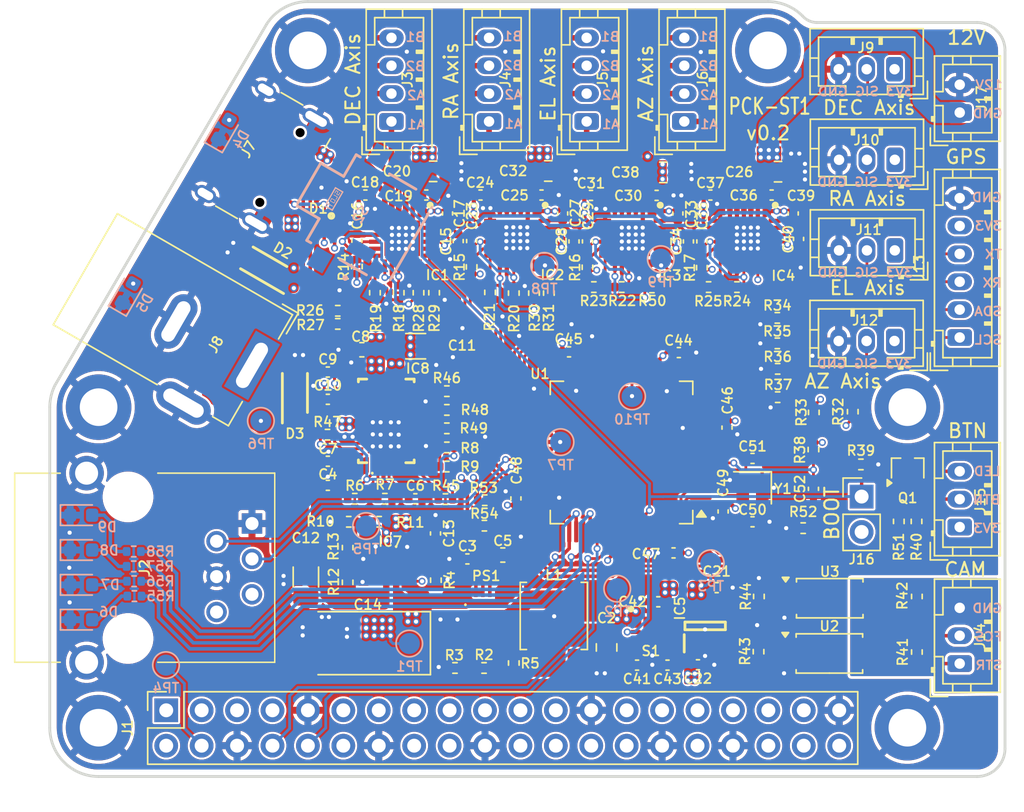
<source format=kicad_pcb>
(kicad_pcb (version 20241229) (generator "pcbnew") (generator_version "9.0")
  (layers (0 "F.Cu" signal) (4 "In1.Cu" signal) (6 "In2.Cu" signal) (2 "B.Cu" signal) (13 "F.Paste" user) (15 "B.Paste" user) (5 "F.SilkS" user "F.Silkscreen") (7 "B.SilkS" user "B.Silkscreen") (1 "F.Mask" user) (3 "B.Mask" user) (25 "Edge.Cuts" user))
  (net 0 "")
  (net 1 "+12V")
  (net 2 "/DEC Stepper driver/DIR")
  (net 3 "/DEC Stepper driver/nFAULT")
  (net 4 "/DEC Stepper driver/M1")
  (net 5 "Net-(IC1-CPH)")
  (net 6 "/DEC Stepper driver/ENABLE")
  (net 7 "Net-(IC1-CPL)")
  (net 8 "/DEC Stepper driver/DVDD")
  (net 9 "Net-(IC1-VCP)")
  (net 10 "/DEC Stepper driver/M0")
  (net 11 "/DEC Stepper driver/STEP")
  (net 12 "/DEC Stepper driver/VREF")
  (net 13 "/RA Stepper driver/M0")
  (net 14 "/RA Stepper driver/DVDD")
  (net 15 "/RA Stepper driver/M1")
  (net 16 "Net-(IC2-CPL)")
  (net 17 "Net-(IC2-VCP)")
  (net 18 "Net-(IC2-CPH)")
  (net 19 "/RA Stepper driver/VREF")
  (net 20 "/EL Stepper driver/DIR")
  (net 21 "Net-(IC3-CPL)")
  (net 22 "/EL Stepper driver/STEP")
  (net 23 "Net-(IC3-VCP)")
  (net 24 "/EL Stepper driver/M0")
  (net 25 "/EL Stepper driver/nFAULT")
  (net 26 "/EL Stepper driver/DVDD")
  (net 27 "Net-(IC3-CPH)")
  (net 28 "/EL Stepper driver/ENABLE")
  (net 29 "/EL Stepper driver/VREF")
  (net 30 "/AZ Stepper driver/VREF")
  (net 31 "Net-(IC4-VCP)")
  (net 32 "/AZ Stepper driver/nFAULT")
  (net 33 "/AZ Stepper driver/DVDD")
  (net 34 "/AZ Stepper driver/ENABLE")
  (net 35 "Net-(IC4-CPL)")
  (net 36 "/AZ Stepper driver/DIR")
  (net 37 "Net-(IC4-CPH)")
  (net 38 "/AZ Stepper driver/STEP")
  (net 39 "+3V3")
  (net 40 "Net-(U1-PH0)")
  (net 41 "Net-(U1-PH1)")
  (net 42 "Net-(U1-PA11)")
  (net 43 "/MCU/DN")
  (net 44 "Net-(U1-PA12)")
  (net 45 "/MCU/DP")
  (net 46 "/MCU/CAM_SHT")
  (net 47 "/MCU/CAM_FCS")
  (net 48 "/MCU/DEC_LIM")
  (net 69 "GND")
  (net 70 "/MCU/RPI_5V")
  (net 71 "/STEP_n_SLEEP")
  (net 72 "/MCU/RA_nFAULT")
  (net 74 "/MCU/RA_STEP")
  (net 75 "/MCU/RA_DIR")
  (net 76 "/MCU/RA_EN")
  (net 79 "/MCU/RA_LIM")
  (net 86 "/MCU/EL_LIM")
  (net 88 "Net-(IC2-BOUT2)")
  (net 89 "Net-(IC2-BOUT1)")
  (net 90 "Net-(IC2-AOUT2)")
  (net 91 "Net-(IC2-AOUT1)")
  (net 92 "Net-(IC3-AOUT1)")
  (net 93 "Net-(IC3-BOUT1)")
  (net 94 "Net-(IC3-AOUT2)")
  (net 95 "Net-(IC3-BOUT2)")
  (net 96 "/Power/VBUS")
  (net 97 "Net-(IC8-ADCIN4)")
  (net 98 "/Power/LDO_1V5")
  (net 101 "Net-(IC8-DRAIN_1)")
  (net 102 "Net-(IC8-ADCIN1)")
  (net 103 "/MCU/AZ_LIM")
  (net 104 "/MCU/TX_GPS")
  (net 105 "/MCU/SCL_MAG")
  (net 106 "/MCU/SDA_MAG")
  (net 107 "/MCU/RX_GPS")
  (net 108 "Net-(U1-NRST)")
  (net 109 "/MCU/BOOT")
  (net 110 "/Power/LDO_3V3")
  (net 111 "/Power/VIN_3V3")
  (net 112 "+5V")
  (net 113 "Net-(PS1-SW)")
  (net 114 "Net-(PS1-SS{slash}TR)")
  (net 115 "Net-(PS1-FB)")
  (net 116 "Net-(PS1-PG)")
  (net 117 "Net-(IC1-BOUT2)")
  (net 118 "Net-(IC1-BOUT1)")
  (net 119 "Net-(IC1-AOUT2)")
  (net 120 "Net-(IC1-AOUT1)")
  (net 121 "Net-(IC4-BOUT2)")
  (net 122 "Net-(IC4-AOUT2)")
  (net 123 "Net-(IC4-AOUT1)")
  (net 124 "Net-(IC4-BOUT1)")
  (net 125 "Net-(IC7-ILIM)")
  (net 126 "/Power/VIN_USB")
  (net 127 "/Power/CC1")
  (net 128 "/Power/CC2")
  (net 129 "/Power/VIN_DC")
  (net 130 "Net-(IC7-SS)")
  (net 131 "/Power/PWR_STATE")
  (net 132 "Net-(IC7-OV2)")
  (net 133 "Net-(IC7-OV1)")
  (net 135 "Net-(S1-CT)")
  (net 136 "Net-(J15-Pin_3)")
  (net 137 "/MCU/PWR_BTN")
  (net 138 "/MCU/CAM_GND")
  (net 139 "Net-(R41-Pad1)")
  (net 140 "Net-(R42-Pad1)")
  (net 141 "Net-(R43-Pad2)")
  (net 142 "/MCU/CTR_TX")
  (net 143 "/MCU/CTR_RX")
  (net 144 "Net-(R44-Pad2)")
  (net 145 "/MCU/SHUTTER")
  (net 146 "/MCU/FOCUS")
  (net 147 "Net-(IC8-PLUG_EVENT)")
  (net 148 "Net-(IC8-~{SINK_EN})")
  (net 149 "Net-(IC8-DBG_ACC)")
  (net 150 "Net-(IC8-PLUG_FLIP)")
  (net 151 "Net-(IC8-CAP_MIS)")
  (net 152 "/MCU/PWR_BTN_LED")
  (net 161 "/MCU/RPI_RX0")
  (net 162 "/MCU/RPI_TX0")
  (net 163 "Net-(Q1-G)")
  (net 164 "Net-(D4-A)")
  (net 165 "Net-(D5-A)")
  (net 166 "Net-(D6-A)")
  (net 167 "Net-(D7-A)")
  (net 168 "Net-(D8-A)")
  (net 169 "Net-(D9-A)")
  (net 170 "/MCU/RPI_PWR_EN")
  (net 171 "/MCU/USB_LED")
  (net 172 "/MCU/DC_LED")
  (net 173 "/MCU/LED1")
  (net 174 "/MCU/LED2")
  (net 175 "/MCU/LED3")
  (net 176 "/MCU/LED4")
  (footprint "Capacitor_SMD:C_0402_1005Metric" (layer "F.Cu") (at 140.1318 73.279)
    (property "Reference" "C18")
    (property "Value" "10nF/16V")
  )
  (footprint "Capacitor_SMD:C_0402_1005Metric" (layer "F.Cu") (at 137.4394 92.3798 180)
    (property "Reference" "C7")
    (property "Value" "10uF/10V")
  )
  (footprint "Resistor_SMD:R_0402_1005Metric" (layer "F.Cu") (at 138.1506 82.5246 180)
    (property "Reference" "R27")
    (property "Value" "22R")
  )
  (footprint "Capacitor_SMD:C_1206_3216Metric" (layer "F.Cu") (at 143.7386 84.1248)
    (property "Reference" "C11")
    (property "Value" "47u/25V")
  )
  (footprint "Resistor_SMD:R_0402_1005Metric" (layer "F.Cu") (at 156.0576 78.4606 -90)
    (property "Reference" "R16")
    (property "Value" "100k")
  )
  (footprint "Capacitor_SMD:C_0402_1005Metric" (layer "F.Cu") (at 139.5222 76.5556 90)
    (property "Reference" "C16")
    (property "Value" "1u/6.3V")
  )
  (footprint "Connector_JST:JST_PH_B3B-PH-K_1x03_P2.00mm_Vertical" (layer "F.Cu") (at 182.75 106.9 90)
    (property "Reference" "J14")
    (property "Value" "SHUTTER")
  )
  (footprint "Capacitor_SMD:C_0402_1005Metric" (layer "F.Cu") (at 137.4394 94.107 180)
    (property "Reference" "C4")
    (property "Value" "10uF/10V")
  )
  (footprint "Resistor_SMD:R_0402_1005Metric" (layer "F.Cu") (at 141.1224 96.7232)
    (property "Reference" "R11")
    (property "Value" "71k5")
  )
  (footprint "Package_SO:SOIC-4_4.55x2.6mm_P1.27mm" (layer "F.Cu") (at 173.4058 106.172)
    (property "Reference" "U2")
    (property "Value" "TLP293")
  )
  (footprint "Package_SO:SOIC-4_4.55x2.6mm_P1.27mm" (layer "F.Cu") (at 173.4312 102.2096)
    (property "Reference" "U3")
    (property "Value" "TLP293")
  )
  (footprint "Capacitor_SMD:C_0402_1005Metric" (layer "F.Cu") (at 154.2796 74.5998 -90)
    (property "Reference" "C27")
    (property "Value" "220nF/16V")
  )
  (footprint "SamacSys_Parts.pretty:QFN50P400X400X100-25N-D" (layer "F.Cu") (at 142.7744 76.3796 -90)
    (property "Reference" "IC1")
    (property "Value" "DRV8426RGER" (hide yes))
  )
  (footprint "Resistor_SMD:R_0402_1005Metric" (layer "F.Cu") (at 168.3512 102.0826 90)
    (property "Reference" "R44")
    (property "Value" "2k")
  )
  (footprint "MountingHole:MountingHole_2.7mm_M2.5_DIN965_Pad" (layer "F.Cu") (at 169 62.9)
    (property "Reference" "H5")
    (property "Value" "MountingHole_Pad")
  )
  (footprint "Resistor_SMD:R_0402_1005Metric" (layer "F.Cu") (at 169.672 82.0928)
    (property "Reference" "R34")
    (property "Value" "100k")
  )
  (footprint "MountingHole:MountingHole_2.7mm_M2.5_DIN965_Pad" (layer "F.Cu") (at 121 111.5)
    (property "Reference" "H4")
    (property "Value" "MountingHole_Pad")
  )
  (footprint "SamacSys_Parts.pretty:DQA_R-PUSON-N10_" (layer "F.Cu") (at 136.6774 75.6158 180)
    (property "Reference" "D1")
    (property "Value" "TPD4E05U06DQAR" (hide yes))
  )
  (footprint "Resistor_SMD:R_0402_1005Metric" (layer "F.Cu") (at 145.9738 92.7608 180)
    (property "Reference" "R9")
    (property "Value" "10k")
  )
  (footprint "SamacSys_Parts.pretty:SOT95P280X110-5N" (layer "F.Cu") (at 164.4966 104.1962 90)
    (property "Reference" "IC5")
    (property "Value" "TLV70033DDCR" (hide yes))
  )
  (footprint "Capacitor_SMD:C_0402_1005Metric" (layer "F.Cu") (at 171.196 76.4286 -90)
    (property "Reference" "C40")
    (property "Value" "22nF/16V")
  )
  (footprint "Resistor_SMD:R_0402_1005Metric" (layer "F.Cu") (at 138.8618 98.5774 -90)
    (property "Reference" "R13")
    (property "Value" "4k99")
  )
  (footprint "Inductor_SMD:L_Coilcraft_XAL4020-XXX" (layer "F.Cu") (at 153.6446 103.4796 -90)
    (property "Reference" "L1")
    (property "Value" "1uH")
  )
  (footprint "Capacitor_SMD:C_0402_1005Metric" (layer "F.Cu") (at 172.2628 94.361 90)
    (property "Reference" "C52")
    (property "Value" "100n")
  )
  (footprint "Resistor_SMD:R_0402_1005Metric" (layer "F.Cu") (at 142.5194 80.2894 90)
    (property "Reference" "R18")
    (property "Value" "28k")
  )
  (footprint "Connector_JST:JST_PH_B3B-PH-K_1x03_P2.00mm_Vertical" (layer "F.Cu") (at 178.0982 77.25 180)
    (property "Reference" "J11")
    (property "Value" "EL")
  )
  (footprint "Resistor_SMD:R_0402_1005Metric" (layer "F.Cu") (at 148.6916 95.1738)
    (property "Reference" "R53")
    (property "Value" "1k")
  )
  (footprint "Capacitor_SMD:C_0402_1005Metric" (layer "F.Cu") (at 167.894 92.1766 180)
    (property "Reference" "C51")
    (property "Value" "10pF")
  )
  (footprint "Capacitor_SMD:C_0402_1005Metric" (layer "F.Cu") (at 161.1356 102.4636 180)
    (property "Reference" "C42")
    (property "Value" "100n/6.3V")
  )
  (footprint "Capacitor_SMD:C_0402_1005Metric" (layer "F.Cu") (at 147.7518 76.581 90)
    (property "Reference" "C23")
    (property "Value" "1u/6.3V")
  )
  (footprint "Capacitor_SMD:C_0402_1005Metric" (layer "F.Cu") (at 161.0178 73.3044)
    (property "Reference" "C30")
    (property "Value" "10nF/16V")
  )
  (footprint "Resistor_SMD:R_0402_1005Metric" (layer "F.Cu") (at 148.6414 107.2134)
    (property "Reference" "R2")
    (property "Value" "604k")
  )
  (footprint "Resistor_SMD:R_0402_1005Metric" (layer "F.Cu") (at 169.672 83.9216)
    (property "Reference" "R35")
    (property "Value" "100k")
  )
  (footprint "Resistor_SMD:R_0402_1005Metric" (layer "F.Cu") (at 166.7764 79.883)
    (property "Reference" "R24")
    (property "Value" "39k")
  )
  (footprint "Capacitor_SMD:C_0805_2012Metric" (layer "F.Cu") (at 144.9904 71.5772)
    (property "Reference" "C20")
    (property "Value" "22uF/16V")
  )
  (footprint "Capacitor_SMD:C_0402_1005Metric" (layer "F.Cu") (at 165.3246 101.4476)
    (property "Reference" "C21")
    (property "Value" "1u/6.3V")
  )
  (footprint "Resistor_SMD:R_0402_1005Metric" (layer "F.Cu") (at 169.6974 85.7504)
    (property "Reference" "R36")
    (property "Value" "100k")
  )
  (footprint "Crystal:Crystal_SMD_2016-4Pin_2.0x1.6mm" (layer "F.Cu") (at 167.894 94.2848 180)
    (property "Reference" "Y1")
    (property "Value" "16MHz/10pF")
  )
  (footprint "Connector_JST:JST_PH_B4B-PH-K_1x04_P2.00mm_Vertical" (layer "F.Cu") (at 163 68 90)
    (property "Reference" "J6")
    (property "Value" "Conn_01x04")
  )
  (footprint "Resistor_SMD:R_0402_1005Metric" (layer "F.Cu") (at 146.558 107.2134)
    (property "Reference" "R3")
    (property "Value" "100k")
  )
  (footprint "Capacitor_SMD:C_0402_1005Metric" (layer "F.Cu") (at 150.9268 95.0468 90)
    (property "Reference" "C48")
    (property "Value" "100n")
  )
  (footprint "Resistor_SMD:R_0402_1005Metric" (layer "F.Cu") (at 143.9418 80.2894 90)
    (property "Reference" "R28")
    (property "Value" "0R")
  )
  (footprint "Capacitor_SMD:C_0402_1005Metric" (layer "F.Cu") (at 143.7132 95.0722)
    (property "Reference" "C6")
    (property "Value" "10uF/10V")
  )
  (footprint "Capacitor_SMD:C_0402_1005Metric" (layer "F.Cu") (at 152.7628 73.279)
    (property "Reference" "C25")
    (property "Value" "10nF/16V")
  )
  (footprint "SamacSys_Parts.pretty:RJE051661310" (layer "F.Cu") (at 132 96.85 -90)
    (property "Reference" "J2")
    (property "Value" "RJE05-166-1310" (hide yes))
  )
  (footprint "Resistor_SMD:R_0402_1005Metric" (layer "F.Cu") (at 138.8595 101.0666 -90)
    (property "Reference" "R12")
    (property "Value" "71k5")
  )
  (footprint "SamacSys_Parts.pretty:QFN50P400X400X100-25N-D" (layer "F.Cu") (at 159.2744 76.3796 -90)
    (property "Reference" "IC3")
    (property "Value" "DRV8426RGER" (hide yes))
  )
  (footprint "Capacitor_SMD:C_0402_1005Metric" (layer "F.Cu") (at 170.810676 74.5998 -90)
    (property "Reference" "C39")
    (property "Value" "220nF/16V")
  )
  (footprint "Resistor_SMD:R_0402_1005Metric" (layer "F.Cu") (at 139.5222 78.4098 -90)
    (property "Reference" "R14")
    (property "Value" "100k")
  )
  (footprint "Connector_JST:JST_PH_B3B-PH-K_1x03_P2.00mm_Vertical" (layer "F.Cu") (at 178.0982 70.75 180)
    (property "Reference" "J10")
    (property "Value" "RA")
  )
  (footprint "Capacitor_SMD:C_0402_1005Metric" (layer "F.Cu") (at 164.8714 73.279)
    (property "Reference" "C37")
    (property "Value" "10nF/16V")
  )
  (footprint "Resistor_SMD:R_0402_1005Metric" (layer "F.Cu") (at 149.0726 80.264 90)
    (property "Reference" "R21")
    (property "Value" "22k")
  )
  (footprint "Resistor_SMD:R_0402_1005Metric" (layer "F.Cu") (at 137.414 90.4748 180)
    (property "Reference" "R47")
    (property "Value" "100k")
  )
  (footprint "Capacitor_SMD:C_0402_1005Metric" (layer "F.Cu") (at 156.3116 73.3044)
    (property "Reference" "C31")
    (property "Value" "10nF/16V")
  )
  (footprint "Resistor_SMD:R_0402_1005Metric" (layer "F.Cu") (at 140.8176 80.2894 90)
    (property "Reference" "R19")
    (property "Value" "22k")
  )
  (footprint "Resistor_SMD:R_0402_1005Metric" (layer "F.Cu") (at 141.5288 95.0722 180)
    (property "Reference" "R7")
    (property "Value" "24k")
  )
  (footprint "Capacitor_SMD:C_0402_1005Metric" (layer "F.Cu") (at 147.447 99.3902 180)
    (property "Reference" "C3")
    (property "Value" "2n2")
  )
  (footprint "Connector_BarrelJack:BarrelJack_GCT_DCJ200-10-A_Horizontal" (layer "F.Cu") (at 132 85.5 -120)
    (property "Reference" "J8")
    (property "Value" "Barrel_Jack_Switch_Pin3Ring")
  )
  (footprint "Resistor_SMD:R_0402_1005Metric" (layer "F.Cu") (at 138.1506 81.5848)
    (property "Reference" "R26")
    (property "Value" "22R")
  )
  (footprint "SamacSys_Parts.pretty:SON50P200X200X80-9N" (layer "F.Cu") (at 160.5682 104.382)
    (property "Reference" "S1")
    (property "Value" "TPS22975DSGR" (hide yes))
  )
  (footprint "Resistor_SMD:R_0402_1005Metric" (layer "F.Cu") (at 171.5262 97.1804)
    (property "Reference" "R52")
    (property "Value" "10k")
  )
  (footprint "Capacitor_SMD:C_0402_1005Metric" (layer "F.Cu") (at 164.2618 76.6064 90)
    (property "Reference" "C35")
    (property "Value" "1u/6.3V")
  )
  (footprint "SamacSys_Parts.pretty:TPS621361RGXT" (layer "F.Cu") (at 148.8058 103.2286)
    (property "Reference" "PS1")
    (property "Value" "TPS62135RGXR" (hide yes))
  )
  (footprint "Connector_JST:JST_PH_B4B-PH-K_1x04_P2.00mm_Vertical" (layer "F.Cu") (at 149 68 90)
    (property "Reference" "J4")
    (property "Value" "Conn_01x04")
  )
  (footprint "SamacSys_Parts.pretty:QFN50P400X400X100-25N-D" (layer "F.Cu") (at 151.0244 76.3796 -90)
    (property "Reference" "IC2")
    (property "Value" "DRV8426RGER" (hide yes))
  )
  (footprint "Capacitor_SMD:C_0402_1005Metric" (layer "F.Cu") (at 156.0576 76.6064 90)
    (property "Reference" "C29")
    (property "Value" "1u/6.3V")
  )
  (footprint "SamacSys_Parts.pretty:TPS25730DREFR" (layer "F.Cu") (at 141.6304 89.4842 90)
    (property "Reference" "IC8")
    (property "Value" "TPS25730DREFR" (hide yes))
  )
  (footprint "Capacitor_SMD:C_0402_1005Metric" (layer "F.Cu") (at 146.0246 74.5998 -90)
    (property "Reference" "C17")
    (property "Value" "220nF/16V")
  )
  (footprint "MountingHole:MountingHole_2.7mm_M2.5_DIN965_Pad" (layer "F.Cu") (at 179 88.5)
    (property "Reference" "H2")
    (property "Value" "MountingHole_Pad")
  )
  (footprint "Resistor_SMD:R_0402_1005Metric" (layer "F.Cu") (at 153.289 80.3148 90)
    (property "Reference" "R31")
    (property "Value" "330k")
  )
  (footprint "Resistor_SMD:R_0402_1005Metric" (layer "F.Cu") (at 145.0594 80.2894 90)
    (property "Reference" "R29")
    (property "Value" "330k")
  )
  (footprint "Capacitor_SMD:C_0603_1608Metric" (layer "F.Cu") (at 139.8778 84.3788 180)
    (property "Reference" "C8")
    (property "Value" "4u7/25V")
  )
  (footprint "SamacSys_Parts.pretty:SODFL3718X108N" (layer "F.Cu") (at 132.842 78.486 150)
    (property "Reference" "D2")
    (property "Value" "SMF22A-E3-08" (hide yes))
  )
  (footprint "Connector_JST:JST_PH_B4B-PH-K_1x04_P2.00mm_Vertical" (layer "F.Cu") (at 156 68 90)
    (property "Reference" "J5")
    (property "Value" "Conn_01x04")
  )
  (footprint "Resistor_SMD:R_0402_1005Metric" (layer "F.Cu") (at 168.3258 106.045 90)
    (property "Reference" "R43")
    (property "Value" "2k")
  )
  (footprint "Resistor_SMD:R_0402_1005Metric" (layer "F.Cu") (at 147.7518 78.4352 -90)
    (property "Reference" "R15")
    (property "Value" "100k")
  )
  (footprint "Resistor_SMD:R_0402_1005Metric" (layer "F.Cu") (at 160.6804 79.9084 180)
    (property "Reference" "R50")
    (property "Value" "0R")
  )
  (footprint "Capacitor_SMD:C_0805_2012Metric" (layer "F.Cu") (at 169.7228 71.6026)
    (property "Reference" "C26")
    (property "Value" "22uF/16V")
  )
  (footprint "Capacitor_SMD:C_0805_2012Metric" (layer "F.Cu") (at 153.2454 71.5518)
    (property "Reference" "C32")
    (property "Value" "22uF/16V")
  )
  (footprint "Connector_JST:JST_PH_B3B-PH-K_1x03_P2.00mm_Vertical" (layer "F.Cu") (at 182.75 97.1 90)
    (property "Reference" "J15")
    (property "Value" "PWR_ON")
  )
  (footprint "Resistor_SMD:R_0402_1005Metric" (layer "F.Cu") (at 139.3698 95.0722 180)
    (property "Reference" "R6")
    (property "Value" "200k")
  )
  (footprint "Resistor_SMD:R_0402_1005Metric" (layer "F.Cu") (at 179.6542 96.6978 -90)
    (property "Reference" "R40")
    (property "Value" "100k")
  )
  (footprint "Resistor_SMD:R_0402_1005Metric" (layer "F.Cu") (at 172.2882 88.8746 90)
    (property "Reference" "R33")
    (property "Value" "4k7")
  )
  (footprint "Resistor_SMD:R_0402_1005Metric" (layer "F.Cu") (at 138.938 96.7232)
    (property "Reference" "R10")
    (property "Value" "4k99")
  )
  (footprint "Resistor_SMD:R_0402_1005Metric" (layer "F.Cu") (at 148.6662 97.0026)
    (property "Reference" "R54")
    (property "Value" "1k")
  )
  (footprint "Resistor_SMD:R_0402_1005Metric" (layer "F.Cu") (at 178.3842 96.6978 90)
    (property "Reference" "R51")
    (property "Value" "1k")
  )
  (footprint "Resistor_SMD:R_0402_1005Metric" (layer "F.Cu") (at 145.1864 100.9142 90)
    (property "Reference" "R4")
    (property "Value" "33k")
  )
  (footprint "Capacitor_SMD:C_0402_1005Metric" (layer "F.Cu") (at 163.2966 76.6064 -90)
    (property "Reference" "C34")
    (property "Value" "22nF/16V")
  )
  (footprint "Resistor_SMD:R_0402_1005Metric" (layer "F.Cu") (at 175.0822 88.8238 -90)
    (property "Reference" "R32")
    (property "Value" "4k7")
  )
  (footprint "Capacitor_SMD:C_0402_1005Metric" (layer "F.Cu") (at 137.4394 87.9348 180)
    (property "Reference" "C10")
    (property "Value" "390pF")
  )
  (footprint "Resistor_SMD:R_0402_1005Metric" (layer "F.Cu") (at 172.2628 91.5416 90)
    (property "Reference" "R38")
    (property "Value" "100k")
  )
  (footprint "Connector_PinHeader_2.54mm:PinHeader_1x02_P2.54mm_Vertical" (layer "F.Cu") (at 175.7172 94.9148)
    (property "Reference" "J16")
    (property "Value" "BOOT")
  )
  (footprint "Connector_JST:JST_PH_B2B-PH-K_1x02_P2.00mm_Vertical" (layer "F.Cu") (at 182.753 67.3608 90)
    (property "Reference" "J17")
    (property "Value" "Conn_01x02")
  )
  (footprint "SamacSys_Parts.pretty:SODFL3718X108N" (layer "F.Cu") (at 135.0772 87.4776 90)
    (property "Reference" "D3")
    (property "Value" "SMF22A-E3-08" (hide yes))
  )
  (footprint "Capacitor_SMD:C_0402_1005Metric" (layer "F.Cu") (at 148.3868 73.279)
    (property "Reference" "C24")
    (property "Value" "10nF/16V")
  )
  (footprint "Capacitor_SMD:C_0805_2012Metric" (layer "F.Cu") (at 157.4292 105.7402 -90)
    (property "Reference" "C2")
    (property "Value" "22uF/16V")
  )
  (footprint "Capacitor_SMD:C_0402_1005Metric" (layer "F.Cu") (at 169.2656 73.279)
    (property "Reference" "C36")
    (property "Value" "10nF/16V")
  )
  (footprint "Resistor_SMD:R_0402_1005Metric" (layer "F.Cu") (at 145.9738 90.0176)
    (property "Reference" "R49")
    (property "Value" "100k")
  )
  (footprint "Capacitor_SMD:C_0402_1005Metric" (layer "F.Cu") (at 146.7866 76.581 -90)
    (property "Reference" "C15")
    (property "Value" "22nF/16V")
  )
  (footprint "Resistor_SMD:R_0402_1005Metric" (layer "F.Cu") (at 169.6974 87.7824)
    (property "Reference" "R37")
    (property "Value" "100k")
  )
  (footprint "Capacitor_SMD:C_0402_1005Metric" (layer "F.Cu") (at 137.4394 85.979 180)
    (property "Reference" "C9")
    (property "Value" "390pF")
  )
  (footprint "Capacitor_SMD:C_0402_1005Metric" (layer "F.Cu") (at 155.0924 76.6064 -90)
    (property "Reference" "C28")
    (property "Value" "22nF/16V")
  )
  (footprint "Connector_JST:JST_PH_B3B-PH-K_1x03_P2.00mm_Vertical" (layer "F.Cu") (at 178.0728 83.75 180)
    (property "Reference" "J12")
    (property "Value" "AZ")
  )
  (footprint "Capacitor_SMD:C_0402_1005Metric" (layer "F.Cu") (at 154.7368 84.5312)
    (property "Reference" "C45")
    (property "Value" "100n")
  )
  (footprint "Capacitor_SMD:C_0402_1005Metric" (layer "F.Cu") (at 162.2298 98.9584 180)
    (property "Reference" "C47")
    (property "Value" "100n")
  )
  (footprint "Capacitor_SMD:C_0402_1005Metric" (layer "F.Cu") (at 145.161 97.5614 90)
    (property "Reference" "C13")
    (property "Value" "1uF")
  )
  (footprint "Resistor_SMD:R_0402_1005Metric" (layer "F.Cu") (at 145.9738 87.3506)
    (property "Reference" "R46")
    (property "Value" "100k")
  )
  (footprint "SamacSys_Parts.pretty:TPS2121RUXR" (layer "F.Cu") (at 141.986 100.1522 -90)
    (property "Reference" "IC7")
    (property "Value" "TPS2121RUXR" (hide yes))
  )
  (footprint "Connector_JST:JST_PH_B4B-PH-K_1x04_P2.00mm_Vertical" (layer "F.Cu") (at 142 68 90)
    (property "Reference" "J3")
    (property "Value" "Conn_01x04")
  )
  (footprint "Capacitor_SMD:C_0402_1005Metric" (layer "F.Cu") (at 161.796 107.0102 180)
    (property "Reference" "C43")
    (property "Value" "1n/6.3V")
  )
  (footprint "SamacSys_Parts.pretty:QFN50P400X400X100-25N-D" (layer "F.Cu") (at 167.5244 76.3796 -90)
    (property "Reference" "IC4")
    (property "Value" "DRV8426RGER" (hide yes))
  )
  (footprint "MountingHole:MountingHole_2.7mm_M2.5_DIN965_Pad" (layer "F.Cu") (at 179 111.5)
    (property "Reference" "H3")
    (property "Value" "MountingHole_Pad")
  )
  (footprint "Package_QFP:LQFP-64_10x10mm_P0.5mm" (layer "F.Cu") (at 158.5 91.75 180)
    (property "Reference" "U1")
    (property "Value" "STM32L476RGTx")
  )
  (footprint "Capacitor_SMD:C_0402_1005Metric" (layer "F.Cu") (at 159.6136 107.0102)
    (property "Reference" "C41")
    (property "Value" "1u/6.3V")
  )
  (footprint "Package_TO_SOT_SMD:SOT-323_SC-70" (layer "F.Cu") (at 179.0192 92.8878 90)
    (property "Reference" "Q1")
    (property "Value" "2N7002")
  )
  (footprint "Resistor_SMD:R_0402_1005Metric" (layer "F.Cu") (at 152.2222 80.3148 90)
    (property "Reference" "R30")
    (property "Value" "0R")
  )
  (footprint "Capacitor_Tantalum_SMD:CP_EIA-7343-15_Kemet-W" (layer "F.Cu") (at 140.3858 105.4354 180)
    (property "Reference" "C14")
    (property "Value" "47u/25V")
  )
  (footprint "Connector_JST:JST_PH_B3B-PH-K_1x03_P2.00mm_Vertical" (layer "F.Cu") (at 178.0794 64.25 180)
    (property "Reference" "J9")
    (property "Value" "DEC")
  )
  (footprint "Resistor_SMD:R_0402_1005Metric" (layer "F.Cu") (at 175.6664 92.6084 180)
    (property "Reference" "R39")
    (property "Value" "100k")
  )
  (footprint "MountingHole:MountingHole_2.7mm_M2.5_DIN965_Pad" (layer "F.Cu") (at 136 62.9)
    (property "Reference" "H6")
    (property "Value" "MountingHole_Pad")
  )
  (footprint "Capacitor_SMD:C_0402_1005Metric" (layer "F.Cu") (at 165.7858 95.984 -90)
    (property "Reference" "C49")
    (property "Value" "100n")
  )
  (footprint "Resistor_SMD:R_0402_1005Metric" (layer "F.Cu") (at 164.2618 78.486 -90)
    (property "Reference" "R17")
    (property "Value" "100k")
  )
  (footprint "Resistor_SMD:R_0402_1005Metric" (layer "F.Cu") (at 145.9738 91.3892)
    (property "Reference" "R8")
    (property "Value" "200k")
  )
  (footprint "Capacitor_SMD:C_0402_1005Metric" (layer "F.Cu") (at 144.5006 73.279)
    (property "Reference" "C19")
    (property "Value" "10nF/16V")
  )
  (footprint "Resistor_SMD:R_0402_1005Metric" (layer "F.Cu") (at 164.7444 79.883)
    (property "Reference" "R25")
    (property "Value" "11k")
  )
  (footprint "Capacitor_SMD:C_0402_1005Metric" (layer "F.Cu") (at 167.894 96.7232 180)
    (property "Reference" "C50")
    (property "Value" "10pF")
  )
  (footprint "Connector_USB:USB_C_Receptacle_HCTL_HC-TYPE-C-16P-01A" (layer "F.Cu") (at 131.75 70 -120)
    (property "Reference" "J7")
    (property "Value" "USB_C_Receptacle_USB2.0_16P")
  )
  (footprint "Capacitor_SMD:C_0402_1005Metric" (layer "F.Cu") (at 166.0652 89.9668 -90)
    (property "Reference" "C46")
    (property "Value" "100n")
  )
  (footprint "Capacitor_SMD:C_0603_1608Metric" (layer "F.Cu") (at 149.987 99.1108 180)
    (property "Reference" "C5")
    (property "Value" "10uF/25V")
  )
  (footprint "Connector_PinSocket_2.54mm:PinSocket_2x20_P2.54mm_Vertical" (layer "F.Cu") (at 125.85 110.25 90)
    (property "Reference" "J1")
    (property "Value" "Conn_02x20_Odd_Even")
  )
  (footprint "Resistor_SMD:R_0402_1005Metric" (layer "F.Cu") (at 156.5148 79.883)
    (property "Reference" "R23")
    (property "Value" "22k")
  )
  (footprint "Capacitor_SMD:C_0402_1005Metric" (layer "F.Cu") (at 162.6108 84.582)
    (property "Reference" "C44")
    (property "Value" "100n")
  )
  (footprint "Resistor_SMD:R_0402_1005Metric" (layer "F.Cu") (at 145.9738 88.6968)
    (property "Reference" "R48")
    (property "Value" "100k")
  )
  (footprint "Resistor_SMD:R_0402_1005Metric" (layer "F.Cu") (at 150.7744 80.3148 90)
    (property "Reference" "R20")
    (property "Value" "28k")
  )
  (footprint "MountingHole:MountingHole_2.7mm_M2.5_DIN965_Pad" (layer "F.Cu") (at 121 88.5)
    (property "Reference" "H7")
    (property "Value" "MountingHole_Pad")
  )
  (footprint "Resistor_SMD:R_0402_1005Metric" (layer "F.Cu") (at 158.5214 79.883)
    (property "Reference" "R22")
    (property "Value" "28k")
  )
  (footprint "Resistor_SMD:R_0402_1005Metric" (layer "F.Cu") (at 179.6796 102.0826 -90)
    (property "Reference" "R42")
    (property "Value" "2k2")
  )
  (footprint "Resistor_SMD:R_0402_1005Metric" (layer "F.Cu") (at 150.775 106.8578 90)
    (property "Reference" "R5")
    (property "Value" "100k")
  )
  (footprint "Resistor_SMD:R_0402_1005Metric" (layer "F.Cu") (at 179.6796 106.0704 -90)
    (property "Reference" "R41")
    (property "Value" "2k2")
  )
  (footprint "Capacitor_SMD:C_1206_3216Metric" (layer "F.Cu") (at 135.8646 100.6856 -90)
    (property "Reference" "C12")
    (property "Value" "47u/25V")
  )
  (footprint "Connector_JST:JST_PH_B6B-PH-K_1x06_P2.00mm_Vertical" (layer "F.Cu") (at 182.75 83.5 90)
    (property "Reference" "J13")
    (property "Value" "GPS")
  )
  (footprint "Capacitor_SMD:C_0402_1005Metric" (layer "F.Cu") (at 162.540223 74.5998 -90)
    (property "Reference" "C33")
    (property "Value" "220nF/16V")
  )
  (footprint "Resistor_SMD:R_0402_1005Metric" (layer "F.Cu") (at 145.8722 95.0976)
    (property "Reference" "R45")
    (property "Value" "100k")
  )
  (footprint "Capacitor_SMD:C_0402_1005Metric" (layer "F.Cu") (at 163.9804 106.9848)
    (property "Reference" "C22")
    (property "Value" "1u/6.3V")
  )
  (footprint "Capacitor_SMD:C_0805_2012Metric" (layer "F.Cu") (at 161.4932 71.6534)
    (property "Reference" "C38")
    (property "Value" "22uF/16V")
  )
  (footprint "Resistor_SMD:R_0402_1005Metric" (layer "B.Cu") (at 123.5456 100.9904)
    (property "Reference" "R56")
    (property "Value" "1k")
  )
  (footprint "TestPoint:TestPoint_Pad_D1.5mm" (layer "B.Cu") (at 164.8968 99.695)
    (property "Reference" "TP3")
    (property "Value" "TestPoint")
  )
  (footprint "Resistor_SMD:R_0402_1005Metric" (layer "B.Cu") (at 123.5202 98.8568)
    (property "Reference" "R58")
    (property "Value" "1k")
  )
  (footprint "Resistor_SMD:R_0402_1005Metric" (layer "B.Cu") (at 123.569 102.0572)
    (property "Reference" "R55")
    (property "Value" "1k")
  )
  (footprint "SamacSys_Parts.pretty:TL3336AF160Q" (layer "B.Cu") (at 137.8712 73.5584 -120)
    (property "Reference" "S2")
    (property "Value" "TL3336AF160Q" (hide yes))
  )
  (footprint "TestPoint:TestPoint_Pad_D1.5mm" (layer "B.Cu") (at 152.9588 78.359)
    (property "Reference" "TP8")
    (property "Value" "TestPoint")
  )
  (footprint "Resistor_SMD:R_0402_1005Metric" (layer "B.Cu") (at 123.5202 99.9236)
    (property "Reference" "R57")
    (property "Value" "1k")
  )
  (footprint "LED_SMD:LED_0603_1608Metric" (layer "B.Cu") (at 119.75 103.75)
    (property "Reference" "D6")
    (property "Value" "LED")
  )
  (footprint "TestPoint:TestPoint_Pad_D1.5mm" (layer "B.Cu") (at 161.3154 77.8764)
    (property "Reference" "TP9")
    (property "Value" "TestPoint")
  )
  (footprint "TestPoint:TestPoint_Pad_D1.5mm" (layer "B.Cu") (at 140.1826 97.028)
    (property "Reference" "TP5")
    (property "Value" "TestPoint")
  )
  (footprint "TestPoint:TestPoint_Pad_D1.5mm" (layer "B.Cu") (at 132.6388 89.4842)
    (property "Reference" "TP6")
    (property "Value" "TestPoint")
  )
  (footprint "LED_SMD:LED_0603_1608Metric" (layer "B.Cu") (at 119.75 98.75)
    (property "Reference" "D8")
    (property "Value" "LED")
  )
  (footprint "TestPoint:TestPoint_Pad_D1.5mm" (layer "B.Cu") (at 125.8316 107.0102)
    (property "Reference" "TP4")
    (property "Value" "TestPoint")
  )
  (footprint "LED_SMD:LED_0603_1608Metric" (layer "B.Cu") (at 129.9718 68.58 60)
    (property "Reference" "D4")
    (property "Value" "LED")
  )
  (footprint "TestPoint:TestPoint_Pad_D1.5mm" (layer "B.Cu") (at 158.1912 101.5238)
    (property "Reference" "TP2")
    (property "Value" "TestPoint")
  )
  (footprint "TestPoint:TestPoint_Pad_D1.5mm" (layer "B.Cu") (at 159.258 87.7316)
    (property "Reference" "TP10")
    (property "Value" "TestPoint")
  )
  (footprint "LED_SMD:LED_0603_1608Metric" (layer "B.Cu") (at 119.75 101.25)
    (property "Reference" "D7")
    (property "Value" "LED")
  )
  (footprint "LED_SMD:LED_0603_1608Metric" (layer "B.Cu") (at 119.75 96.25)
    (property "Reference" "D9")
    (property "Value" "LED")
  )
  (footprint "LED_SMD:LED_0603_1608Metric" (layer "B.Cu") (at 123.0884 80.3148 60)
    (property "Reference" "D5")
    (property "Value" "LED")
  )
  (footprint "TestPoint:TestPoint_Pad_D1.5mm" (layer "B.Cu") (at 143.2814 105.4608)
    (property "Reference" "TP1")
    (property "Value" "TestPoint")
  )
  (footprint "TestPoint:TestPoint_Pad_D1.5mm" (layer "B.Cu") (at 154.1272 91.0082)
    (property "Reference" "TP7")
    (property "Value" "TestPoint")
  )
  (gr_line (start 186 62.9) (end 186 113) (stroke (width 0.2)) (layer "Edge.Cuts"))
  (gr_arc (start 133.053659 61.010802) (mid 134.321042 59.828992) (end 136 59.400001) (stroke (width 0.2)) (layer "Edge.Cuts"))
  (gr_line (start 117.880946 86.912077) (end 133.05366 61.0108) (stroke (width 0.2)) (layer "Edge.Cuts"))
  (gr_line (start 117.5 111.5) (end 117.5 88.5) (stroke (width 0.2)) (layer "Edge.Cuts"))
  (gr_arc (start 121 115) (mid 118.525126 113.974874) (end 117.5 111.5) (stroke (width 0.2)) (layer "Edge.Cuts"))
  (gr_arc (start 169 59.4) (mid 170.339392 59.666422) (end 171.474874 60.425126) (stroke (width 0.2)) (layer "Edge.Cuts"))
  (gr_arc (start 172.5 60.9) (mid 171.939007 60.771089) (end 171.474873 60.425126) (stroke (width 0.2)) (layer "Edge.Cuts"))
  (gr_line (start 136 59.4) (end 169 59.4) (stroke (width 0.2)) (layer "Edge.Cuts"))
  (gr_line (start 121 115) (end 184 115) (stroke (width 0.2)) (layer "Edge.Cuts"))
  (gr_arc (start 117.499998 88.5) (mid 117.596563 87.683524) (end 117.880931 86.912102) (stroke (width 0.2)) (layer "Edge.Cuts"))
  (gr_line (start 184 60.9) (end 172.5 60.9) (stroke (width 0.2)) (layer "Edge.Cuts"))
  (gr_arc (start 186 113) (mid 185.414214 114.414214) (end 184 115) (stroke (width 0.2)) (layer "Edge.Cuts"))
  (gr_arc (start 184 60.9) (mid 185.414214 61.485786) (end 186 62.9) (stroke (width 0.2)) (layer "Edge.Cuts"))
  (gr_text "BTN" (at 181.8132 90.7796 0) (layer "F.SilkS") (effects (font (size 1 1)) (justify left bottom)))
  (gr_text "AZ Axis" (at 160.8328 68.1228 90) (layer "F.SilkS") (effects (font (size 1 1)) (justify left bottom)))
  (gr_text "12V" (at 181.7624 62.5602 0) (layer "F.SilkS") (effects (font (size 1 1)) (justify left bottom)))
  (gr_text "PCK-ST1" (at 166.0906 67.5894 0) (layer "F.SilkS") (effects (font (size 1.15 0.85)) (justify left bottom)))
  (gr_text "EL Axis" (at 153.8224 68.0974 90) (layer "F.SilkS") (effects (font (size 1 1)) (justify left bottom)))
  (gr_text "AZ Axis" (at 171.5262 87.2236 0) (layer "F.SilkS") (effects (font (size 1 1)) (justify left bottom)))
  (gr_text "DEC Axis" (at 139.827 68.3768 90) (layer "F.SilkS") (effects (font (size 1 1)) (justify left bottom)))
  (gr_text "EL Axis" (at 173.3296 80.518 0) (layer "F.SilkS") (effects (font (size 1 1)) (justify left bottom)))
  (gr_text "v0.2" (at 169.0116 69.4182 0) (layer "F.SilkS") (effects (font (size 1 1) (thickness 0.15) (bold yes)) (justify bottom)))
  (gr_text "RA Axis" (at 146.8628 67.9958 90) (layer "F.SilkS") (effects (font (size 1 1)) (justify left bottom)))
  (gr_text "CAM" (at 181.5592 100.7364 0) (layer "F.SilkS") (effects (font (size 1 1)) (justify left bottom)))
  (gr_text "DEC Axis" (at 172.847 67.5894 0) (layer "F.SilkS") (effects (font (size 1 1)) (justify left bottom)))
  (gr_text "GPS" (at 181.6354 71.12 0) (layer "F.SilkS") (effects (font (size 1 1)) (justify left bottom)))
  (gr_text "RA Axis" (at 173.228 74.1172 0) (layer "F.SilkS") (effects (font (size 1 1)) (justify left bottom)))
  (gr_text "BOOT" (at 174.1678 98.1406 90) (layer "F.SilkS") (effects (font (size 1 1)) (justify left bottom)))
  (gr_text "LED\n\nBTN\n\n3V3" (at 185.7502 97.5614 0) (layer "B.SilkS") (effects (font (size 0.635 0.7) (thickness 0.125) (bold yes)) (justify left bottom mirror)))
  (gr_text "3V3 SIG GND" (at 179.451 72.7202 0) (layer "B.SilkS") (effects (font (size 0.635 0.7) (thickness 0.125) (bold yes)) (justify left bottom mirror)))
  (gr_text "3V3 SIG GND" (at 179.5018 66.2178 0) (layer "B.SilkS") (effects (font (size 0.635 0.7) (thickness 0.125) (bold yes)) (justify left bottom mirror)))
  (gr_text "12V\n\nGND" (at 185.9026 67.7926 0) (layer "B.SilkS") (effects (font (size 0.635 0.7) (thickness 0.125) (bold yes)) (justify left bottom mirror)))
  (gr_text "B1\n\nB2\n\nA2\n\nA1" (at 158.4452 68.58 0) (layer "B.SilkS") (effects (font (size 0.65 0.7) (thickness 0.125) (bold yes)) (justify left bottom mirror)))
  (gr_text "GND\n\nFCS\n\nSTR" (at 185.8772 107.3912 0) (layer "B.SilkS") (effects (font (size 0.635 0.7) (thickness 0.125) (bold yes)) (justify left bottom mirror)))
  (gr_text "GND\n\n3V3\n\nTX\n\nRX\n\nSDA\n\nSCL\n\n" (at 185.8518 85.0646 0) (layer "B.SilkS") (effects (font (size 0.635 0.7) (thickness 0.125) (bold yes)) (justify left bottom mirror)))
  (gr_text "3V3 SIG GND" (at 179.4764 79.2226 0) (layer "B.SilkS") (effects (font (size 0.635 0.7) (thickness 0.125) (bold yes)) (justify left bottom mirror)))
  (gr_text "3V3 SIG GND" (at 179.4256 85.7504 0) (layer "B.SilkS") (effects (font (size 0.635 0.7) (thickness 0.125) (bold yes)) (justify left bottom mirror)))
  (gr_text "B1\n\nB2\n\nA2\n\nA1" (at 165.481 68.58 0) (layer "B.SilkS") (effects (font (size 0.65 0.7) (thickness 0.125) (bold yes)) (justify left bottom mirror)))
  (gr_text "B1\n\nB2\n\nA2\n\nA1" (at 151.4602 68.5546 0) (layer "B.SilkS") (effects (font (size 0.65 0.7) (thickness 0.125) (bold yes)) (justify left bottom mirror)))
  (gr_text "B1\n\nB2\n\nA2\n\nA1" (at 144.4752 68.6054 0) (layer "B.SilkS") (effects (font (size 0.65 0.7) (thickness 0.125) (bold yes)) (justify left bottom mirror)))
  (segment (start 147.9068 74.5744) (end 147.9068 74.041) (width 0.3) (layer "F.Cu") (net 1))
  (segment (start 144.8054 74.4296) (end 145.3388 74.4296) (width 0.3) (layer "F.Cu") (net 1))
  (segment (start 156.5286 75.6296) (end 155.8316 74.9326) (width 0.3) (layer "F.Cu") (net 1))
  (segment (start 164.3914 74.5998) (end 164.3914 74.0156) (width 0.3) (layer "F.Cu") (net 1))
  (segment (start 139.6518 74.0156) (end 139.6518 73.279) (width 0.3) (layer "F.Cu") (net 1))
  (segment (start 164.3914 74.0156) (end 164.3914 73.279) (width 0.3) (layer "F.Cu") (net 1))
  (segment (start 161.8996 74.4296) (end 162.230423 74.4296) (width 0.3) (layer "F.Cu") (net 1))
  (segment (start 170.500876 74.4296) (end 170.810676 74.1198) (width 0.3) (layer "F.Cu") (net 1))
  (segment (start 147.9068 74.041) (end 147.9068 73.279) (width 0.3) (layer "F.Cu") (net 1))
  (segment (start 164.3914 75.227125) (end 164.3914 74.5998) (width 0.3) (layer "F.Cu") (net 1))
  (segment (start 140.03915 75.6296) (end 139.6518 75.24225) (width 0.3) (layer "F.Cu") (net 1))
  (segment (start 165.5744 75.6296) (end 164.793875 75.6296) (width 0.3) (layer "F.Cu") (net 1))
  (segment (start 153.9698 74.4296) (end 154.2796 74.1198) (width 0.3) (layer "F.Cu") (net 1))
  (segment (start 139.6518 75.24225) (end 139.6518 74.4982) (width 0.3) (layer "F.Cu") (net 1))
  (segment (start 144.0244 74.4296) (end 144.8054 74.4296) (width 0.3) (layer "F.Cu") (net 1))
  (segment (start 162.230423 74.4296) (end 162.540223 74.1198) (width 0.3) (layer "F.Cu") (net 1))
  (segment (start 140.8244 75.6296) (end 140.03915 75.6296) (width 0.3) (layer "F.Cu") (net 1))
  (segment (start 155.8316 73.9648) (end 155.8316 73.3044) (width 0.3) (layer "F.Cu") (net 1))
  (segment (start 149.0744 75.6296) (end 148.553 75.6296) (width 0.3) (layer "F.Cu") (net 1))
  (segment (start 139.6518 74.4982) (end 139.6518 74.0156) (width 0.3) (layer "F.Cu") (net 1))
  (segment (start 169.6212 74.4296) (end 170.1546 74.4296) (width 0.3) (layer "F.Cu") (net 1))
  (segment (start 157.3244 75.6296) (end 156.5286 75.6296) (width 0.3) (layer "F.Cu") (net 1))
  (segment (start 145.7148 74.4296) (end 146.0246 74.1198) (width 0.3) (layer "F.Cu") (net 1))
  (segment (start 155.8316 74.9326) (end 155.8316 74.549) (width 0.3) (layer "F.Cu") (net 1))
  (segment (start 152.2744 74.4296) (end 153.1874 74.4296) (width 0.3) (layer "F.Cu") (net 1))
  (segment (start 155.8316 74.549) (end 155.8316 73.9648) (width 0.3) (layer "F.Cu") (net 1))
  (segment (start 147.9068 74.9834) (end 147.9068 74.5744) (width 0.3) (layer "F.Cu") (net 1))
  (segment (start 145.3388 74.4296) (end 145.7148 74.4296) (width 0.3) (layer "F.Cu") (net 1))
  (segment (start 153.7208 74.4296) (end 153.9698 74.4296) (width 0.3) (layer "F.Cu") (net 1))
  (segment (start 148.553 75.6296) (end 147.9068 74.9834) (width 0.3) (layer "F.Cu") (net 1))
  (segment (start 160.5244 74.4296) (end 161.8996 74.4296) (width 0.3) (layer "F.Cu") (net 1))
  (segment (start 153.1874 74.4296) (end 153.7208 74.4296) (width 0.3) (layer "F.Cu") (net 1))
  (segment (start 170.1546 74.4296) (end 170.500876 74.4296) (width 0.3) (layer "F.Cu") (net 1))
  (segment (start 164.793875 75.6296) (end 164.3914 75.227125) (width 0.3) (layer "F.Cu") (net 1))
  (segment (start 168.7744 74.4296) (end 169.6212 74.4296) (width 0.3) (layer "F.Cu") (net 1))
  (via (at 169.6466 70.5866) (size 0.5) (drill 0.3) (layers "F.Cu" "B.Cu") (net 1))
  (via (at 155.8316 73.9648) (size 0.5) (drill 0.3) (layers "F.Cu" "B.Cu") (net 1))
  (via (at 168.4782 70.0532) (size 0.5) (drill 0.3) (layers "F.Cu" "B.Cu") (net 1))
  (via (at 169.6212 74.4296) (size 0.5) (drill 0.3) (layers "F.Cu" "B.Cu") (net 1))
  (via (at 144.9324 70.0278) (size 0.5) (drill 0.3) (layers "F.Cu" "B.Cu") (net 1))
  (via (at 161.4424 72.136) (size 0.5) (drill 0.3) (layers "F.Cu" "B.Cu") (net 1))
  (via (at 169.6466 70.0532) (size 0.5) (drill 0.3) (layers "F.Cu" "B.Cu") (net 1))
  (via (at 144.3482 70.5612) (size 0.5) (drill 0.3) (layers "F.Cu" "B.Cu") (net 1))
  (via (at 143.764 103.886) (size 0.5) (drill 0.3) (layers "F.Cu" "B.Cu") (net 1))
  (via (at 161.8996 74.4296) (size 0.5) (drill 0.3) (layers "F.Cu" "B.Cu") (net 1))
  (via (at 141.9352 104.902) (size 0.5) (drill 0.3) (layers "F.Cu" "B.Cu") (net 1))
  (via (at 140.1826 103.7844) (size 0.5) (drill 0.3) (layers "F.Cu" "B.Cu") (net 1))
  (via (at 140.7668 103.7844) (size 0.5) (drill 0.3) (layers "F.Cu" "B.Cu") (net 1))
  (via (at 140.7668 104.3432) (size 0.5) (drill 0.3) (layers "F.Cu" "B.Cu") (net 1))
  (via (at 140.1826 104.902) (size 0.5) (drill 0.3) (layers "F.Cu" "B.Cu") (net 1))
  (via (at 140.1826 104.3432) (size 0.5) (drill 0.3) (layers "F.Cu" "B.Cu") (net 1))
  (via (at 170.1546 74.4296) (size 0.5) (drill 0.3) (layers "F.Cu" "B.Cu") (net 1))
  (via (at 160.3756 70.5104) (size 0.5) (drill 0.3) (layers "F.Cu" "B.Cu") (net 1))
  (via (at 143.1798 103.3272) (size 0.5) (drill 0.3) (layers "F.Cu" "B.Cu") (net 1))
  (via (at 143.764 103.3272) (size 0.5) (drill 0.3) (layers "F.Cu" "B.Cu") (net 1))
  (via (at 152.6032 70.0278) (size 0.5) (drill 0.3) (layers "F.Cu" "B.Cu") (net 1))
  (via (at 139.6518 74.0156) (size 0.5) (drill 0.3) (layers "F.Cu" "B.Cu") (net 1))
  (via (at 147.9068 74.041) (size 0.5) (drill 0.3) (layers "F.Cu" "B.Cu") (net 1))
  (via (at 153.1874 74.4296) (size 0.5) (drill 0.3) (layers "F.Cu" "B.Cu") (net 1))
  (via (at 152.6032 70.5612) (size 0.5) (drill 0.3) (layers "F.Cu" "B.Cu") (net 1))
  (via (at 164.3914 74.5998) (size 0.5) (drill 0.3) (layers "F.Cu" "B.Cu") (net 1))
  (via (at 169.0624 70.5866) (size 0.5) (drill 0.3) (layers "F.Cu" "B.Cu") (net 1))
  (via (at 139.6518 74.4982) (size 0.5) (drill 0.3) (layers "F.Cu" "B.Cu") (net 1))
  (via (at 143.764 70.0278) (size 0.5) (drill 0.3) (layers "F.Cu" "B.Cu") (net 1))
  (via (at 152.019 70.0278) (size 0.5) (drill 0.3) (layers "F.Cu" "B.Cu") (net 1))
  (via (at 168.4782 70.5866) (size 0.5) (drill 0.3) (layers "F.Cu" "B.Cu") (net 1))
  (via (at 141.351 104.902) (size 0.5) (drill 0.3) (layers "F.Cu" "B.Cu") (net 1))
  (via (at 161.4424 71.0692) (size 0.5) (drill 0.3) (layers "F.Cu" "B.Cu") (net 1))
  (via (at 141.9352 104.3432) (size 0.5) (drill 0.3) (layers "F.Cu" "B.Cu") (net 1))
  (via (at 147.9068 74.5744) (size 0.5) (drill 0.3) (layers "F.Cu" "B.Cu") (net 1))
  (via (at 152.019 70.5612) (size 0.5) (drill 0.3) (layers "F.Cu" "B.Cu") (net 1))
  (via (at 169.0624 70.0532) (size 0.5) (drill 0.3) (layers "F.Cu" "B.Cu") (net 1))
  (via (at 143.1798 103.886) (size 0.5) (drill 0.3) (layers "F.Cu" "B.Cu") (net 1))
  (via (at 153.1874 70.5612) (size 0.5) (drill 0.3) (layers "F.Cu" "B.Cu") (net 1))
  (via (at 164.3914 74.0156) (size 0.5) (drill 0.3) (layers "F.Cu" "B.Cu") (net 1))
  (via (at 153.7208 74.4296) (size 0.5) (drill 0.3) (layers "F.Cu" "B.Cu") (net 1))
  (via (at 144.3482 70.0278) (size 0.5) (drill 0.3) (layers "F.Cu" "B.Cu") (net 1))
  (via (at 140.7668 104.902) (size 0.5) (drill 0.3) (layers "F.Cu" "B.Cu") (net 1))
  (via (at 145.3388 74.4296) (size 0.5) (drill 0.3) (layers "F.Cu" "B.Cu") (net 1))
  (via (at 153.1874 70.0278) (size 0.5) (drill 0.3) (layers "F.Cu" "B.Cu") (net 1))
  (via (at 144.8054 74.4296) (size 0.5) (drill 0.3) (layers "F.Cu" "B.Cu") (net 1))
  (via (at 143.764 70.5612) (size 0.5) (drill 0.3) (layers "F.Cu" "B.Cu") (net 1))
  (via (at 155.8316 74.549) (size 0.5) (drill 0.3) (layers "F.Cu" "B.Cu") (net 1))
  (via (at 141.351 103.7844) (size 0.5) (drill 0.3) (layers "F.Cu" "B.Cu") (net 1))
  (via (at 141.351 104.3432) (size 0.5) (drill 0.3) (layers "F.Cu" "B.Cu") (net 1))
  (via (at 141.9352 103.7844) (size 0.5) (drill 0.3) (layers "F.Cu" "B.Cu") (net 1))
  (via (at 161.4424 71.6026) (size 0.5) (drill 0.3) (layers "F.Cu" "B.Cu") (net 1))
  (via (at 144.9324 70.5612) (size 0.5) (drill 0.3) (layers "F.Cu" "B.Cu") (net 1))
  (segment (start 169.0624 68.4022) (end 172.3136 65.151) (width 1.5) (layer "B.Cu") (net 1))
  (segment (start 141.9352 104.902) (end 141.9352 105.283) (width 0.2) (layer "B.Cu") (net 1))
  (segment (start 172.3136 65.151) (end 172.3136 63.373) (width 1.5) (layer "B.Cu") (net 1))
  (segment (start 169.0624 70.0532) (end 169.0624 68.4022) (width 1.5) (layer "B.Cu") (net 1))
  (segment (start 172.3136 63.373) (end 173.482 62.2046) (width 1.5) (layer "B.Cu") (net 1))
  (segment (start 141.9352 105.283) (end 142.113 105.4608) (width 0.2) (layer "B.Cu") (net 1))
  (segment (start 180.1114 63.1698) (end 180.1114 66.4464) (width 1.5) (layer "B.Cu") (net 1))
  (segment (start 173.482 62.2046) (end 179.1462 62.2046) (width 1.5) (layer "B.Cu") (net 1))
  (segment (start 140.7668 104.902) (end 141.9352 104.902) (width 0.2) (layer "B.Cu") (net 1))
  (segment (start 179.1462 62.2046) (end 180.1114 63.1698) (width 1.5) (layer "B.Cu") (net 1))
  (segment (start 142.113 105.4608) (end 143.2814 105.4608) (width 0.2) (layer "B.Cu") (net 1))
  (segment (start 181.0258 67.3608) (end 182.753 67.3608) (width 1.5) (layer "B.Cu") (net 1))
  (segment (start 180.1114 66.4464) (end 181.0258 67.3608) (width 1.5) (layer "B.Cu") (net 1))
  (segment (start 144.7244 78.024) (end 147.2692 80.5688) (width 0.2) (layer "F.Cu") (net 2))
  (segment (start 144.7244 77.6296) (end 144.7244 78.024) (width 0.2) (layer "F.Cu") (net 2))
  (segment (start 149.098 83.058) (end 149.098 88.7476) (width 0.2) (layer "F.Cu") (net 2))
  (segment (start 149.098 88.7476) (end 150.8504 90.5) (width 0.2) (layer "F.Cu") (net 2))
  (segment (start 147.2692 80.5688) (end 147.2692 81.2292) (width 0.2) (layer "F.Cu") (net 2))
  (segment (start 147.2692 81.2292) (end 149.098 83.058) (width 0.2) (layer "F.Cu") (net 2))
  (segment (start 150.8504 90.5) (end 152.825 90.5) (width 0.2) (layer "F.Cu") (net 2))
  (segment (start 140.2842 81.6102) (end 146.5834 81.6102) (width 0.2) (layer "F.Cu") (net 3))
  (segment (start 138.811 78.613) (end 138.811 80.137) (width 0.2) (layer "F.Cu") (net 3))
  (segment (start 146.5834 81.6102) (end 148.336 83.3628) (width 0.2) (layer "F.Cu") (net 3))
  (segment (start 139.5476 77.8998) (end 140.3178 77.1296) (width 0.2) (layer "F.Cu") (net 3))
  (segment (start 148.336 83.3628) (end 148.336 89.0778) (width 0.2) (layer "F.Cu") (net 3))
  (segment (start 140.3178 77.1296) (end 140.8244 77.1296) (width 0.2) (layer "F.Cu") (net 3))
  (segment (start 148.336 89.0778) (end 150.7582 91.5) (width 0.2) (layer "F.Cu") (net 3))
  (segment (start 138.811 80.137) (end 140.2842 81.6102) (width 0.2) (layer "F.Cu") (net 3))
  (segment (start 150.7582 91.5) (end 152.825 91.5) (width 0.2) (layer "F.Cu") (net 3))
  (segment (start 139.5222 77.8998) (end 139.5222 77.9018) (width 0.2) (layer "F.Cu") (net 3))
  (segment (start 139.5222 77.8998) (end 139.5476 77.8998) (width 0.2) (layer "F.Cu") (net 3))
  (segment (start 139.5222 77.9018) (end 138.811 78.613) (width 0.2) (layer "F.Cu") (net 3))
  (segment (start 143.7386 79.1718) (end 144.8562 79.1718) (width 0.2) (layer "F.Cu") (net 4))
  (segment (start 143.5244 78.3296) (end 143.5244 78.9576) (width 0.2) (layer "F.Cu") (net 4))
  (segment (start 145.0594 79.375) (end 145.0594 79.7794) (width 0.2) (layer "F.Cu") (net 4))
  (segment (start 143.5244 78.9576) (end 143.7386 79.1718) (width 0.2) (layer "F.Cu") (net 4))
  (segment (start 144.8562 79.1718) (end 145.0594 79.375) (width 0.2) (layer "F.Cu") (net 4))
  (segment (start 146.3152 75.6296) (end 146.7866 76.101) (width 0.2) (layer "F.Cu") (net 5))
  (segment (start 144.7244 75.6296) (end 146.3152 75.6296) (width 0.2) (layer "F.Cu") (net 5))
  (segment (start 149.479 88.5952) (end 149.479 82.931) (width 0.2) (layer "F.Cu") (net 6))
  (segment (start 147.6502 81.1022) (end 147.6502 80.391) (width 0.2) (layer "F.Cu") (net 6))
  (segment (start 150.8838 90) (end 149.479 88.5952) (width 0.2) (layer "F.Cu") (net 6))
  (segment (start 147.6502 80.391) (end 145.4658 78.2066) (width 0.2) (layer "F.Cu") (net 6))
  (segment (start 149.479 82.931) (end 147.6502 81.1022) (width 0.2) (layer "F.Cu") (net 6))
  (segment (start 145.4658 77.3176) (end 145.2778 77.1296) (width 0.2) (layer "F.Cu") (net 6))
  (segment (start 152.825 90) (end 150.8838 90) (width 0.2) (layer "F.Cu") (net 6))
  (segment (start 145.2778 77.1296) (end 144.7244 77.1296) (width 0.2) (layer "F.Cu") (net 6))
  (segment (start 145.4658 78.2066) (end 145.4658 77.3176) (width 0.2) (layer "F.Cu") (net 6))
  (segment (start 145.8526 76.1296) (end 146.784 77.061) (width 0.2) (layer "F.Cu") (net 7))
  (segment (start 146.784 77.061) (end 146.784 77.0636) (width 0.2) (layer "F.Cu") (net 7))
  (segment (start 144.7244 76.1296) (end 145.8526 76.1296) (width 0.2) (layer "F.Cu") (net 7))
  (segment (start 146.784 77.0636) (end 146.7866 77.061) (width 0.2) (layer "F.Cu") (net 7))
  (segment (start 139.5502 77.0382) (end 139.5502 77.0356) (width 0.2) (layer "F.Cu") (net 8))
  (segment (start 139.9562 76.6296) (end 140.8244 76.6296) (width 0.2) (layer "F.Cu") (net 8))
  (segment (start 139.5222 77.0356) (end 139.5476 77.0356) (width 0.2) (layer "F.Cu") (net 8))
  (segment (start 138.8846 77.0356) (end 139.5222 77.0356) (width 0.2) (layer "F.Cu") (net 8))
  (segment (start 138.4808 76.6064) (end 138.4808 76.6318) (width 0.2) (layer "F.Cu") (net 8))
  (segment (start 142.5194 79.6016) (end 142.5194 79.7794) (width 0.2) (layer "F.Cu") (net 8))
  (segment (start 142.5244 79.5966) (end 142.5194 79.6016) (width 0.2) (layer "F.Cu") (net 8))
  (segment (start 142.5244 79.121) (end 142.5244 79.5966) (width 0.2) (layer "F.Cu") (net 8))
  (segment (start 138.4808 76.6318) (end 138.8846 77.0356) (width 0.2) (layer "F.Cu") (net 8))
  (segment (start 139.5502 77.0356) (end 139.9562 76.6296) (width 0.2) (layer "F.Cu") (net 8))
  (segment (start 139.5476 77.0356) (end 139.5502 77.0382) (width 0.2) (layer "F.Cu") (net 8))
  (segment (start 142.5244 78.3296) (end 142.5244 79.121) (width 0.2) (layer "F.Cu") (net 8))
  (via (at 138.4808 76.6064) (size 0.5) (drill 0.3) (layers "F.Cu" "B.Cu") (net 8))
  (via (at 142.5244 79.121) (size 0.5) (drill 0.3) (layers "F.Cu" "B.Cu") (net 8))
  (segment (start 141.3002 76.7588) (end 141.3002 77.8968) (width 0.2) (layer "B.Cu") (net 8))
  (segment (start 140.589 76.0476) (end 141.3002 76.7588) (width 0.2) (layer "B.Cu") (net 8))
  (segment (start 138.4808 76.6064) (end 139.0396 76.0476) (width 0.2) (layer "B.Cu") (net 8))
  (segment (start 138.4808 76.6064) (end 138.4808 76.752068) (width 0.2) (layer "B.Cu") (net 8))
  (segment (start 141.3002 77.8968) (end 142.5244 79.121) (width 0.2) (layer "B.Cu") (net 8))
  (segment (start 139.0396 76.0476) (end 140.589 76.0476) (width 0.2) (layer "B.Cu") (net 8))
  (segment (start 145.9302 75.128) (end 145.9764 75.128) (width 0.2) (layer "F.Cu") (net 9))
  (segment (start 145.9764 75.128) (end 146.0246 75.0798) (width 0.2) (layer "F.Cu") (net 9))
  (segment (start 144.7244 75.1296) (end 145.9286 75.1296) (width 0.2) (layer "F.Cu") (net 9))
  (segment (start 145.9286 75.1296) (end 145.9302 75.128) (width 0.2) (layer "F.Cu") (net 9))
  (segment (start 141.5244 78.9896) (end 141.5244 78.3296) (width 0.2) (layer "F.Cu") (net 10))
  (segment (start 141.5288 79.1972) (end 141.5288 78.994) (width 0.2) (layer "F.Cu") (net 10))
  (segment (start 141.5288 78.994) (end 141.5244 78.9896) (width 0.2) (layer "F.Cu") (net 10))
  (segment (start 143.2306 81.1022) (end 143.5334 80.7994) (width 0.2) (layer "F.Cu") (net 10))
  (segment (start 143.5334 80.7994) (end 143.9418 80.7994) (width 0.2) (layer "F.Cu") (net 10))
  (segment (start 141.5288 79.1972) (end 141.563163 79.1972) (width 0.2) (layer "F.Cu") (net 10))
  (via (at 143.2306 81.1022) (size 0.5) (drill 0.3) (layers "F.Cu" "B.Cu") (net 10))
  (via (at 141.5288 79.1972) (size 0.5) (drill 0.3) (layers "F.Cu" "B.Cu") (net 10))
  (segment (start 142.5194 81.1022) (end 142.2908 80.8736) (width 0.2) (layer "B.Cu") (net 10))
  (segment (start 143.2306 81.1022) (end 142.5194 81.1022) (width 0.2) (layer "B.Cu") (net 10))
  (segment (start 142.2908 79.6036) (end 141.8844 79.1972) (width 0.2) (layer "B.Cu") (net 10))
  (segment (start 142.2908 80.8736) (end 142.2908 79.6036) (width 0.2) (layer "B.Cu") (net 10))
  (segment (start 141.8844 79.1972) (end 141.5288 79.1972) (width 0.2) (layer "B.Cu") (net 10))
  (segment (start 148.717 83.2104) (end 148.717 88.9254) (width 0.2) (layer "F.Cu") (net 11))
  (segment (start 146.8882 81.3816) (end 148.717 83.2104) (width 0.2) (layer "F.Cu") (net 11))
  (segment (start 148.717 88.9254) (end 150.7916 91) (width 0.2) (layer "F.Cu") (net 11))
  (segment (start 150.7916 91) (end 152.825 91) (width 0.2) (layer "F.Cu") (net 11))
  (segment (start 144.0244 78.3296) (end 144.522 78.3296) (width 0.2) (layer "F.Cu") (net 11))
  (segment (start 146.8882 80.6958) (end 146.8882 81.3816) (width 0.2) (layer "F.Cu") (net 11))
  (segment (start 144.522 78.3296) (end 146.8882 80.6958) (width 0.2) (layer "F.Cu") (net 11))
  (segment (start 154.1018 91) (end 152.825 91) (width 0.2) (layer "F.Cu") (net 11))
  (via (at 154.1018 91) (size 0.5) (drill 0.3) (layers "F.Cu" "B.Cu") (net 11))
  (segment (start 141.4252 79.7794) (end 141.6812 80.0354) (width 0.2) (layer "F.Cu") (net 12))
  (segment (start 141.6812 80.4164) (end 142.0642 80.7994) (width 0.2) (layer "F.Cu") (net 12))
  (segment (start 140.8176 79.7794) (end 141.4252 79.7794) (width 0.2) (layer "F.Cu") (net 12))
  (segment (start 140.8176 79.6016) (end 140.8176 79.7794) (width 0.2) (layer "F.Cu") (net 12))
  (segment (start 140.8244 79.5948) (end 140.8176 79.6016) (width 0.2) (layer "F.Cu") (net 12))
  (segment (start 142.0642 80.7994) (end 142.5194 80.7994) (width 0.2) (layer "F.Cu") (net 12))
  (segment (start 141.6812 80.0354) (end 141.6812 80.4164) (width 0.2) (layer "F.Cu") (net 12))
  (segment (start 140.8244 77.6296) (end 140.8244 79.5948) (width 0.2) (layer "F.Cu") (net 12))
  (segment (start 149.81672 79.21508) (end 149.81672 79.121) (width 0.2) (layer "F.Cu") (net 13))
  (segment (start 152.2222 81.4832) (end 152.2222 80.8248) (width 0.2) (layer "F.Cu") (net 13))
  (segment (start 149.7838 79.248) (end 149.7744 79.2386) (width 0.2) (layer "F.Cu") (net 13))
  (segment (start 149.7838 79.248) (end 149.81672 79.21508) (width 0.2) (layer "F.Cu") (net 13))
  (segment (start 149.7744 79.2386) (end 149.7744 78.3296) (width 0.2) (layer "F.Cu") (net 13))
  (via (at 149.7838 79.248) (size 0.5) (drill 0.3) (layers "F.Cu" "B.Cu") (net 13))
  (via (at 152.2222 81.4832) (size 0.5) (drill 0.3) (layers "F.Cu" "B.Cu") (net 13))
  (segment (start 152.1968 81.4578) (end 150.1394 81.4578) (width 0.2) (layer "B.Cu") (net 13))
  (segment (start 149.7838 81.1022) (end 149.7838 79.248) (width 0.2) (layer "B.Cu") (net 13))
  (segment (start 150.1394 81.4578) (end 149.7838 81.1022) (width 0.2) (layer "B.Cu") (net 13))
  (segment (start 152.2222 81.4832) (end 152.1968 81.4578) (width 0.2) (layer "B.Cu") (net 13))
  (segment (start 150.7744 79.8048) (end 150.7744 79.1972) (width 0.2) (layer "F.Cu") (net 14))
  (segment (start 150.7744 79.1972) (end 150.7744 78.3296) (width 0.2) (layer "F.Cu") (net 14))
  (segment (start 148.2086 76.6296) (end 147.7772 77.061) (width 0.2) (layer "F.Cu") (net 14))
  (segment (start 148.3614 76.6296) (end 148.2086 76.6296) (width 0.2) (layer "F.Cu") (net 14))
  (segment (start 148.3614 76.6296) (end 149.0744 76.6296) (width 0.2) (layer "F.Cu") (net 14))
  (segment (start 147.7772 77.061) (end 147.7518 77.061) (width 0.2) (layer "F.Cu") (net 14))
  (via (at 148.3614 76.6296) (size 0.5) (drill 0.3) (layers "F.Cu" "B.Cu") (net 14))
  (via (at 150.7744 79.1972) (size 0.5) (drill 0.3) (layers "F.Cu" "B.Cu") (net 14))
  (segment (start 149.6314 78.74) (end 150.3172 78.74) (width 0.2) (layer "B.Cu") (net 14))
  (segment (start 148.3614 76.6296) (end 148.3614 77.47) (width 0.2) (layer "B.Cu") (net 14))
  (segment (start 150.3172 78.74) (end 150.7744 79.1972) (width 0.2) (layer "B.Cu") (net 14))
  (segment (start 148.3614 77.47) (end 149.6314 78.74) (width 0.2) (layer "B.Cu") (net 14))
  (segment (start 152.019 79.1972) (end 153.0604 79.1972) (width 0.2) (layer "F.Cu") (net 15))
  (segment (start 151.7744 78.3296) (end 151.7744 78.9526) (width 0.2) (layer "F.Cu") (net 15))
  (segment (start 153.0604 79.1972) (end 153.289 79.4258) (width 0.2) (layer "F.Cu") (net 15))
  (segment (start 153.289 79.4258) (end 153.289 79.8048) (width 0.2) (layer "F.Cu") (net 15))
  (segment (start 151.7744 78.9526) (end 152.019 79.1972) (width 0.2) (layer "F.Cu") (net 15))
  (segment (start 152.9744 76.1296) (end 154.1356 76.1296) (width 0.2) (layer "F.Cu") (net 16))
  (segment (start 154.1356 76.1296) (end 155.0924 77.0864) (width 0.2) (layer "F.Cu") (net 16))
  (segment (start 152.9744 75.1296) (end 154.2786 75.1296) (width 0.2) (layer "F.Cu") (net 17))
  (segment (start 154.2796 75.1286) (end 154.2796 75.0798) (width 0.2) (layer "F.Cu") (net 17))
  (segment (start 154.2786 75.1296) (end 154.2796 75.1286) (width 0.2) (layer "F.Cu") (net 17))
  (segment (start 154.5956 75.6296) (end 155.0924 76.1264) (width 0.2) (layer "F.Cu") (net 18))
  (segment (start 152.9744 75.6296) (end 154.5956 75.6296) (width 0.2) (layer "F.Cu") (net 18))
  (segment (start 149.0744 79.5998) (end 149.0726 79.6016) (width 0.2) (layer "F.Cu") (net 19))
  (segment (start 149.0726 79.754) (end 149.6548 79.754) (width 0.2) (layer "F.Cu") (net 19))
  (segment (start 149.9362 80.5688) (end 150.1922 80.8248) (width 0.2) (layer "F.Cu") (net 19))
  (segment (start 149.0726 79.6016) (end 149.0726 79.754) (width 0.2) (layer "F.Cu") (net 19))
  (segment (start 149.9362 80.0354) (end 149.9362 80.5688) (width 0.2) (layer "F.Cu") (net 19))
  (segment (start 149.6548 79.754) (end 149.9362 80.0354) (width 0.2) (layer "F.Cu") (net 19))
  (segment (start 150.1922 80.8248) (end 150.7744 80.8248) (width 0.2) (layer "F.Cu") (net 19))
  (segment (start 149.0744 77.6296) (end 149.0744 79.5998) (width 0.2) (layer "F.Cu") (net 19))
  (segment (start 161.702089 81.7326) (end 162.433 81.001689) (width 0.2) (layer "F.Cu") (net 20))
  (segment (start 156.75 84.4992) (end 159.5166 81.7326) (width 0.2) (layer "F.Cu") (net 20))
  (segment (start 161.7036 77.6296) (end 161.2244 77.6296) (width 0.2) (layer "F.Cu") (net 20))
  (segment (start 156.75 86.075) (end 156.75 84.4992) (width 0.2) (layer "F.Cu") (net 20))
  (segment (start 159.5166 81.7326) (end 161.702089 81.7326) (width 0.2) (layer "F.Cu") (net 20))
  (segment (start 162.433 81.001689) (end 162.433 78.359) (width 0.2) (layer "F.Cu") (net 20))
  (segment (start 162.433 78.359) (end 161.7036 77.6296) (width 0.2) (layer "F.Cu") (net 20))
  (segment (start 162.3398 76.1296) (end 163.2966 77.0864) (width 0.2) (layer "F.Cu") (net 21))
  (segment (start 161.2244 76.1296) (end 162.3398 76.1296) (width 0.2) (layer "F.Cu") (net 21))
  (segment (start 162.052 78.8416) (end 162.052 80.8863) (width 0.2) (layer "F.Cu") (net 22))
  (segment (start 159.3088 81.3816) (end 156.25 84.4404) (width 0.2) (layer "F.Cu") (net 22))
  (segment (start 161.3408 78.3296) (end 161.54 78.3296) (width 0.2) (layer "F.Cu") (net 22))
  (segment (start 160.5244 78.3296) (end 161.3408 78.3296) (width 0.2) (layer "F.Cu") (net 22))
  (segment (start 161.5567 81.3816) (end 159.3088 81.3816) (width 0.2) (layer "F.Cu") (net 22))
  (segment (start 161.54 78.3296) (end 162.052 78.8416) (width 0.2) (layer "F.Cu") (net 22))
  (segment (start 162.052 80.8863) (end 161.5567 81.3816) (width 0.2) (layer "F.Cu") (net 22))
  (segment (start 156.25 84.4404) (end 156.25 86.075) (width 0.2) (layer "F.Cu") (net 22))
  (via (at 161.3408 78.3296) (size 0.5) (drill 0.3) (layers "F.Cu" "B.Cu") (net 22))
  (segment (start 161.2244 75.1296) (end 162.539223 75.1296) (width 0.2) (layer "F.Cu") (net 23))
  (segment (start 162.540223 75.1286) (end 162.540223 75.0798) (width 0.2) (layer "F.Cu") (net 23))
  (segment (start 162.539223 75.1296) (end 162.540223 75.1286) (width 0.2) (layer "F.Cu") (net 23))
  (segment (start 160.1704 80.643) (end 160.1724 80.645) (width 0.2) (layer "F.Cu") (net 24))
  (segment (start 160.1704 79.9084) (end 160.1704 80.6196) (width 0.2) (layer "F.Cu") (net 24))
  (segment (start 158.025108 78.729708) (end 158.0244 78.729) (width 0.2) (layer "F.Cu") (net 24))
  (segment (start 158.025108 79.113) (end 158.025108 78.729708) (width 0.2) (layer "F.Cu") (net 24))
  (segment (start 160.1704 80.6196) (end 160.1704 80.643) (width 0.2) (layer "F.Cu") (net 24))
  (segment (start 158.0244 78.729) (end 158.0244 78.3296) (width 0.2) (layer "F.Cu") (net 24))
  (via (at 160.1704 80.6196) (size 0.5) (drill 0.3) (layers "F.Cu" "B.Cu") (net 24))
  (via (at 158.025108 79.113) (size 0.5) (drill 0.3) (layers "F.Cu" "B.Cu") (net 24))
  (segment (start 158.025108 79.113) (end 158.025108 80.402708) (width 0.2) (layer "B.Cu") (net 24))
  (segment (start 158.242 80.6196) (end 160.1704 80.6196) (width 0.2) (layer "B.Cu") (net 24))
  (segment (start 158.025108 80.402708) (end 158.242 80.6196) (width 0.2) (layer "B.Cu") (net 24))
  (segment (start 157.3244 77.1296) (end 156.881238 77.1296) (width 0.2) (layer "F.Cu") (net 25))
  (segment (start 155.7528 82.296) (end 155.0878 81.631) (width 0.2) (layer "F.Cu") (net 25))
  (segment (start 156.060238 77.9506) (end 156.0576 77.9506) (width 0.2) (layer "F.Cu") (net 25))
  (segment (start 156.881238 77.1296) (end 156.060238 77.9506) (width 0.2) (layer "F.Cu") (net 25))
  (segment (start 155.6532 77.9506) (end 156.0576 77.9506) (width 0.2) (layer "F.Cu") (net 25))
  (segment (start 155.0878 78.516) (end 155.6532 77.9506) (width 0.2) (layer "F.Cu") (net 25))
  (segment (start 155.0878 81.631) (end 155.0878 78.516) (width 0.2) (layer "F.Cu") (net 25))
  (segment (start 155.7528 86.0722) (end 155.7528 82.296) (width 0.2) (layer "F.Cu") (net 25))
  (segment (start 155.75 86.075) (end 155.7528 86.0722) (width 0.2) (layer "F.Cu") (net 25))
  (segment (start 159.0244 78.3296) (end 159.0244 79.1464) (width 0.2) (layer "F.Cu") (net 26))
  (segment (start 156.5144 76.6296) (end 156.6418 76.6296) (width 0.2) (layer "F.Cu") (net 26))
  (segment (start 156.6418 76.6296) (end 157.3244 76.6296) (width 0.2) (layer "F.Cu") (net 26))
  (segment (start 159.0244 79.1464) (end 159.0244 79.876) (width 0.2) (layer "F.Cu") (net 26))
  (segment (start 156.0576 77.0864) (end 156.5144 76.6296) (width 0.2) (layer "F.Cu") (net 26))
  (segment (start 159.0244 79.876) (end 159.0314 79.883) (width 0.2) (layer "F.Cu") (net 26))
  (via (at 156.6418 76.6296) (size 0.5) (drill 0.3) (layers "F.Cu" "B.Cu") (net 26))
  (via (at 159.0244 79.1464) (size 0.5) (drill 0.3) (layers "F.Cu" "B.Cu") (net 26))
  (segment (start 159.0244 79.1414) (end 159.0244 79.1464) (width 0.2) (layer "B.Cu") (net 26))
  (segment (start 157.6324 78.613) (end 158.496 78.613) (width 0.2) (layer "B.Cu") (net 26))
  (segment (start 158.496 78.613) (end 159.0244 79.1414) (width 0.2) (layer "B.Cu") (net 26))
  (segment (start 156.6418 77.6224) (end 157.6324 78.613) (width 0.2) (layer "B.Cu") (net 26))
  (segment (start 156.6418 76.6296) (end 156.6418 77.6224) (width 0.2) (layer "B.Cu") (net 26))
  (segment (start 161.2244 75.6296) (end 162.7998 75.6296) (width 0.2) (layer "F.Cu") (net 27))
  (segment (start 162.7998 75.6296) (end 163.2966 76.1264) (width 0.2) (layer "F.Cu") (net 27))
  (segment (start 161.7116 77.1296) (end 161.2244 77.1296) (width 0.2) (layer "F.Cu") (net 28))
  (segment (start 157.25 84.558) (end 159.6898 82.1182) (width 0.2) (layer "F.Cu") (net 28))
  (segment (start 162.7886 81.1657) (end 162.7886 78.2066) (width 0.2) (layer "F.Cu") (net 28))
  (segment (start 159.6898 82.1182) (end 161.862589 82.1182) (width 0.2) (layer "F.Cu") (net 28))
  (segment (start 157.25 86.075) (end 157.25 84.558) (width 0.2) (layer "F.Cu") (net 28))
  (segment (start 162.7886 78.2066) (end 161.7116 77.1296) (width 0.2) (layer "F.Cu") (net 28))
  (segment (start 161.862589 82.1182) (end 162.784 81.196789) (width 0.2) (layer "F.Cu") (net 28))
  (segment (start 162.784 81.1703) (end 162.7886 81.1657) (width 0.2) (layer "F.Cu") (net 28))
  (segment (start 162.784 81.196789) (end 162.784 81.1703) (width 0.2) (layer "F.Cu") (net 28))
  (segment (start 157.0248 79.883) (end 158.0114 79.883) (width 0.2) (layer "F.Cu") (net 29))
  (segment (start 157.0228 79.2988) (end 157.3244 78.9972) (width 0.2) (layer "F.Cu") (net 29))
  (segment (start 157.3244 78.9972) (end 157.3244 77.6296) (width 0.2) (layer "F.Cu") (net 29))
  (segment (start 157.0228 79.881) (end 157.0228 79.2988) (width 0.2) (layer "F.Cu") (net 29))
  (segment (start 157.0248 79.883) (end 157.0228 79.881) (width 0.2) (layer "F.Cu") (net 29))
  (segment (start 165.2524 79.881) (end 165.2524 79.2988) (width 0.2) (layer "F.Cu") (net 30))
  (segment (start 165.2544 79.883) (end 166.2664 79.883) (width 0.2) (layer "F.Cu") (net 30))
  (segment (start 165.5744 78.9768) (end 165.5744 77.6296) (width 0.2) (layer "F.Cu") (net 30))
  (segment (start 165.2544 79.883) (end 165.2524 79.881) (width 0.2) (layer "F.Cu") (net 30))
  (segment (start 165.2524 79.2988) (end 165.5744 78.9768) (width 0.2) (layer "F.Cu") (net 30))
  (segment (start 169.4744 75.1296) (end 170.809676 75.1296) (width 0.2) (layer "F.Cu") (net 31))
  (segment (start 170.809676 75.1296) (end 170.810676 75.1286) (width 0.2) (layer "F.Cu") (net 31))
  (segment (start 170.810676 75.1286) (end 170.810676 75.0798) (width 0.2) (layer "F.Cu") (net 31))
  (segment (start 163.7304 77.976) (end 163.4952 78.2112) (width 0.2) (layer "F.Cu") (net 32))
  (segment (start 164.3018 77.9252) (end 165.0974 77.1296) (width 0.2) (layer "F.Cu") (net 32))
  (segment (start 164.3018 77.9614) (end 164.3018 77.9252) (width 0.2) (layer "F.Cu") (net 32))
  (segment (start 164.2618 77.976) (end 164.2872 77.976) (width 0.2) (layer "F.Cu") (net 32))
  (segment (start 163.4952 78.2112) (end 163.4952 81.6148) (width 0.2) (layer "F.Cu") (net 32))
  (segment (start 162.2552 82.8548) (end 160.0962 82.8548) (width 0.2) (layer "F.Cu") (net 32))
  (segment (start 163.4952 81.6148) (end 162.2552 82.8548) (width 0.2) (layer "F.Cu") (net 32))
  (segment (start 158.75 84.201) (end 158.75 86.075) (width 0.2) (layer "F.Cu") (net 32))
  (segment (start 160.0962 82.8548) (end 158.75 84.201) (width 0.2) (layer "F.Cu") (net 32))
  (segment (start 165.0974 77.1296) (end 165.5744 77.1296) (width 0.2) (layer "F.Cu") (net 32))
  (segment (start 164.2872 77.976) (end 164.3018 77.9614) (width 0.2) (layer "F.Cu") (net 32))
  (segment (start 164.2618 77.976) (end 163.7304 77.976) (width 0.2) (layer "F.Cu") (net 32))
  (segment (start 164.7186 76.6296) (end 164.846 76.6296) (width 0.2) (layer "F.Cu") (net 33))
  (segment (start 167.2744 78.3296) (end 167.2744 79.1718) (width 0.2) (layer "F.Cu") (net 33))
  (segment (start 164.846 76.6296) (end 165.5744 76.6296) (width 0.2) (layer "F.Cu") (net 33))
  (segment (start 167.2744 79.7948) (end 167.2864 79.8068) (width 0.2) (layer "F.Cu") (net 33))
  (segment (start 167.2864 79.8068) (end 167.2864 79.883) (width 0.2) (layer "F.Cu") (net 33))
  (segment (start 164.2618 77.0864) (end 164.7186 76.6296) (width 0.2) (layer "F.Cu") (net 33))
  (segment (start 167.2744 79.1718) (end 167.2744 79.7948) (width 0.2) (layer "F.Cu") (net 33))
  (via (at 164.846 76.6296) (size 0.5) (drill 0.3) (layers "F.Cu" "B.Cu") (net 33))
  (via (at 167.2744 79.1718) (size 0.5) (drill 0.3) (layers "F.Cu" "B.Cu") (net 33))
  (segment (start 166.2684 79.1718) (end 167.2744 79.1718) (width 0.2) (layer "B.Cu") (net 33))
  (segment (start 164.846 76.6296) (end 164.846 77.7494) (width 0.2) (layer "B.Cu") (net 33))
  (segment (start 164.846 77.7494) (end 166.2684 79.1718) (width 0.2) (layer "B.Cu") (net 33))
  (segment (start 160.708 84.021) (end 160.25 84.479) (width 0.2) (layer "F.Cu") (net 34))
  (segment (start 164.8714 81.9658) (end 162.8162 84.021) (width 0.2) (layer "F.Cu") (net 34))
  (segment (start 169.992 77.1296) (end 170.2054 77.343) (width 0.2) (layer "F.Cu") (net 34))
  (segment (start 170.2054 77.343) (end 170.2054 79.7814) (width 0.2) (layer "F.Cu") (net 34))
  (segment (start 170.2054 79.7814) (end 168.021 81.9658) (width 0.2) (layer "F.Cu") (net 34))
  (segment (start 160.25 84.479) (end 160.25 86.075) (width 0.2) (layer "F.Cu") (net 34))
  (segment (start 162.8162 84.021) (end 160.708 84.021) (width 0.2) (layer "F.Cu") (net 34))
  (segment (start 169.4744 77.1296) (end 169.992 77.1296) (width 0.2) (layer "F.Cu") (net 34))
  (segment (start 168.021 81.9658) (end 164.8714 81.9658) (width 0.2) (layer "F.Cu") (net 34))
  (segment (start 170.4652 76.1296) (end 169.4744 76.1296) (width 0.2) (layer "F.Cu") (net 35))
  (segment (start 171.196 76.8604) (end 170.4652 76.1296) (width 0.2) (layer "F.Cu") (net 35))
  (segment (start 171.196 76.9086) (end 171.196 76.8604) (width 0.2) (layer "F.Cu") (net 35))
  (segment (start 162.6108 83.6168) (end 160.5026 83.6168) (width 0.2) (layer "F.Cu") (net 36))
  (segment (start 169.829 78.389) (end 169.829 79.599) (width 0.2) (layer "F.Cu") (net 36))
  (segment (start 167.8224 81.6056) (end 164.622 81.6056) (width 0.2) (layer "F.Cu") (net 36))
  (segment (start 169.829 79.599) (end 167.8224 81.6056) (width 0.2) (layer "F.Cu") (net 36))
  (segment (start 164.622 81.6056) (end 162.6108 83.6168) (width 0.2) (layer "F.Cu") (net 36))
  (segment (start 169.4744 77.6296) (end 169.4744 78.0344) (width 0.2) (layer "F.Cu") (net 36))
  (segment (start 160.5026 83.6168) (end 159.75 84.3694) (width 0.2) (layer "F.Cu") (net 36))
  (segment (start 159.75 84.3694) (end 159.75 86.075) (width 0.2) (layer "F.Cu") (net 36))
  (segment (start 169.4744 78.0344) (end 169.829 78.389) (width 0.2) (layer "F.Cu") (net 36))
  (segment (start 170.8262 75.6296) (end 171.1452 75.9486) (width 0.2) (layer "F.Cu") (net 37))
  (segment (start 171.1452 75.9486) (end 171.196 75.9486) (width 0.2) (layer "F.Cu") (net 37))
  (segment (start 169.4744 75.6296) (end 170.8262 75.6296) (width 0.2) (layer "F.Cu") (net 37))
  (segment (start 164.4142 81.2546) (end 167.6146 81.2546) (width 0.2) (layer "F.Cu") (net 38))
  (segment (start 162.4076 83.2612) (end 164.4142 81.2546) (width 0.2) (layer "F.Cu") (net 38))
  (segment (start 169.4434 78.5622) (end 169.2108 78.3296) (width 0.2) (layer "F.Cu") (net 38))
  (segment (start 159.25 84.2852) (end 160.274 83.2612) (width 0.2) (layer "F.Cu") (net 38))
  (segment (start 159.25 86.075) (end 159.25 84.2852) (width 0.2) (layer "F.Cu") (net 38))
  (segment (start 167.6146 81.2546) (end 169.4434 79.4258) (width 0.2) (layer "F.Cu") (net 38))
  (segment (start 159.25 87.7062) (end 159.25 86.075) (width 0.2) (layer "F.Cu") (net 38))
  (segment (start 169.2108 78.3296) (end 168.7744 78.3296) (width 0.2) (layer "F.Cu") (net 38))
  (segment (start 169.4434 79.4258) (end 169.4434 78.5622) (width 0.2) (layer "F.Cu") (net 38))
  (segment (start 160.274 83.2612) (end 162.4076 83.2612) (width 0.2) (layer "F.Cu") (net 38))
  (via (at 159.25 87.7062) (size 0.5) (drill 0.3) (layers "F.Cu" "B.Cu") (net 38))
  (segment (start 174.5996 89.789) (end 175.0548 89.3338) (width 0.2) (layer "F.Cu") (net 39))
  (segment (start 165.7818 95.5) (end 165.7858 95.504) (width 0.3) (layer "F.Cu") (net 39))
  (segment (start 162.25 98.4986) (end 162.7098 98.9584) (width 0.25) (layer "F.Cu") (net 39))
  (segment (start 162.7124 98.9558) (end 162.7098 98.9584) (width 0.25) (layer "F.Cu") (net 39))
  (segment (start 164.175 89.5) (end 166.052 89.5) (width 0.3) (layer "F.Cu") (net 39))
  (segment (start 148.3594 78.9452) (end 148.3614 78.9432) (width 0.25) (layer "F.Cu") (net 39))
  (segment (start 161.4678 84.8106) (end 161.25 85.0284) (width 0.25) (layer "F.Cu") (net 39))
  (segment (start 156.0576 78.9686) (end 156.3624 78.6638) (width 0.25) (layer "F.Cu") (net 39))
  (segment (start 166.6621 95.7707) (end 166.6748 95.7834) (width 0.3) (layer "F.Cu") (net 39))
  (segment (start 151.2316 95.5268) (end 150.9268 95.5268) (width 0.3) (layer "F.Cu") (net 39))
  (segment (start 156.0576 78.9706) (end 156.0576 78.9686) (width 0.25) (layer "F.Cu") (net 39))
  (segment (start 164.175 95.5) (end 165.7818 95.5) (width 0.3) (layer "F.Cu") (net 39))
  (segment (start 168.2744 78.3296) (end 168.2744 79.349) (width 0.2) (layer "F.Cu") (net 39))
  (segment (start 154.75 85.0244) (end 154.2568 84.5312) (width 0.3) (layer "F.Cu") (net 39))
  (segment (start 139.5222 79.5528) (end 139.5222 78.9198) (width 0.25) (layer "F.Cu") (net 39))
  (segment (start 164.9984 78.613) (end 164.6448 78.613) (width 0.25) (layer "F.Cu") (net 39))
  (segment (start 172.8958 91.0316) (end 172.8978 91.0336) (width 0.2) (layer "F.Cu") (net 39))
  (segment (start 165.7858 95.504) (end 166.3954 95.504) (width 0.3) (layer "F.Cu") (net 39))
  (segment (start 154.2568 83.9242) (end 154.2542 83.9216) (width 0.3) (layer "F.Cu") (net 39))
  (segment (start 163.2966 98.9558) (end 162.7124 98.9558) (width 0.25) (layer "F.Cu") (net 39))
  (segment (start 172.2628 91.0316) (end 172.8958 91.0316) (width 0.2) (layer "F.Cu") (net 39))
  (segment (start 154.2568 84.5312) (end 154.2568 83.9242) (width 0.3) (layer "F.Cu") (net 39))
  (segment (start 172.2882 88.3646) (end 172.341 88.3646) (width 0.2) (layer "F.Cu") (net 39))
  (segment (start 174.5996 89.8144) (end 174.5996 89.789) (width 0.2) (layer "F.Cu") (net 39))
  (segment (start 162.25 97.425) (end 162.25 98.4986) (width 0.25) (layer "F.Cu") (net 39))
  (segment (start 172.341 88.3646) (end 172.7708 87.9348) (width 0.2) (layer "F.Cu") (net 39))
  (segment (start 152.825 95.5) (end 151.2584 95.5) (width 0.3) (layer "F.Cu") (net 39))
  (segment (start 161.25 85.0284) (end 161.25 86.075) (width 0.25) (layer "F.Cu") (net 39))
  (segment (start 166.6494 89.4868) (end 166.0652 89.4868) (width 0.3) (layer "F.Cu") (net 39))
  (segment (start 156.3624 78.6638) (end 156.718 78.6638) (width 0.25) (layer "F.Cu") (net 39))
  (segment (start 161.6964 84.582) (end 162.1308 84.582) (width 0.25) (layer "F.Cu") (net 39))
  (segment (start 166.3954 95.504) (end 166.6621 95.7707) (width 0.3) (layer "F.Cu") (net 39))
  (segment (start 175.0548 89.3338) (end 175.0822 89.3338) (width 0.2) (layer "F.Cu") (net 39))
  (segment (start 151.2584 95.5) (end 151.2316 95.5268) (width 0.3) (layer "F.Cu") (net 39))
  (segment (start 168.2744 79.349) (end 168.275 79.3496) (width 0.2) (layer "F.Cu") (net 39))
  (segment (start 166.052 89.5) (end 166.0652 89.4868) (width 0.3) (layer "F.Cu") (net 39))
  (segment (start 164.6448 78.613) (end 164.2618 78.996) (width 0.25) (layer "F.Cu") (net 39))
  (segment (start 154.75 86.075) (end 154.75 85.0244) (width 0.3) (layer "F.Cu") (net 39))
  (segment (start 161.4678 84.8106) (end 161.6964 84.582) (width 0.25) (layer "F.Cu") (net 39))
  (segment (start 147.7518 78.9452) (end 148.3594 78.9452) (width 0.25) (layer "F.Cu") (net 39))
  (segment (start 150.9268 95.5268) (end 150.3172 95.5268) (width 0.3) (layer "F.Cu") (net 39))
  (via (at 164.209 101.9556) (size 0.5) (drill 0.3) (layers "F.Cu" "B.Cu") (net 39))
  (via (at 166.6621 95.7707) (size 0.5) (drill 0.3) (layers "F.Cu" "B.Cu") (net 39))
  (via (at 156.718 78.6638) (size 0.5) (drill 0.3) (layers "F.Cu" "B.Cu") (net 39))
  (via (at 172.7708 87.9348) (size 0.5) (drill 0.3) (layers "F.Cu" "B.Cu") (net 39))
  (via (at 174.5996 89.8144) (size 0.5) (drill 0.3) (layers "F.Cu" "B.Cu") (net 39))
  (via (at 163.574 101.9556) (size 0.5) (drill 0.3) (layers "F.Cu" "B.Cu") (net 39))
  (via (at 164.209 101.2952) (size 0.5) (drill 0.3) (layers "F.Cu" "B.Cu") (net 39))
  (via (at 163.2966 98.9558) (size 0.5) (drill 0.3) (layers "F.Cu" "B.Cu") (net 39))
  (via (at 168.275 79.3496) (size 0.5) (drill 0.3) (layers "F.Cu" "B.Cu") (net 39))
  (via (at 163.574 101.2952) (size 0.5) (drill 0.3) (layers "F.Cu" "B.Cu") (net 39))
  (via (at 154.2542 83.9216) (size 0.5) (drill 0.3) (layers "F.Cu" "B.Cu") (net 39))
  (via (at 161.4678 84.8106) (size 0.5) (drill 0.3) (layers "F.Cu" "B.Cu") (net 39))
  (via (at 172.8978 91.0336) (size 0.5) (drill 0.3) (layers "F.Cu" "B.Cu") (net 39))
  (via (at 150.3172 95.5268) (size 0.5) (drill 0.3) (layers "F.Cu" "B.Cu") (net 39))
  (via (at 139.5222 79.5528) (size 0.5) (drill 0.3) (layers "F.Cu" "B.Cu") (net 39))
  (via (at 164.9984 78.613) (size 0.5) (drill 0.3) (layers "F.Cu" "B.Cu") (net 39))
  (via (at 148.3614 78.9432) (size 0.5) (drill 0.3) (layers "F.Cu" "B.Cu") (net 39))
  (via (at 166.6494 89.4868) (size 0.5) (drill 0.3) (layers "F.Cu" "B.Cu") (net 39))
  (segment (start 164.209 101.2952) (end 164.5666 101.2952) (width 0.2) (layer "B.Cu") (net 39))
  (segment (start 139.5222 77.580347) (end 139.5222 79.5528) (width 0.2) (layer "B.Cu") (net 39))
  (segment (start 164.5666 101.2952) (end 164.8968 100.965) (width 0.2) (layer "B.Cu") (net 39))
  (segment (start 164.8968 100.965) (end 164.8968 99.695) (width 0.2) (layer "B.Cu") (net 39))
  (segment (start 139.82059 77.281957) (end 139.5222 77.580347) (width 0.2) (layer "B.Cu") (net 39))
  (segment (start 165.4328 93.5) (end 165.735 93.8022) (width 0.2) (layer "F.Cu") (net 40))
  (segment (start 167.194 95.7946) (end 167.194 94.8348) (width 0.2) (layer "F.Cu") (net 40))
  (segment (start 165.735 93.8022) (end 165.735 94.5134) (width 0.2) (layer "F.Cu") (net 40))
  (segment (start 167.414 96.7232) (end 167.414 96.0146) (width 0.2) (layer "F.Cu") (net 40))
  (segment (start 164.175 93.5) (end 165.4328 93.5) (width 0.2) (layer "F.Cu") (net 40))
  (segment (start 167.414 96.0146) (end 167.194 95.7946) (width 0.2) (layer "F.Cu") (net 40))
  (segment (start 166.0564 94.8348) (end 167.194 94.8348) (width 0.2) (layer "F.Cu") (net 40))
  (segment (start 165.735 94.5134) (end 166.0564 94.8348) (width 0.2) (layer "F.Cu") (net 40))
  (segment (start 167.414 92.9974) (end 167.4114 93) (width 0.2) (layer "F.Cu") (net 41))
  (segment (start 168.3872 93) (end 168.594 93.2068) (width 0.2) (layer "F.Cu") (net 41))
  (segment (start 164.175 93) (end 167.4114 93) (width 0.2) (layer "F.Cu") (net 41))
  (segment (start 167.414 92.1766) (end 167.414 92.9974) (width 0.2) (layer "F.Cu") (net 41))
  (segment (start 168.594 93.2068) (end 168.594 93.7348) (width 0.2) (layer "F.Cu") (net 41))
  (segment (start 167.4114 93) (end 168.3872 93) (width 0.2) (layer "F.Cu") (net 41))
  (segment (start 168.594 93.684) (end 168.594 93.7348) (width 0.2) (layer "F.Cu") (net 41))
  (segment (start 140.061 82.5046) (end 145.903 82.5046) (width 0.25) (layer "F.Cu") (net 42))
  (segment (start 139.1412 81.5848) (end 140.061 82.5046) (width 0.25) (layer "F.Cu") (net 42))
  (segment (start 147.4978 90.6018) (end 150.396 93.5) (width 0.25) (layer "F.Cu") (net 42))
  (segment (start 138.6606 81.5848) (end 139.1412 81.5848) (width 0.25) (layer "F.Cu") (net 42))
  (segment (start 145.903 82.5046) (end 147.4978 84.0994) (width 0.25) (layer "F.Cu") (net 42))
  (segment (start 147.4978 84.0994) (end 147.4978 90.6018) (width 0.25) (layer "F.Cu") (net 42))
  (segment (start 150.396 93.5) (end 152.825 93.5) (width 0.25) (layer "F.Cu") (net 42))
  (segment (start 134.868265 72.089006) (end 136.1774 72.8472) (width 0.25) (layer "F.Cu") (net 43))
  (segment (start 136.1774 80.907) (end 136.8552 81.5848) (width 0.25) (layer "F.Cu") (net 43))
  (segment (start 136.1774 71.6962) (end 136.179726 71.693874) (width 0.25) (layer "F.Cu") (net 43))
  (segment (start 136.1774 72.8472) (end 136.1774 71.6962) (width 0.25) (layer "F.Cu") (net 43))
  (segment (start 135.368265 71.222981) (end 136.179726 71.693874) (width 0.25) (layer "F.Cu") (net 43))
  (segment (start 136.8552 81.5848) (end 137.6406 81.5848) (width 0.25) (layer "F.Cu") (net 43))
  (segment (start 136.1774 76.0008) (end 136.1774 80.907) (width 0.25) (layer "F.Cu") (net 43))
  (segment (start 136.1774 75.2308) (end 136.1774 76.0008) (width 0.25) (layer "F.Cu") (net 43))
  (segment (start 136.1774 75.2308) (end 136.1774 72.8472) (width 0.25) (layer "F.Cu") (net 43))
  (segment (start 150.3289 94) (end 147.066 90.7371) (width 0.25) (layer "F.Cu") (net 44))
  (segment (start 152.825 94) (end 150.3289 94) (width 0.25) (layer "F.Cu") (net 44))
  (segment (start 147.066 84.2518) (end 145.7198 82.9056) (width 0.25) (layer "F.Cu") (net 44))
  (segment (start 147.066 90.7371) (end 147.066 84.2518) (width 0.25) (layer "F.Cu") (net 44))
  (segment (start 139.446 82.5246) (end 138.6606 82.5246) (width 0.25) (layer "F.Cu") (net 44))
  (segment (start 139.827 82.9056) (end 139.446 82.5246) (width 0.25) (layer "F.Cu") (net 44))
  (segment (start 145.7198 82.9056) (end 139.827 82.9056) (width 0.25) (layer "F.Cu") (net 44))
  (segment (start 137.0584 82.5246) (end 137.6406 82.5246) (width 0.25) (layer "F.Cu") (net 45))
  (segment (start 135.6774 81.1436) (end 137.0584 82.5246) (width 0.25) (layer "F.Cu") (net 45))
  (segment (start 135.118265 71.655994) (end 134.3914 71.247) (width 0.25) (layer "F.Cu") (net 45))
  (segment (start 135.6774 73.1266) (end 134.618265 72.522019) (width 0.25) (layer "F.Cu") (net 45))
  (segment (start 133.8834 72.0852) (end 133.858 71.8566) (width 0.25) (layer "F.Cu") (net 45))
  (segment (start 134.618265 72.522019) (end 133.8834 72.0852) (width 0.25) (layer "F.Cu") (net 45))
  (segment (start 133.858 71.8566) (end 134.1628 71.3232) (width 0.25) (layer "F.Cu") (net 45))
  (segment (start 135.6774 76.0008) (end 135.6774 81.1436) (width 0.25) (layer "F.Cu") (net 45))
  (segment (start 135.6774 75.2308) (end 135.6774 73.1266) (width 0.25) (layer "F.Cu") (net 45))
  (segment (start 135.6774 75.2308) (end 135.6774 76.0008) (width 0.25) (layer "F.Cu") (net 45))
  (segment (start 134.3914 71.247) (end 134.1628 71.3232) (width 0.25) (layer "F.Cu") (net 45))
  (segment (start 180.6468 106.5804) (end 180.9664 106.9) (width 0.25) (layer "F.Cu") (net 46))
  (segment (start 179.6796 106.5804) (end 180.6468 106.5804) (width 0.25) (layer "F.Cu") (net 46))
  (segment (start 182.75 106.9) (end 182.75 106.75) (width 0.25) (layer "F.Cu") (net 46))
  (segment (start 180.9664 106.9) (end 182.75 106.9) (width 0.25) (layer "F.Cu") (net 46))
  (segment (start 179.6796 102.5926) (end 179.6796 103.9368) (width 0.25) (layer "F.Cu") (net 47))
  (segment (start 180.6428 104.9) (end 182.75 104.9) (width 0.25) (layer "F.Cu") (net 47))
  (segment (start 179.6796 103.9368) (end 180.6428 104.9) (width 0.25) (layer "F.Cu") (net 47))
  (segment (start 170.815 80.7212) (end 172.5168 79.0194) (width 0.2) (layer "F.Cu") (net 48))
  (segment (start 170.182 82.0928) (end 170.6372 82.0928) (width 0.2) (layer "F.Cu") (net 48))
  (segment (start 172.5168 69.2658) (end 176.15 65.6326) (width 0.2) (layer "F.Cu") (net 48))
  (segment (start 176.15 65.6326) (end 176.15 64.3206) (width 0.2) (layer "F.Cu") (net 48))
  (segment (start 176.15 64.3206) (end 176.0794 64.25) (width 0.2) (layer "F.Cu") (net 48))
  (segment (start 172.5168 79.0194) (end 172.5168 69.2658) (width 0.2) (layer "F.Cu") (net 48))
  (segment (start 170.815 81.915) (end 170.815 80.7212) (width 0.2) (layer "F.Cu") (net 48))
  (segment (start 170.6372 82.0928) (end 170.815 81.915) (width 0.2) (layer "F.Cu") (net 48))
  (segment (start 142.0244 78.3296) (end 142.0244 77.1296) (width 0.3) (layer "F.Cu") (net 69))
  (segment (start 143.9418 79.7794) (end 144.0394 79.7794) (width 0.2) (layer "F.Cu") (net 69))
  (segment (start 141.3944 90.6852) (end 141.6304 90.4492) (width 0.2) (layer "F.Cu") (net 69))
  (segment (start 142.0244 77.1296) (end 142.7744 76.3796) (width 0.3) (layer "F.Cu") (net 69))
  (segment (start 169.222828 83.9216) (end 169.162 83.9216) (width 0.2) (layer "F.Cu") (net 69))
  (segment (start 141.7954 90.2842) (end 141.6304 90.4492) (width 0.2) (layer "F.Cu") (net 69))
  (segment (start 151.2744 78.3296) (end 151.2744 76.6296) (width 0.3) (layer "F.Cu") (net 69))
  (segment (start 139.6054 90.6852) (end 141.3944 90.6852) (width 0.2) (layer "F.Cu") (net 69))
  (segment (start 161.75 98.755) (end 161.75 97.425) (width 0.25) (layer "F.Cu") (net 69))
  (segment (start 151.7744 74.4296) (end 151.7744 75.6296) (width 0.3) (layer "F.Cu") (net 69))
  (segment (start 160.0244 78.3296) (end 160.0244 77.1296) (width 0.3) (layer "F.Cu") (net 69))
  (segment (start 159.0244 76.1296) (end 159.2744 76.3796) (width 0.3) (layer "F.Cu") (net 69))
  (segment (start 159.5244 76.6296) (end 159.2744 76.3796) (width 0.3) (layer "F.Cu") (net 69))
  (segment (start 143.5554 91.4842) (end 142.6654 91.4842) (width 0.2) (layer "F.Cu") (net 69))
  (segment (start 166.7744 77.1296) (end 167.5244 76.3796) (width 0.3) (layer "F.Cu") (net 69))
  (segment (start 143.5554 89.0842) (end 142.9954 89.0842) (width 0.2) (layer "F.Cu") (net 69))
  (segment (start 161.7498 98.7552) (end 161.75 98.755) (width 0.25) (layer "F.Cu") (net 69))
  (segment (start 136.6774 75.2308) (end 136.6774 76.0008) (width 0.25) (layer "F.Cu") (net 69))
  (segment (start 160.0244 75.6296) (end 159.2744 76.3796) (width 0.3) (layer "F.Cu") (net 69))
  (segment (start 139.6054 90.2852) (end 141.4664 90.2852) (width 0.2) (layer "F.Cu") (net 69))
  (segment (start 139.7054 89.0842) (end 140.2654 89.0842) (width 0.2) (layer "F.Cu") (net 69))
  (segment (start 167.7744 76.6296) (end 167.5244 76.3796) (width 0.3) (layer "F.Cu") (net 69))
  (segment (start 139.7054 91.0842) (end 140.9954 91.0842) (width 0.2) (layer "F.Cu") (net 69))
  (segment (start 139.065 88.773) (end 137.2616 88.773) (width 0.2) (layer "F.Cu") (net 69))
  (segment (start 159.5244 78.3296) (end 159.5244 76.6296) (width 0.3) (layer "F.Cu") (net 69))
  (segment (start 150.2744 78.3296) (end 150.2744 77.1296) (width 0.3) (layer "F.Cu") (net 69))
  (segment (start 160.0244 74.4296) (end 160.0244 75.6296) (width 0.3) (layer "F.Cu") (net 69))
  (segment (start 140.2654 89.0842) (end 141.6304 90.4492) (width 0.2) (layer "F.Cu") (net 69))
  (segment (start 137.2616 88.773) (end 136.9594 88.4708) (width 0.2) (layer "F.Cu") (net 69))
  (segment (start 157.3244 76.1296) (end 159.0244 76.1296) (width 0.3) (layer "F.Cu") (net 69))
  (segment (start 132.363339 75.2094) (end 132.279009 75.29373) (width 0.4) (layer "F.Cu") (net 69))
  (segment (start 136.9594 88.4708) (end 136.9594 87.9348) (width 0.2) (layer "F.Cu") (net 69))
  (segment (start 139.3762 89.0842) (end 139.065 88.773) (width 0.2) (layer "F.Cu") (net 69))
  (segment (start 140.8244 75.1296) (end 140.8504 75.1556) (width 0.3) (layer "F.Cu") (net 69))
  (segment (start 139.2174 90.932) (end 139.3696 91.0842) (width 0.2) (layer "F.Cu") (net 69))
  (segment (start 167.2744 76.1296) (end 167.5244 76.3796) (width 0.3) (layer "F.Cu") (net 69))
  (segment (start 149.0744 76.1296) (end 150.7744 76.1296) (width 0.3) (layer "F.Cu") (net 69))
  (segment (start 139.3816 90.2852) (end 139.6054 90.2852) (width 0.2) (layer "F.Cu") (net 69))
  (segment (start 144.0394 79.7794) (end 145.0594 80.7994) (width 0.2) (layer "F.Cu") (net 69))
  (segment (start 139.3696 91.0842) (end 139.7054 91.0842) (width 0.2) (layer "F.Cu") (net 69))
  (segment (start 142.2304 92.4092) (end 142.2304 91.0492) (width 0.2) (layer "F.Cu") (net 69))
  (segment (start 161.7498 98.9584) (end 161.7498 98.7552) (width 0.25) (layer "F.Cu") (net 69))
  (segment (start 166.7744 78.3296) (end 166.7744 77.1296) (width 0.3) (layer "F.Cu") (net 69))
  (segment (start 140.8504 75.1556) (end 141.5504 75.1556) (width 0.3) (layer "F.Cu") (net 69))
  (segment (start 165.5744 76.1296) (end 167.2744 76.1296) (width 0.3) (layer "F.Cu") (net 69))
  (segment (start 142.9954 89.0842) (end 141.6304 90.4492) (width 0.2) (layer "F.Cu") (net 69))
  (segment (start 167.7744 78.3296) (end 167.7744 76.6296) (width 0.3) (layer "F.Cu") (net 69))
  (segment (start 143.5554 91.0842) (end 142.2654 91.0842) (width 0.2) (layer "F.Cu") (net 69))
  (segment (start 140.9954 91.0842) (end 141.6304 90.4492) (width 0.2) (layer "F.Cu") (net 69))
  (segment (start 158.5244 78.3296) (end 158.5244 77.1296) (width 0.3) (layer "F.Cu") (net 69))
  (segment (start 142.6654 91.4842) (end 141.6304 90.4492) (width 0.2) (layer "F.Cu") (net 69))
  (segment (start 139.7054 89.0842) (end 139.3762 89.0842) (width 0.2) (layer "F.Cu") (net 69))
  (segment (start 166.2744 78.3296) (end 166.7744 78.3296) (width 0.3) (layer "F.Cu") (net 69))
  (segment (start 142.2304 91.0492) (end 141.6304 90.4492) (width 0.2) (layer "F.Cu") (net 69))
  (segment (start 143.0244 78.3296) (end 143.0244 76.6296) (width 0.3) (layer "F.Cu") (net 69))
  (segment (start 143.0244 76.6296) (end 142.7744 76.3796) (width 0.3) (layer "F.Cu") (net 69))
  (segment (start 168.2744 74.4296) (end 168.2744 75.6296) (width 0.3) (layer "F.Cu") (net 69))
  (segment (start 143.5244 74.4296) (end 143.5244 75.6296) (width 0.3) (layer "F.Cu") (net 69))
  (segment (start 151.7744 75.6296) (end 151.0244 76.3796) (width 0.3) (layer "F.Cu") (net 69))
  (segment (start 141.5504 75.1556) (end 142.7744 76.3796) (width 0.3) (layer "F.Cu") (net 69))
  (segment (start 151.2744 76.6296) (end 151.0244 76.3796) (width 0.3) (layer "F.Cu") (net 69))
  (segment (start 141.4664 90.2852) (end 141.6304 90.4492) (width 0.2) (layer "F.Cu") (net 69))
  (segment (start 142.2654 91.0842) (end 141.6304 90.4492) (width 0.2) (layer "F.Cu") (net 69))
  (segment (start 158.5244 77.1296) (end 159.2744 76.3796) (width 0.3) (layer "F.Cu") (net 69))
  (segment (start 150.7744 76.1296) (end 151.0244 76.3796) (width 0.3) (layer "F.Cu") (net 69))
  (segment (start 168.2744 75.6296) (end 167.5244 76.3796) (width 0.3) (layer "F.Cu") (net 69))
  (segment (start 139.2174 90.6272) (end 139.2174 90.4494) (width 0.2) (layer "F.Cu") (net 69))
  (segment (start 139.2174 90.4494) (end 139.3816 90.2852) (width 0.2) (layer "F.Cu") (net 69))
  (segment (start 160.0244 77.1296) (end 159.2744 76.3796) (width 0.3) (layer "F.Cu") (net 69))
  (segment (start 143.5554 90.2842) (end 141.7954 90.2842) (width 0.2) (layer "F.Cu") (net 69))
  (segment (start 139.2174 90.6272) (end 139.2174 90.932) (width 0.2) (layer "F.Cu") (net 69))
  (segment (start 150.2744 77.1296) (end 151.0244 76.3796) (width 0.3) (layer "F.Cu") (net 69))
  (segment (start 143.5244 75.6296) (end 142.7744 76.3796) (width 0.3) (layer "F.Cu") (net 69))
  (via (at 162.8902 89.9922) (size 0.5) (drill 0.3) (layers "F.Cu" "B.Cu") (net 69))
  (via (at 168.275 77.1144) (size 0.5) (drill 0.3) (layers "F.Cu" "B.Cu") (net 69))
  (via (at 152.2222 87.1728) (size 0.5) (drill 0.3) (layers "F.Cu" "B.Cu") (net 69))
  (via (at 155.2194 72.1106) (size 0.5) (drill 0.3) (layers "F.Cu" "B.Cu") (net 69))
  (via (at 143.2814 79.7814) (size 0.5) (drill 0.3) (layers "F.Cu" "B.Cu") (net 69))
  (via (at 157.3022 107.5944) (size 0.5) (drill 0.3) (layers "F.Cu" "B.Cu") (net 69))
  (via (at 151.7396 76.589) (size 0.5) (drill 0.3) (layers "F.Cu" "B.Cu") (net 69))
  (via (at 142.5194 89.5858) (size 0.5) (drill 0.3) (layers "F.Cu" "B.Cu") (net 69))
  (via (at 150.2396 77.089) (size 0.5) (drill 0.3) (layers "F.Cu" "B.Cu") (net 69))
  (via (at 165.354 73.914) (size 0.5) (drill 0.3) (layers "F.Cu" "B.Cu") (net 69))
  (via (at 141.6304 81.0768) (size 0.5) (drill 0.3) (layers "F.Cu" "B.Cu") (net 69))
  (via (at 141.224 89.5858) (size 0.5) (drill 0.3) (layers "F.Cu" "B.Cu") (net 69))
  (via (at 146.0246 100.8634) (size 0.5) (drill 0.3) (layers "F.Cu" "B.Cu") (net 69))
  (via (at 160.02 77.1144) (size 0.5) (drill 0.3) (layers "F.Cu" "B.Cu") (net 69))
  (via (at 145.5166 103.7336) (size 0.5) (drill 0.3) (layers "F.Cu" "B.Cu") (net 69))
  (via (at 161.7472 87.3506) (size 0.5) (drill 0.3) (layers "F.Cu" "B.Cu") (net 69))
  (via (at 139.9286 101.0412) (size 0.5) (drill 0.3) (layers "F.Cu" "B.Cu") (net 69))
  (via (at 165.0492 96.4692) (size 0.5) (drill 0.3) (layers "F.Cu" "B.Cu") (net 69))
  (via (at 139.0396 75.311) (size 0.5) (drill 0.3) (layers "F.Cu" "B.Cu") (net 69))
  (via (at 147.0152 72.1614) (size 0.5) (drill 0.3) (layers "F.Cu" "B.Cu") (net 69))
  (via (at 168.275 76.6144) (size 0.5) (drill 0.3) (layers "F.Cu" "B.Cu") (net 69))
  (via (at 160.7058 106.3244) (size 0.5) (drill 0.3) (layers "F.Cu" "B.Cu") (net 69))
  (via (at 136.398 86.9696) (size 0.5) (drill 0.3) (layers "F.Cu" "B.Cu") (net 69))
  (via (at 150.1902 94.5388) (size 0.5) (drill 0.3) (layers "F.Cu" "B.Cu") (net 69))
  (via (at 159.52 75.6144) (size 0.5) (drill 0.3) (layers "F.Cu" "B.Cu") (net 69))
  (via (at 150.2396 76.589) (size 0.5) (drill 0.3) (layers "F.Cu" "B.Cu") (net 69))
  (via (at 151.7396 77.089) (size 0.5) (drill 0.3) (layers "F.Cu" "B.Cu") (net 69))
  (via (at 151.2396 76.589) (size 0.5) (drill 0.3) (layers "F.Cu" "B.Cu") (net 69))
  (via (at 140.6652 89.5858) (size 0.5) (drill 0.3) (layers "F.Cu" "B.Cu") (net 69))
  (via (at 156.718 107.5944) (size 0.5) (drill 0.3) (layers "F.Cu" "B.Cu") (net 69))
  (via (at 156.6926 74.2696) (size 0.5) (drill 0.3) (layers "F.Cu" "B.Cu") (net 69))
  (via (at 142.5354 76.1398) (size 0.5) (drill 0.3) (layers "F.Cu" "B.Cu") (net 69))
  (via (at 145.3896 107.1452) (size 0.5) (drill 0.3) (layers "F.Cu" "B.Cu") (net 69))
  (via (at 142.5194 91.313) (size 0.5) (drill 0.3) (layers "F.Cu" "B.Cu") (net 69))
  (via (at 168.3512 100.7618) (size 0.5) (drill 0.3) (layers "F.Cu" "B.Cu") (net 69))
  (via (at 151.7396 75.589) (size 0.5) (drill 0.3) (layers "F.Cu" "B.Cu") (net 69))
  (via (at 137.4394 93.489) (size 0.5) (drill 0.3) (layers "F.Cu" "B.Cu") (net 69))
  (via (at 170.18 103.6066) (size 0.5) (drill 0.3) (layers "F.Cu" "B.Cu") (net 69))
  (via (at 171.6532 72.1614) (size 0.5) (drill 0.3) (layers "F.Cu" "B.Cu") (net 69))
  (via (at 161.1376 79.0702) (size 0.5) (drill 0.3) (layers "F.Cu" "B.Cu") (net 69))
  (via (at 130.2512 77.3938) (size 0.5) (drill 0.3) (layers "F.Cu" "B.Cu") (net 69))
  (via (at 140.8684 98.5012) (size 0.5) (drill 0.3) (layers "F.Cu" "B.Cu") (net 69))
  (via (at 160.02 75.6144) (size 0.5) (drill 0.3) (layers "F.Cu" "B.Cu") (net 69))
  (via (at 140.6652 91.313) (size 0.5) (drill 0.3) (layers "F.Cu" "B.Cu") (net 69))
  (via (at 135.636 104.2924) (size 0.5) (drill 0.3) (layers "F.Cu" "B.Cu") (net 69))
  (via (at 142.0354 76.6398) (size 0.5) (drill 0.3) (layers "F.Cu" "B.Cu") (net 69))
  (via (at 171.6532 71.6026) (size 0.5) (drill 0.3) (layers "F.Cu" "B.Cu") (net 69))
  (via (at 138.7856 72.2884) (size 0.5) (drill 0.3) (layers "F.Cu" "B.Cu") (net 69))
  (via (at 143.0354 76.1398) (size 0.5) (drill 0.3) (layers "F.Cu" "B.Cu") (net 69))
  (via (at 140.260094 74.269113) (size 0.5) (drill 0.3) (layers "F.Cu" "B.Cu") (net 69))
  (via (at 148.717 90.6272) (size 0.5) (drill 0.3) (layers "F.Cu" "B.Cu") (net 69))
  (via (at 151.2824 97.79) (size 0.5) (drill 0.3) (layers "F.Cu" "B.Cu") (net 69))
  (via (at 166.4716 101.4476) (size 0.5) (drill 0.3) (layers "F.Cu" "B.Cu") (net 69))
  (via (at 163.5252 72.136) (size 0.5) (drill 0.3) (layers "F.Cu" "B.Cu") (net 69))
  (via (at 141.224 91.313) (size 0.5) (drill 0.3) (layers "F.Cu" "B.Cu") (net 69))
  (via (at 141.9606 89.5858) (size 0.5) (drill 0.3) (layers "F.Cu" "B.Cu") (net 69))
  (via (at 140.8176 74.2696) (size 0.5) (drill 0.3) (layers "F.Cu" "B.Cu") (net 69))
  (via (at 166.8018 90.4494) (size 0.5) (drill 0.3) (layers "F.Cu" "B.Cu") (net 69))
  (via (at 146.4056 84.9122) (size 0.5) (drill 0.3) (layers "F.Cu" "B.Cu") (net 69))
  (via (at 146.1516 99.3902) (size 0.5) (drill 0.3) (layers "F.Cu" "B.Cu") (net 69))
  (via (at 158.52 77.1144) (size 0.5) (drill 0.3) (layers "F.Cu" "B.Cu") (net 69))
  (via (at 147.0914 82.8294) (size 0.5) (drill 0.3) (layers "F.Cu" "B.Cu") (net 69))
  (via (at 162.7886 73.3044) (size 0.5) (drill 0.3) (layers "F.Cu" "B.Cu") (net 69))
  (via (at 148.5646 74.2188) (size 0.5) (drill 0.3) (layers "F.Cu" "B.Cu") (net 69))
  (via (at 159.52 77.1144) (size 0.5) (drill 0.3) (layers "F.Cu" "B.Cu") (net 69))
  (via (at 134.2644 101.1936) (size 0.5) (drill 0.3) (layers "F.Cu" "B.Cu") (net 69))
  (via (at 143.5354 76.6398) (size 0.5) (drill 0.3) (layers "F.Cu" "B.Cu") (net 69))
  (via (at 159.52 76.6144) (size 0.5) (drill 0.3) (layers "F.Cu" "B.Cu") (net 69))
  (via (at 167.275 76.1144) (size 0.5) (drill 0.3) (layers "F.Cu" "B.Cu") (net 69))
  (via (at 151.2396 76.089) (size 0.5) (drill 0.3) (layers "F.Cu" "B.Cu") (net 69))
  (via (at 141.9606 91.313) (size 0.5) (drill 0.3) (layers "F.Cu" "B.Cu") (net 69))
  (via (at 143.0354 76.6398) (size 0.5) (drill 0.3) (layers "F.Cu" "B.Cu") (net 69))
  (via (at 166.775 75.6144) (size 0.5) (drill 0.3) (layers "F.Cu" "B.Cu") (net 69))
  (via (at 118.9228 97.5066) (size 0.5) (drill 0.3) (layers "F.Cu" "B.Cu") (net 69))
  (via (at 149.9616 81.9912) (size 0.5) (drill 0.3) (layers "F.Cu" "B.Cu") (net 69))
  (via (at 170.307 97.1804) (size 0.5) (drill 0.3) (layers "F.Cu" "B.Cu") (net 69))
  (via (at 168.4528 83.9216) (size 0.5) (drill 0.3) (layers "F.Cu" "B.Cu") (net 69))
  (via (at 160.7058 106.9848) (size 0.5) (drill 0.3) (layers "F.Cu" "B.Cu") (net 69))
  (via (at 143.0354 77.1398) (size 0.5) (drill 0.3) (layers "F.Cu" "B.Cu") (net 69))
  (via (at 167.775 76.1144) (size 0.5) (drill 0.3) (layers "F.Cu" "B.Cu") (net 69))
  (via (at 159.52 76.1144) (size 0.5) (drill 0.3) (layers "F.Cu" "B.Cu") (net 69))
  (via (at 163.4998 71.6026) (size 0.5) (drill 0.3) (layers "F.Cu" "B.Cu") (net 69))
  (via (at 160.02 76.1144) (size 0.5) (drill 0.3) (layers "F.Cu" "B.Cu") (net 69))
  (via (at 135.0772 84.7598) (size 0.5) (drill 0.3) (layers "F.Cu" "B.Cu") (net 69))
  (via (at 135.6614 84.7598) (size 0.5) (drill 0.3) (layers "F.Cu" "B.Cu") (net 69))
  (via (at 167.275 75.6144) (size 0.5) (drill 0.3) (layers "F.Cu" "B.Cu") (net 69))
  (via (at 138.811 104.9782) (size 0.5) (drill 0.3) (layers "F.Cu" "B.Cu") (net 69))
  (via (at 142.5194 90.4748) (size 0.5) (drill 0.3) (layers "F.Cu" "B.Cu") (net 69))
  (via (at 150.2396 75.589) (size 0.5) (drill 0.3) (layers "F.Cu" "B.Cu") (net 69))
  (via (at 171.6532 71.0438) (size 0.5) (drill 0.3) (layers "F.Cu" "B.Cu") (net 69))
  (via (at 138.811 104.4194) (size 0.5) (drill 0.3) (layers "F.Cu" "B.Cu") (net 69))
  (via (at 168.4528 82.55) (size 0.5) (drill 0.3) (layers "F.Cu" "B.Cu") (net 69))
  (via (at 143.5354 77.1398) (size 0.5) (drill 0.3) (layers "F.Cu" "B.Cu") (net 69))
  (via (at 163.8554 84.582) (size 0.5) (drill 0.3) (layers "F.Cu" "B.Cu") (net 69))
  (via (at 147.0152 70.993) (size 0.5) (drill 0.3) (layers "F.Cu" "B.Cu") (net 69))
  (via (at 151.1554 83.3882) (size 0.5) (drill 0.3) (layers "F.Cu" "B.Cu") (net 69))
  (via (at 171.2468 70.3072) (size 0.5) (drill 0.3) (layers "F.Cu" "B.Cu") (net 69))
  (via (at 171.3484 78.486) (size 0.5) (drill 0.3) (layers "F.Cu" "B.Cu") (net 69))
  (via (at 146.2024 77.8764) (size 0.5) (drill 0.3) (layers "F.Cu" "B.Cu") (net 69))
  (via (at 167.775 77.1144) (size 0.5) (drill 0.3) (layers "F.Cu" "B.Cu") (net 69))
  (via (at 167.275 77.1144) (size 0.5) (drill 0.3) (layers "F.Cu" "B.Cu") (net 69))
  (via (at 154.0256 94.996) (size 0.5) (drill 0.3) (layers "F.Cu" "B.Cu") (net 69))
  (via (at 161.1122 98.9584) (size 0.5) (drill 0.3) (layers "F.Cu" "B.Cu") (net 69))
  (via (at 176.911 92.6084) (size 0.5) (drill 0.3) (layers "F.Cu" "B.Cu") (net 69))
  (via (at 138.2776 80.1116) (size 0.5) (drill 0.3) (layers "F.Cu" "B.Cu") (net 69))
  (via (at 160.02 76.6144) (size 0.5) (drill 0.3) (layers "F.Cu" "B.Cu") (net 69))
  (via (at 166.2684 93.726) (size 0.5) (drill 0.3) (layers "F.Cu" "B.Cu") (net 69))
  (via (at 150.7396 77.089) (size 0.5) (drill 0.3) (layers "F.Cu" "B.Cu") (net 69))
  (via (at 143.5354 76.1398) (size 0.5) (drill 0.3) (layers "F.Cu" "B.Cu") (net 69))
  (via (at 143.129 98.5266) (size 0.5) (drill 0.3) (layers "F.Cu" "B.Cu") (net 69))
  (via (at 164.4904 104.4448) (size 0.5) (drill 0.3) (layers "F.Cu" "B.Cu") (net 69))
  (via (at 167.775 76.6144) (size 0.5) (drill 0.3) (layers "F.Cu" "B.Cu") (net 69))
  (via (at 168.2242 104.14) (size 0.5) (drill 0.3) (layers "F.Cu" "B.Cu") (net 69))
  (via (at 159.02 77.1144) (size 0.5) (drill 0.3) (layers "F.Cu" "B.Cu") (net 69))
  (via (at 172.1866 84.8106) (size 0.5) (drill 0.3) (layers "F.Cu" "B.Cu") (net 69))
  (via (at 169.1132 96.7232) (size 0.5) (drill 0.3) (layers "F.Cu" "B.Cu") (net 69))
  (via (at 137.4902 91.694) (size 0.5) (drill 0.3) (layers "F.Cu" "B.Cu") (net 69))
  (via (at 159.766 79.248) (size 0.5) (drill 0.3) (layers "F.Cu" "B.Cu") (net 69))
  (via (at 155.2448 87.3252) (size 0.5) (drill 0.3) (layers "F.Cu" "B.Cu") (net 69))
  (via (at 141.9606 90.4494) (size 0.5) (drill 0.3) (layers "F.Cu" "B.Cu") (net 69))
  (via (at 140.6652 90.4494) (size 0.5) (drill 0.3) (layers "F.Cu" "B.Cu") (net 69))
  (via (at 144.4752 91.2876) (size 0.5) (drill 0.3) (layers "F.Cu" "B.Cu") (net 69))
  (via (at 142.0354 75.6398) (size 0.5) (drill 0.3) (layers "F.Cu" "B.Cu") (net 69))
  (via (at 139.1158 85.2932) (size 0.5) (drill 0.3) (layers "F.Cu" "B.Cu") (net 69))
  (via (at 142.0354 76.1398) (size 0.5) (drill 0.3) (layers "F.Cu" "B.Cu") (net 69))
  (via (at 158.52 76.1144) (size 0.5) (drill 0.3) (layers "F.Cu" "B.Cu") (net 69))
  (via (at 136.9822 72.7456) (size 0.6) (drill 0.3) (layers "F.Cu" "B.Cu") (net 69))
  (via (at 145.2118 85.471) (size 0.5) (drill 0.3) (layers "F.Cu" "B.Cu") (net 69))
  (via (at 144.4498 88.0872) (size 0.5) (drill 0.3) (layers "F.Cu" "B.Cu") (net 69))
  (via (at 142.5354 76.6398) (size 0.5) (drill 0.3) (layers "F.Cu" "B.Cu") (net 69))
  (via (at 168.5036 85.7504) (size 0.5) (drill 0.3) (layers "F.Cu" "B.Cu") (net 69))
  (via (at 141.224 90.4748) (size 0.5) (drill 0.3) (layers "F.Cu" "B.Cu") (net 69))
  (via (at 164.4904 106.3498) (size 0.5) (drill 0.3) (layers "F.Cu" "B.Cu") (net 69))
  (via (at 147.0152 71.5772) (size 0.5) (drill 0.3) (layers "F.Cu" "B.Cu") (net 69))
  (via (at 135.636 104.8766) (size 0.5) (drill 0.3) (layers "F.Cu" "B.Cu") (net 69))
  (via (at 138.2014 84.3788) (size 0.5) (drill 0.3) (layers "F.Cu" "B.Cu") (net 69))
  (via (at 170.6626 70.3072) (size 0.5) (drill 0.3) (layers "F.Cu" "B.Cu") (net 69))
  (via (at 156.3878 83.4136) (size 0.5) (drill 0.3) (layers "F.Cu" "B.Cu") (net 69))
  (via (at 145.8214 80.7974) (size 0.5) (drill 0.3) (layers "F.Cu" "B.Cu") (net 69))
  (via (at 165.1508 106.9848) (size 0.5) (drill 0.3) (layers "F.Cu" "B.Cu") (net 69))
  (via (at 170.1546 107.5944) (size 0.5) (drill 0.3) (layers "F.Cu" "B.Cu") (net 69))
  (via (at 150.1648 62.992) (size 0.5) (drill 0.3) (layers "F.Cu" "B.Cu") (net 69))
  (via (at 155.2194 71.5518) (size 0.5) (drill 0.3) (layers "F.Cu" "B.Cu") (net 69))
  (via (at 164.1856 63.0174) (size 0.5) (drill 0.3) (layers "F.Cu" "B.Cu") (net 69))
  (via (at 159.02 76.1144) (size 0.5) (drill 0.3) (layers "F.Cu" "B.Cu") (net 69))
  (via (at 154.9146 82.55) (size 0.5) (drill 0.3) (layers "F.Cu" "B.Cu") (net 69))
  (via (at 157.3276 74.2696) (size 0.5) (drill 0.3) (layers "F.Cu" "B.Cu") (net 69))
  (via (at 158.52 75.6144) (size 0.5) (drill 0.3) (layers "F.Cu" "B.Cu") (net 69))
  (via (at 150.7396 76.589) (size 0.5) (drill 0.3) (layers "F.Cu" "B.Cu") (net 69))
  (via (at 142.5354 77.1398) (size 0.5) (drill 0.3) (layers "F.Cu" "B.Cu") (net 69))
  (via (at 137.0076 103.5558) (size 0.5) (drill 0.3) (layers "F.Cu" "B.Cu") (net 69))
  (via (at 137.5156 103.5558) (size 0.5) (drill 0.3) (layers "F.Cu" "B.Cu") (net 69))
  (via (at 139.2174 90.6272) (size 0.5) (drill 0.3) (layers "F.Cu" "B.Cu") (net 69))
  (via (at 142.5354 75.6398) (size 0.5) (drill 0.3) (layers "F.Cu" "B.Cu") (net 69))
  (via (at 146.7358 103.7336) (size 0.5) (drill 0.3) (layers "F.Cu" "B.Cu") (net 69))
  (via (at 166.775 76.1144) (size 0.5) (drill 0.3) (layers "F.Cu" "B.Cu") (net 69))
  (via (at 139.9794 99.3902) (size 0.5) (drill 0.3) (layers "F.Cu" "B.Cu") (net 69))
  (via (at 143.0354 75.6398) (size 0.5) (drill 0.3) (layers "F.Cu" "B.Cu") (net 69))
  (via (at 145.161 96.2406) (size 0.5) (drill 0.3) (layers "F.Cu" "B.Cu") (net 69))
  (via (at 151.2396 75.589) (size 0.5) (drill 0.3) (layers "F.Cu" "B.Cu") (net 69))
  (via (at 143.1036 62.992) (size 0.5) (drill 0.3) (layers "F.Cu" "B.Cu") (net 69))
  (via (at 168.275 76.1144) (size 0.5) (drill 0.3) (layers "F.Cu" "B.Cu") (net 69))
  (via (at 169.418 94.2848) (size 0.5) (drill 0.3) (layers "F.Cu" "B.Cu") (net 69))
  (via (at 166.775 76.6144) (size 0.5) (drill 0.3) (layers "F.Cu" "B.Cu") (net 69))
  (via (at 166.775 77.1144) (size 0.5) (drill 0.3) (layers "F.Cu" "B.Cu") (net 69))
  (via (at 149.098 74.2188) (size 0.5) (drill 0.3) (layers "F.Cu" "B.Cu") (net 69))
  (via (at 168.275 75.6144) (size 0.5) (drill 0.3) (layers "F.Cu" "B.Cu") (net 69))
  (via (at 162.2298 73.3044) (size 0.5) (drill 0.3) (layers "F.Cu" "B.Cu") (net 69))
  (via (at 130.6576 76.708) (size 0.5) (drill 0.3) (layers "F.Cu" "B.Cu") (net 69))
  (via (at 157.1752 62.9666) (size 0.5) (drill 0.3) (layers "F.Cu" "B.Cu") (net 69))
  (via (at 137.6172 96.7232) (size 0.5) (drill 0.3) (layers "F.Cu" "B.Cu") (net 69))
  (via (at 145.9992 97.0788) (size 0.5) (drill 0.3) (layers "F.Cu" "B.Cu") (net 69))
  (via (at 150.2396 76.089) (size 0.5) (drill 0.3) (layers "F.Cu" "B.Cu") (net 69))
  (via (at 167.775 75.6144) (size 0.5) (drill 0.3) (layers "F.Cu" "B.Cu") (net 69))
  (via (at 154.0002 73.279) (size 0.5) (drill 0.3) (layers "F.Cu" "B.Cu") (net 69))
  (via (at 150.7396 76.089) (size 0.5) (drill 0.3) (layers "F.Cu" "B.Cu") (net 69))
  (via (at 163.4998 71.0438) (size 0.5) (drill 0.3) (layers "F.Cu" "B.Cu") (net 69))
  (via (at 169.1894 88.519) (size 0.5) (drill 0.3) (layers "F.Cu" "B.Cu") (net 69))
  (via (at 150.7396 75.589) (size 0.5) (drill 0.3) (layers "F.Cu" "B.Cu") (net 69))
  (via (at 142.0354 77.1398) (size 0.5) (drill 0.3) (layers "F.Cu" "B.Cu") (net 69))
  (via (at 153.67 103.505) (size 0.5) (drill 0.3) (layers "F.Cu" "B.Cu") (net 69))
  (via (at 143.5354 75.6398) (size 0.5) (drill 0.3) (layers "F.Cu" "B.Cu") (net 69))
  (via (at 151.7396 76.089) (size 0.5) (drill 0.3) (layers "F.Cu" "B.Cu") (net 69))
  (via (at 159.02 75.6144) (size 0.5) (drill 0.3) (layers "F.Cu" "B.Cu") (net 69))
  (via (at 134.2644 100.6094) (size 0.5) (drill 0.3) (layers "F.Cu" "B.Cu") (net 69))
  (via (at 118.9228 102.5104) (size 0.5) (drill 0.3) (layers "F.Cu" "B.Cu") (net 69))
  (via (at 151.2396 77.089) (size 0.5) (drill 0.3) (layers "F.Cu" "B.Cu") (net 69))
  (via (at 159.8422 102.235) (size 0.5) (drill 0.3) (layers "F.Cu" "B.Cu") (net 69))
  (via (at 146.0754 73.3298) (size 0.5) (drill 0.3) (layers "F.Cu" "B.Cu") (net 69))
  (via (at 138.6332 90.6272) (size 0.5) (drill 0.3) (layers "F.Cu" "B.Cu") (net 69))
  (via (at 158.52 76.6144) (size 0.5) (drill 0.3) (layers "F.Cu" "B.Cu") (net 69))
  (via (at 118.8974 100.0212) (size 0.5) (drill 0.3) (layers "F.Cu" "B.Cu") (net 69))
  (via (at 167.275 76.6144) (size 0.5) (drill 0.3) (layers "F.Cu" "B.Cu") (net 69))
  (via (at 159.02 76.6144) (size 0.5) (drill 0.3) (layers "F.Cu" "B.Cu") (net 69))
  (via (at 151.5618 79.8068) (size 0.5) (drill 0.3) (layers "F.Cu" "B.Cu") (net 69))
  (segment (start 153.9702 107.790589) (end 153.9702 107.790588) (width 0.2) (layer "B.Cu") (net 69))
  (via (at 161.6202 101.2698) (size 0.5) (drill 0.3) (layers "F.Cu" "B.Cu") (net 70))
  (via (at 162.2044 101.2698) (size 0.5) (drill 0.3) (layers "F.Cu" "B.Cu") (net 70))
  (via (at 161.6202 101.8032) (size 0.5) (drill 0.3) (layers "F.Cu" "B.Cu") (net 70))
  (via (at 162.2044 101.8032) (size 0.5) (drill 0.3) (layers "F.Cu" "B.Cu") (net 70))
  (segment (start 127.1524 111.5524) (end 127.1524 108.331) (width 0.2) (layer "B.Cu") (net 70))
  (segment (start 128.39 112.79) (end 127.1524 111.5524) (width 0.2) (layer "B.Cu") (net 70))
  (segment (start 127.1524 108.331) (end 125.8316 107.0102) (width 0.2) (layer "B.Cu") (net 70))
  (segment (start 163.1442 81.407) (end 163.1442 77.81925) (width 0.2) (layer "F.Cu") (net 71))
  (segment (start 154.2034 77.0128) (end 154.2288 77.0382) (width 0.25) (layer "F.Cu") (net 71))
  (segment (start 153.8202 76.6296) (end 154.2034 77.0128) (width 0.25) (layer "F.Cu") (net 71))
  (segment (start 162.410775 77.085825) (end 161.95455 76.6296) (width 0.2) (layer "F.Cu") (net 71))
  (segment (start 162.0774 82.4738) (end 163.1442 81.407) (width 0.2) (layer "F.Cu") (net 71))
  (segment (start 161.95455 76.6296) (end 161.2244 76.6296) (width 0.2) (layer "F.Cu") (net 71))
  (segment (start 163.1442 77.81925) (end 162.410775 77.085825) (width 0.2) (layer "F.Cu") (net 71))
  (segment (start 159.893 82.4738) (end 162.0774 82.4738) (width 0.2) (layer "F.Cu") (net 71))
  (segment (start 157.75 86.075) (end 157.75 84.6168) (width 0.2) (layer "F.Cu") (net 71))
  (segment (start 157.75 84.6168) (end 159.893 82.4738) (width 0.2) (layer "F.Cu") (net 71))
  (segment (start 170.37356 76.82536) (end 170.1778 76.6296) (width 0.25) (layer "F.Cu") (net 71))
  (segment (start 170.394867 76.82536) (end 170.37356 76.82536) (width 0.25) (layer "F.Cu") (net 71))
  (segment (start 145.8087 76.8985) (end 145.5398 76.6296) (width 0.25) (layer "F.Cu") (net 71))
  (segment (start 170.1778 76.6296) (end 169.4744 76.6296) (width 0.25) (layer "F.Cu") (net 71))
  (segment (start 145.5398 76.6296) (end 144.7244 76.6296) (width 0.25) (layer "F.Cu") (net 71))
  (segment (start 152.9744 76.6296) (end 153.8202 76.6296) (width 0.25) (layer "F.Cu") (net 71))
  (via (at 154.2034 77.0128) (size 0.5) (drill 0.3) (layers "F.Cu" "B.Cu") (net 71))
  (via (at 162.410775 77.085825) (size 0.5) (drill 0.3) (layers "F.Cu" "B.Cu") (net 71))
  (via (at 145.8087 76.8985) (size 0.5) (drill 0.3) (layers "F.Cu" "B.Cu") (net 71))
  (via (at 170.394867 76.82536) (size 0.5) (drill 0.3) (layers "F.Cu" "B.Cu") (net 71))
  (segment (start 162.410775 75.466575) (end 162.4076 75.4634) (width 0.2) (layer "B.Cu") (net 71))
  (segment (start 168.8592 74.549) (end 170.394867 76.084667) (width 0.25) (layer "B.Cu") (net 71))
  (segment (start 147.2692 75.438) (end 147.9804 75.438) (width 0.25) (layer "B.Cu") (net 71))
  (segment (start 147.9804 75.438) (end 148.6408 74.7776) (width 0.25) (layer "B.Cu") (net 71))
  (segment (start 156.0068 75.4634) (end 156.6672 74.803) (width 0.25) (layer "B.Cu") (net 71))
  (segment (start 161.4678 75.4634) (end 162.4076 75.4634) (width 0.25) (layer "B.Cu") (net 71))
  (segment (start 156.6672 74.803) (end 160.8074 74.803) (width 0.25) (layer "B.Cu") (net 71))
  (segment (start 162.4076 75.4634) (end 164.6174 75.4634) (width 0.25) (layer "B.Cu") (net 71))
  (segment (start 160.8074 74.803) (end 161.4678 75.4634) (width 0.25) (layer "B.Cu") (net 71))
  (segment (start 153.3398 75.4634) (end 154.2034 75.4634) (width 0.25) (layer "B.Cu") (net 71))
  (segment (start 164.6174 75.4634) (end 165.5318 74.549) (width 0.25) (layer "B.Cu") (net 71))
  (segment (start 154.2034 75.4634) (end 156.0068 75.4634) (width 0.25) (layer "B.Cu") (net 71))
  (segment (start 145.8087 76.8985) (end 147.2692 75.438) (width 0.25) (layer "B.Cu") (net 71))
  (segment (start 170.394867 76.084667) (end 170.394867 76.82536) (width 0.25) (layer "B.Cu") (net 71))
  (segment (start 148.6408 74.7776) (end 152.654 74.7776) (width 0.25) (layer "B.Cu") (net 71))
  (segment (start 154.2034 77.0128) (end 154.2034 75.4634) (width 0.25) (layer "B.Cu") (net 71))
  (segment (start 165.5318 74.549) (end 168.8592 74.549) (width 0.25) (layer "B.Cu") (net 71))
  (segment (start 152.654 74.7776) (end 153.3398 75.4634) (width 0.25) (layer "B.Cu") (net 71))
  (segment (start 162.410775 77.085825) (end 162.410775 75.466575) (width 0.2) (layer "B.Cu") (net 71))
  (segment (start 150.9426 89.5) (end 152.825 89.5) (width 0.2) (layer "F.Cu") (net 72))
  (segment (start 149.8346 82.7532) (end 149.8346 88.392) (width 0.2) (layer "F.Cu") (net 72))
  (segment (start 147.2204 77.9252) (end 147.0406 78.105) (width 0.2) (layer "F.Cu") (net 72))
  (segment (start 148.5728 77.1296) (end 149.0744 77.1296) (width 0.2) (layer "F.Cu") (net 72))
  (segment (start 147.0406 78.105) (end 147.0406 79.1972) (width 0.2) (layer "F.Cu") (net 72))
  (segment (start 147.7772 77.9252) (end 148.5728 77.1296) (width 0.2) (layer "F.Cu") (net 72))
  (segment (start 147.7518 77.9252) (end 147.2204 77.9252) (width 0.2) (layer "F.Cu") (net 72))
  (segment (start 147.7518 77.9252) (end 147.7772 77.9252) (width 0.2) (layer "F.Cu") (net 72))
  (segment (start 148.0312 80.9498) (end 149.8346 82.7532) (width 0.2) (layer "F.Cu") (net 72))
  (segment (start 147.0406 79.1972) (end 148.0312 80.1878) (width 0.2) (layer "F.Cu") (net 72))
  (segment (start 149.8346 88.392) (end 150.9426 89.5) (width 0.2) (layer "F.Cu") (net 72))
  (segment (start 148.0312 80.1878) (end 148.0312 80.9498) (width 0.2) (layer "F.Cu") (net 72))
  (segment (start 150.8252 84.5312) (end 154.034566 81.321834) (width 0.2) (layer "F.Cu") (net 74))
  (segment (start 153.666 78.3296) (end 153.0096 78.3296) (width 0.2) (layer "F.Cu") (net 74))
  (segment (start 154.0348 78.6984) (end 153.666 78.3296) (width 0.2) (layer "F.Cu") (net 74))
  (segment (start 153.0096 78.3296) (end 152.2744 78.3296) (width 0.2) (layer "F.Cu") (net 74))
  (segment (start 151.484 89) (end 150.8252 88.3412) (width 0.2) (layer "F.Cu") (net 74))
  (segment (start 152.825 89) (end 151.484 89) (width 0.2) (layer "F.Cu") (net 74))
  (segment (start 154.0348 81.321834) (end 154.0348 78.6984) (width 0.2) (layer "F.Cu") (net 74))
  (segment (start 150.8252 88.3412) (end 150.8252 84.5312) (width 0.2) (layer "F.Cu") (net 74))
  (segment (start 154.034566 81.321834) (end 154.0348 81.321834) (width 0.2) (layer "F.Cu") (net 74))
  (via (at 153.0096 78.3296) (size 0.5) (drill 0.3) (layers "F.Cu" "B.Cu") (net 74))
  (segment (start 154.3858 78.5414) (end 153.474 77.6296) (width 0.2) (layer "F.Cu") (net 75))
  (segment (start 151.5682 88.5) (end 151.1808 88.1126) (width 0.2) (layer "F.Cu") (net 75))
  (segment (start 151.1808 88.1126) (end 151.1808 84.672224) (width 0.2) (layer "F.Cu") (net 75))
  (segment (start 154.3858 81.467224) (end 154.3858 78.5414) (width 0.2) (layer "F.Cu") (net 75))
  (segment (start 151.1808 84.672224) (end 154.3858 81.467224) (width 0.2) (layer "F.Cu") (net 75))
  (segment (start 153.474 77.6296) (end 152.9744 77.6296) (width 0.2) (layer "F.Cu") (net 75))
  (segment (start 152.825 88.5) (end 151.5682 88.5) (width 0.2) (layer "F.Cu") (net 75))
  (segment (start 151.6778 88) (end 151.5364 87.8586) (width 0.2) (layer "F.Cu") (net 76))
  (segment (start 153.482 77.1296) (end 152.9744 77.1296) (width 0.2) (layer "F.Cu") (net 76))
  (segment (start 151.5364 84.8614) (end 154.7368 81.661) (width 0.2) (layer "F.Cu") (net 76))
  (segment (start 154.7368 78.3844) (end 154.407806 78.055406) (width 0.2) (layer "F.Cu") (net 76))
  (segment (start 154.7368 81.661) (end 154.7368 78.3844) (width 0.2) (layer "F.Cu") (net 76))
  (segment (start 151.5364 87.8586) (end 151.5364 84.8614) (width 0.2) (layer "F.Cu") (net 76))
  (segment (start 154.407804 78.055406) (end 153.482 77.1296) (width 0.2) (layer "F.Cu") (net 76))
  (segment (start 152.825 88) (end 151.6778 88) (width 0.2) (layer "F.Cu") (net 76))
  (segment (start 154.407806 78.055406) (end 154.407804 78.055406) (width 0.2) (layer "F.Cu") (net 76))
  (segment (start 171.196 83.4136) (end 171.196 80.8736) (width 0.2) (layer "F.Cu") (net 79))
  (segment (start 170.182 83.9216) (end 170.688 83.9216) (width 0.2) (layer "F.Cu") (net 79))
  (segment (start 172.8678 79.2018) (end 172.8678 74.9092) (width 0.2) (layer "F.Cu") (net 79))
  (segment (start 171.196 80.8736) (end 172.8678 79.2018) (width 0.2) (layer "F.Cu") (net 79))
  (segment (start 170.688 83.9216) (end 171.196 83.4136) (width 0.2) (layer "F.Cu") (net 79))
  (segment (start 172.8678 74.9092) (end 176.0982 71.6788) (width 0.2) (layer "F.Cu") (net 79))
  (segment (start 176.0982 71.6788) (end 176.0982 70.75) (width 0.2) (layer "F.Cu") (net 79))
  (segment (start 171.577 81.0514) (end 173.5074 79.121) (width 0.2) (layer "F.Cu") (net 86))
  (segment (start 173.5074 79.121) (end 175.641 79.121) (width 0.2) (layer "F.Cu") (net 86))
  (segment (start 171.0436 85.7504) (end 171.577 85.217) (width 0.2) (layer "F.Cu") (net 86))
  (segment (start 175.641 79.121) (end 176.0982 78.6638) (width 0.2) (layer "F.Cu") (net 86))
  (segment (start 176.0982 78.6638) (end 176.0982 77.25) (width 0.2) (layer "F.Cu") (net 86))
  (segment (start 170.2074 85.7504) (end 171.0436 85.7504) (width 0.2) (layer "F.Cu") (net 86))
  (segment (start 171.577 85.217) (end 171.577 81.0514) (width 0.2) (layer "F.Cu") (net 86))
  (segment (start 146.939 64.897) (end 147.836 64) (width 0.4) (layer "F.Cu") (net 88))
  (segment (start 150.2744 74.4296) (end 150.2744 72.398) (width 0.4) (layer "F.Cu") (net 88))
  (segment (start 147.836 64) (end 149 64) (width 0.4) (layer "F.Cu") (net 88))
  (segment (start 146.939 69.0626) (end 146.939 64.897) (width 0.4) (layer "F.Cu") (net 88))
  (segment (start 150.2744 72.398) (end 146.939 69.0626) (width 0.4) (layer "F.Cu") (net 88))
  (segment (start 149.7744 74.4296) (end 149.7744 72.7616) (width 0.4) (layer "F.Cu") (net 89))
  (segment (start 149.7744 72.7616) (end 146.3548 69.342) (width 0.4) (layer "F.Cu") (net 89))
  (segment (start 146.3548 69.342) (end 146.3548 63.2206) (width 0.4) (layer "F.Cu") (net 89))
  (segment (start 147.5754 62) (end 149 62) (width 0.4) (layer "F.Cu") (net 89))
  (segment (start 146.3548 63.2206) (end 147.5754 62) (width 0.4) (layer "F.Cu") (net 89))
  (segment (start 147.6248 68.9356) (end 147.6248 66.3194) (width 0.4) (layer "F.Cu") (net 90))
  (segment (start 147.9442 66) (end 149 66) (width 0.4) (layer "F.Cu") (net 90))
  (segment (start 150.7744 72.0852) (end 147.6248 68.9356) (width 0.4) (layer "F.Cu") (net 90))
  (segment (start 150.7744 74.4296) (end 150.7744 72.0852) (width 0.4) (layer "F.Cu") (net 90))
  (segment (start 147.6248 66.3194) (end 147.9442 66) (width 0.4) (layer "F.Cu") (net 90))
  (segment (start 149 69.5234) (end 149 68) (width 0.4) (layer "F.Cu") (net 91))
  (segment (start 151.2744 74.4296) (end 151.2744 71.7978) (width 0.4) (layer "F.Cu") (net 91))
  (segment (start 151.2744 71.7978) (end 149 69.5234) (width 0.4) (layer "F.Cu") (net 91))
  (segment (start 156 69.0558) (end 156 68) (width 0.4) (layer "F.Cu") (net 92))
  (segment (start 159.5244 72.5802) (end 156 69.0558) (width 0.4) (layer "F.Cu") (net 92))
  (segment (start 159.5244 74.4296) (end 159.5244 72.5802) (width 0.4) (layer "F.Cu") (net 92))
  (segment (start 158.0244 73.4678) (end 152.8826 68.326) (width 0.4) (layer "F.Cu") (net 93))
  (segment (start 154.3318 62) (end 156 62) (width 0.4) (layer "F.Cu") (net 93))
  (segment (start 158.0244 74.4296) (end 158.0244 73.4678) (width 0.4) (layer "F.Cu") (net 93))
  (segment (start 152.8826 63.4492) (end 154.3318 62) (width 0.4) (layer "F.Cu") (net 93))
  (segment (start 152.8826 68.326) (end 152.8826 63.4492) (width 0.4) (layer "F.Cu") (net 93))
  (segment (start 154.3304 68.199) (end 154.3304 66.5988) (width 0.4) (layer "F.Cu") (net 94))
  (segment (start 159.0244 74.4296) (end 159.0244 72.893) (width 0.4) (layer "F.Cu") (net 94))
  (segment (start 154.3304 66.5988) (end 154.9292 66) (width 0.4) (layer "F.Cu") (net 94))
  (segment (start 159.0244 72.893) (end 154.3304 68.199) (width 0.4) (layer "F.Cu") (net 94))
  (segment (start 154.9292 66) (end 156 66) (width 0.4) (layer "F.Cu") (net 94))
  (segment (start 154.3384 64) (end 156 64) (width 0.4) (layer "F.Cu") (net 95))
  (segment (start 158.5244 73.1677) (end 153.5938 68.2371) (width 0.4) (layer "F.Cu") (net 95))
  (segment (start 153.6192 64.7192) (end 154.3384 64) (width 0.4) (layer "F.Cu") (net 95))
  (segment (start 158.5244 74.4296) (end 158.5244 73.1677) (width 0.4) (layer "F.Cu") (net 95))
  (segment (start 153.5938 68.2371) (end 153.5938 64.7192) (width 0.4) (layer "F.Cu") (net 95))
  (segment (start 153.5938 64.7192) (end 153.6192 64.7192) (width 0.4) (layer "F.Cu") (net 95))
  (via (at 137.3886 70.8152) (size 0.5) (drill 0.3) (layers "F.Cu" "B.Cu") (net 96))
  (via (at 141.1732 85.1916) (size 0.5) (drill 0.3) (layers "F.Cu" "B.Cu") (net 96))
  (via (at 141.1732 83.4644) (size 0.5) (drill 0.3) (layers "F.Cu" "B.Cu") (net 96))
  (via (at 135.1026 75.057) (size 0.5) (drill 0.3) (layers "F.Cu" "B.Cu") (net 96))
  (via (at 137.1346 70.0786) (size 0.5) (drill 0.3) (layers "F.Cu" "B.Cu") (net 96))
  (via (at 138.4554 89.9668) (size 0.5) (drill 0.3) (layers "F.Cu" "B.Cu") (net 96))
  (via (at 140.5636 85.7504) (size 0.5) (drill 0.3) (layers "F.Cu" "B.Cu") (net 96))
  (via (at 134.5946 75.057) (size 0.5) (drill 0.3) (layers "F.Cu" "B.Cu") (net 96))
  (via (at 137.6172 70.358) (size 0.5) (drill 0.3) (layers "F.Cu" "B.Cu") (net 96))
  (via (at 141.1986 85.7504) (size 0.5) (drill 0.3) (layers "F.Cu" "B.Cu") (net 96))
  (via (at 140.5636 83.4644) (size 0.5) (drill 0.3) (layers "F.Cu" "B.Cu") (net 96))
  (via (at 135.001 78.5114) (size 0.5) (drill 0.3) (layers "F.Cu" "B.Cu") (net 96))
  (via (at 135.001 79.9592) (size 0.5) (drill 0.3) (layers "F.Cu" "B.Cu") (net 96))
  (via (at 136.906 70.5358) (size 0.5) (drill 0.3) (layers "F.Cu" "B.Cu") (net 96))
  (via (at 134.5946 75.565) (size 0.5) (drill 0.3) (layers "F.Cu" "B.Cu") (net 96))
  (via (at 138.9888 89.4588) (size 0.5) (drill 0.3) (layers "F.Cu" "B.Cu") (net 96))
  (via (at 135.1026 75.565) (size 0.5) (drill 0.3) (layers "F.Cu" "B.Cu") (net 96))
  (via (at 138.9888 89.9668) (size 0.5) (drill 0.3) (layers "F.Cu" "B.Cu") (net 96))
  (via (at 138.4554 89.4588) (size 0.5) (drill 0.3) (layers "F.Cu" "B.Cu") (net 96))
  (via (at 140.5636 85.1916) (size 0.5) (drill 0.3) (layers "F.Cu" "B.Cu") (net 96))
  (segment (start 145.4658 92.7334) (end 145.4658 91.3912) (width 0.2) (layer "F.Cu") (net 97))
  (segment (start 145.4658 91.3912) (end 145.4638 91.3892) (width 0.2) (layer "F.Cu") (net 97))
  (segment (start 145.4638 92.7608) (end 145.4638 92.7354) (width 0.2) (layer "F.Cu") (net 97))
  (segment (start 145.4638 91.8842) (end 145.4638 91.3892) (width 0.2) (layer "F.Cu") (net 97))
  (segment (start 143.5554 91.8842) (end 145.4638 91.8842) (width 0.2) (layer "F.Cu") (net 97))
  (segment (start 145.4638 92.7354) (end 145.4658 92.7334) (width 0.2) (layer "F.Cu") (net 97))
  (segment (start 141.8304 92.4092) (end 141.8304 93.6212) (width 0.2) (layer "F.Cu") (net 98))
  (segment (start 143.2332 95.024) (end 143.2332 95.0722) (width 0.2) (layer "F.Cu") (net 98))
  (segment (start 141.8304 93.6212) (end 143.2332 95.024) (width 0.2) (layer "F.Cu") (net 98))
  (segment (start 141.4304 92.4092) (end 141.8304 92.4092) (width 0.2) (layer "F.Cu") (net 98))
  (segment (start 143.5554 88.6842) (end 142.3904 88.6842) (width 0.2) (layer "F.Cu") (net 101))
  (segment (start 142.3904 88.6842) (end 141.6304 87.9242) (width 0.2) (layer "F.Cu") (net 101))
  (segment (start 140.8704 88.6842) (end 141.6304 87.9242) (width 0.2) (layer "F.Cu") (net 101))
  (segment (start 139.7054 88.6842) (end 140.8704 88.6842) (width 0.2) (layer "F.Cu") (net 101))
  (segment (start 141.0304 95.0606) (end 141.0304 92.4092) (width 0.2) (layer "F.Cu") (net 102))
  (segment (start 141.0188 95.0722) (end 141.0304 95.0606) (width 0.2) (layer "F.Cu") (net 102))
  (segment (start 139.8798 95.0722) (end 141.0188 95.0722) (width 0.2) (layer "F.Cu") (net 102))
  (segment (start 175.387 85.5726) (end 176.0728 84.8868) (width 0.2) (layer "F.Cu") (net 103))
  (segment (start 171.3484 87.7824) (end 173.5582 85.5726) (width 0.2) (layer "F.Cu") (net 103))
  (segment (start 170.2074 87.7824) (end 171.3484 87.7824) (width 0.2) (layer "F.Cu") (net 103))
  (segment (start 176.0728 84.8868) (end 176.0728 83.75) (width 0.2) (layer "F.Cu") (net 103))
  (segment (start 173.5582 85.5726) (end 175.387 85.5726) (width 0.2) (layer "F.Cu") (net 103))
  (segment (start 172.7454 85.2424) (end 172.7454 81.7626) (width 0.2) (layer "F.Cu") (net 104))
  (segment (start 164.175 88.5) (end 165.511612 88.5) (width 0.2) (layer "F.Cu") (net 104))
  (segment (start 174.0408 80.4672) (end 178.4096 80.4672) (width 0.2) (layer "F.Cu") (net 104))
  (segment (start 171.1706 86.8172) (end 172.7454 85.2424) (width 0.2) (layer "F.Cu") (net 104))
  (segment (start 181.3768 77.5) (end 182.75 77.5) (width 0.2) (layer "F.Cu") (net 104))
  (segment (start 167.194412 86.8172) (end 171.1706 86.8172) (width 0.2) (layer "F.Cu") (net 104))
  (segment (start 165.511612 88.5) (end 167.194412 86.8172) (width 0.2) (layer "F.Cu") (net 104))
  (segment (start 178.4096 80.4672) (end 181.3768 77.5) (width 0.2) (layer "F.Cu") (net 104))
  (segment (start 172.7454 81.7626) (end 174.0408 80.4672) (width 0.2) (layer "F.Cu") (net 104))
  (segment (start 180.7718 83.7946) (end 180.7718 84.8106) (width 0.2) (layer "F.Cu") (net 105))
  (segment (start 172.9486 89.916) (end 174.5508 88.3138) (width 0.2) (layer "F.Cu") (net 105))
  (segment (start 180.7718 84.8106) (end 179.8828 85.6996) (width 0.2) (layer "F.Cu") (net 105))
  (segment (start 166.6482 92) (end 168.7322 89.916) (width 0.2) (layer "F.Cu") (net 105))
  (segment (start 164.175 92) (end 166.6482 92) (width 0.2) (layer "F.Cu") (net 105))
  (segment (start 168.7322 89.916) (end 172.9486 89.916) (width 0.2) (layer "F.Cu") (net 105))
  (segment (start 175.0822 87.7062) (end 175.0822 88.3138) (width 0.2) (layer "F.Cu") (net 105))
  (segment (start 181.0664 83.5) (end 180.7718 83.7946) (width 0.2) (layer "F.Cu") (net 105))
  (segment (start 179.8828 85.6996) (end 177.0888 85.6996) (width 0.2) (layer "F.Cu") (net 105))
  (segment (start 177.0888 85.6996) (end 175.0822 87.7062) (width 0.2) (layer "F.Cu") (net 105))
  (segment (start 174.5508 88.3138) (end 175.0822 88.3138) (width 0.2) (layer "F.Cu") (net 105))
  (segment (start 182.75 83.5) (end 181.0664 83.5) (width 0.2) (layer "F.Cu") (net 105))
  (segment (start 180.3654 84.6328) (end 180.3654 82.2198) (width 0.2) (layer "F.Cu") (net 106))
  (segment (start 181.0852 81.5) (end 182.75 81.5) (width 0.2) (layer "F.Cu") (net 106))
  (segment (start 172.8704 89.3846) (end 176.911 85.344) (width 0.2) (layer "F.Cu") (net 106))
  (segment (start 164.175 91.5) (end 166.5894 91.5) (width 0.2) (layer "F.Cu") (net 106))
  (segment (start 168.7048 89.3846) (end 172.2882 89.3846) (width 0.2) (layer "F.Cu") (net 106))
  (segment (start 180.3654 82.2198) (end 181.0852 81.5) (width 0.2) (layer "F.Cu") (net 106))
  (segment (start 176.911 85.344) (end 179.6542 85.344) (width 0.2) (layer "F.Cu") (net 106))
  (segment (start 166.5894 91.5) (end 168.7048 89.3846) (width 0.2) (layer "F.Cu") (net 106))
  (segment (start 179.6542 85.344) (end 180.3654 84.6328) (width 0.2) (layer "F.Cu") (net 106))
  (segment (start 172.2882 89.3846) (end 172.8704 89.3846) (width 0.2) (layer "F.Cu") (net 106))
  (segment (start 182.75 79.5) (end 180.0118 79.5) (width 0.2) (layer "F.Cu") (net 107))
  (segment (start 165.657 88.851) (end 165.862612 88.645388) (width 0.2) (layer "F.Cu") (net 107))
  (segment (start 173.1518 81.915) (end 173.1518 85.3948) (width 0.2) (layer "F.Cu") (net 107))
  (segment (start 180.0118 79.5) (end 178.6636 80.8482) (width 0.2) (layer "F.Cu") (net 107))
  (segment (start 174.2186 80.8482) (end 173.1518 81.915) (width 0.2) (layer "F.Cu") (net 107))
  (segment (start 164.175 89) (end 165.508 89) (width 0.2) (layer "F.Cu") (net 107))
  (segment (start 165.508 89) (end 165.657 88.851) (width 0.2) (layer "F.Cu") (net 107))
  (segment (start 173.1518 85.3948) (end 171.3738 87.1728) (width 0.2) (layer "F.Cu") (net 107))
  (segment (start 178.6636 80.8482) (end 174.2186 80.8482) (width 0.2) (layer "F.Cu") (net 107))
  (segment (start 165.862612 88.645388) (end 165.862612 88.645389) (width 0.2) (layer "F.Cu") (net 107))
  (segment (start 167.3352 87.1728) (end 165.862612 88.645388) (width 0.2) (layer "F.Cu") (net 107))
  (segment (start 171.3738 87.1728) (end 167.3352 87.1728) (width 0.2) (layer "F.Cu") (net 107))
  (segment (start 164.175 92.5) (end 166.5478 92.5) (width 0.2) (layer "F.Cu") (net 108))
  (segment (start 172.2628 92.9894) (end 172.2628 93.881) (width 0.2) (layer "F.Cu") (net 108))
  (segment (start 172.2628 92.0516) (end 172.2628 92.9894) (width 0.2) (layer "F.Cu") (net 108))
  (via (at 172.2628 92.9894) (size 0.5) (drill 0.3) (layers "F.Cu" "B.Cu") (net 108))
  (via (at 166.5478 92.5) (size 0.5) (drill 0.3) (layers "F.Cu" "B.Cu") (net 108))
  (segment (start 167.0304 92.9894) (end 166.5478 92.5068) (width 0.2) (layer "B.Cu") (net 108))
  (segment (start 172.2628 92.9894) (end 167.0304 92.9894) (width 0.2) (layer "B.Cu") (net 108))
  (segment (start 166.5478 92.5068) (end 166.5478 92.5) (width 0.2) (layer "B.Cu") (net 108))
  (segment (start 160.25 96.163) (end 160.5026 95.9104) (width 0.2) (layer "F.Cu") (net 109))
  (segment (start 175.1564 93.1144) (end 175.7172 93.6752) (width 0.25) (layer "F.Cu") (net 109))
  (segment (start 175.1564 92.6084) (end 175.1564 93.1144) (width 0.25) (layer "F.Cu") (net 109))
  (segment (start 160.25 97.425) (end 160.25 96.163) (width 0.2) (layer "F.Cu") (net 109))
  (segment (start 175.7172 93.6752) (end 175.7172 94.9148) (width 0.25) (layer "F.Cu") (net 109))
  (via (at 160.5026 95.9104) (size 0.5) (drill 0.3) (layers "F.Cu" "B.Cu") (net 109))
  (segment (start 161.4932 94.9198) (end 161.4982 94.9148) (width 0.2) (layer "B.Cu") (net 109))
  (segment (start 160.5026 94.9198) (end 161.4932 94.9198) (width 0.2) (layer "B.Cu") (net 109))
  (segment (start 161.4982 94.9148) (end 175.7172 94.9148) (width 0.2) (layer "B.Cu") (net 109))
  (segment (start 160.5026 93.98) (end 160.5026 95.9104) (width 0.2) (layer "B.Cu") (net 109))
  (segment (start 144.1958 75.184) (end 144.1958 77.6732) (width 0.2) (layer "B.Cu") (net 109))
  (segment (start 142.07059 73.384843) (end 142.396643 73.384843) (width 0.2) (layer "B.Cu") (net 109))
  (segment (start 142.396643 73.384843) (end 144.1958 75.184) (width 0.2) (layer "B.Cu") (net 109))
  (segment (start 144.1958 77.6732) (end 160.5026 93.98) (width 0.2) (layer "B.Cu") (net 109))
  (segment (start 146.3548 94.4626) (end 146.3822 94.49) (width 0.2) (layer "F.Cu") (net 110))
  (segment (start 146.4838 87.9856) (end 146.4838 88.6968) (width 0.2) (layer "F.Cu") (net 110))
  (segment (start 146.4838 91.9968) (end 146.4818 91.9988) (width 0.2) (layer "F.Cu") (net 110))
  (segment (start 146.4838 88.6968) (end 146.4838 90.0176) (width 0.2) (layer "F.Cu") (net 110))
  (segment (start 140.6304 93.2782) (end 140.2334 93.6752) (width 0.2) (layer "F.Cu") (net 110))
  (segment (start 138.8598 95.0722) (end 138.8598 94.109) (width 0.2) (layer "F.Cu") (net 110))
  (segment (start 140.2334 93.6752) (end 139.8016 94.107) (width 0.2) (layer "F.Cu") (net 110))
  (segment (start 136.904 91.1586) (end 136.904 90.4748) (width 0.2) (layer "F.Cu") (net 110))
  (segment (start 138.8618 94.107) (end 137.9194 94.107) (width 0.2) (layer "F.Cu") (net 110))
  (segment (start 146.433 87.9348) (end 146.4838 87.9856) (width 0.2) (layer "F.Cu") (net 110))
  (segment (start 139.8016 94.107) (end 138.8618 94.107) (width 0.2) (layer "F.Cu") (net 110))
  (segment (start 146.4838 91.3892) (end 146.4838 90.0176) (width 0.2) (layer "F.Cu") (net 110))
  (segment (start 138.8598 94.109) (end 138.8618 94.107) (width 0.2) (layer "F.Cu") (net 110))
  (segment (start 146.3548 94.3102) (end 146.3548 94.4626) (width 0.2) (layer "F.Cu") (net 110))
  (segment (start 144.685 87.4842) (end 145.1356 87.9348) (width 0.2) (layer "F.Cu") (net 110))
  (segment (start 145.1356 87.9348) (end 146.433 87.9348) (width 0.2) (layer "F.Cu") (net 110))
  (segment (start 146.4838 91.3892) (end 146.4838 91.9968) (width 0.2) (layer "F.Cu") (net 110))
  (segment (start 143.5554 87.4842) (end 144.685 87.4842) (width 0.2) (layer "F.Cu") (net 110))
  (segment (start 140.6304 92.4092) (end 140.6304 93.2782) (width 0.2) (layer "F.Cu") (net 110))
  (segment (start 146.3822 94.49) (end 146.3822 95.0976) (width 0.2) (layer "F.Cu") (net 110))
  (segment (start 146.4838 87.3506) (end 146.4838 87.9856) (width 0.2) (layer "F.Cu") (net 110))
  (via (at 146.4818 91.9988) (size 0.5) (drill 0.3) (layers "F.Cu" "B.Cu") (net 110))
  (via (at 146.3548 94.3102) (size 0.5) (drill 0.3) (layers "F.Cu" "B.Cu") (net 110))
  (via (at 140.2334 93.6752) (size 0.5) (drill 0.3) (layers "F.Cu" "B.Cu") (net 110))
  (via (at 136.904 91.1586) (size 0.5) (drill 0.3) (layers "F.Cu" "B.Cu") (net 110))
  (segment (start 140.2334 91.9734) (end 140.2334 93.6752) (width 0.2) (layer "B.Cu") (net 110))
  (segment (start 146.3548 94.3102) (end 145.8214 94.3102) (width 0.2) (layer "B.Cu") (net 110))
  (segment (start 145.5674 92.2782) (end 145.5674 93.6752) (width 0.2) (layer "B.Cu") (net 110))
  (segment (start 146.4818 91.9988) (end 145.8468 91.9988) (width 0.2) (layer "B.Cu") (net 110))
  (segment (start 136.904 91.1586) (end 139.4186 91.1586) (width 0.2) (layer "B.Cu") (net 110))
  (segment (start 145.5674 94.0562) (end 145.5674 93.6752) (width 0.2) (layer "B.Cu") (net 110))
  (segment (start 139.4186 91.1586) (end 140.2334 91.9734) (width 0.2) (layer "B.Cu") (net 110))
  (segment (start 145.8214 94.3102) (end 145.5674 94.0562) (width 0.2) (layer "B.Cu") (net 110))
  (segment (start 145.8468 91.9988) (end 145.5674 92.2782) (width 0.2) (layer "B.Cu") (net 110))
  (segment (start 140.2334 93.6752) (end 145.5674 93.6752) (width 0.2) (layer "B.Cu") (net 110))
  (segment (start 139.7054 91.8842) (end 138.415 91.8842) (width 0.2) (layer "F.Cu") (net 111))
  (segment (start 138.415 91.8842) (end 137.9194 92.3798) (width 0.2) (layer "F.Cu") (net 111))
  (segment (start 165.2524 103.9114) (end 165.4466 104.1056) (width 0.25) (layer "F.Cu") (net 112))
  (segment (start 159.5106 105.132) (end 159.1056 105.537) (width 0.4) (layer "F.Cu") (net 112))
  (segment (start 165.4466 104.1056) (end 165.4466 105.4462) (width 0.25) (layer "F.Cu") (net 112))
  (segment (start 159.1056 107.0082) (end 159.1036 107.0102) (width 0.4) (layer "F.Cu") (net 112))
  (segment (start 163.7284 103.9114) (end 165.2524 103.9114) (width 0.25) (layer "F.Cu") (net 112))
  (segment (start 159.1056 105.537) (end 159.1056 107.0082) (width 0.4) (layer "F.Cu") (net 112))
  (segment (start 163.5466 105.4462) (end 163.5466 104.0932) (width 0.25) (layer "F.Cu") (net 112))
  (segment (start 163.5466 104.0932) (end 163.7284 103.9114) (width 0.25) (layer "F.Cu") (net 112))
  (segment (start 159.5182 105.132) (end 159.5106 105.132) (width 0.4) (layer "F.Cu") (net 112))
  (via (at 163.2458 107.6198) (size 0.5) (drill 0.3) (layers "F.Cu" "B.Cu") (net 112))
  (via (at 158.1912 103.1494) (size 0.5) (drill 0.3) (layers "F.Cu" "B.Cu") (net 112))
  (via (at 158.8516 103.1494) (size 0.5) (drill 0.3) (layers "F.Cu" "B.Cu") (net 112))
  (via (at 158.8516 103.7082) (size 0.5) (drill 0.3) (layers "F.Cu" "B.Cu") (net 112))
  (via (at 163.2458 108.1278) (size 0.5) (drill 0.3) (layers "F.Cu" "B.Cu") (net 112))
  (via (at 163.7538 107.6198) (size 0.5) (drill 0.3) (layers "F.Cu" "B.Cu") (net 112))
  (via (at 158.1912 103.7082) (size 0.5) (drill 0.3) (layers "F.Cu" "B.Cu") (net 112))
  (via (at 163.7538 108.1278) (size 0.5) (drill 0.3) (layers "F.Cu" "B.Cu") (net 112))
  (via (at 159.512 103.1494) (size 0.5) (drill 0.3) (layers "F.Cu" "B.Cu") (net 112))
  (segment (start 158.1912 103.1494) (end 158.1912 101.5238) (width 0.15) (layer "B.Cu") (net 112))
  (segment (start 147.927 99.3902) (end 147.9296 99.3928) (width 0.2) (layer "F.Cu") (net 114))
  (segment (start 147.9296 99.3928) (end 147.9296 99.8982) (width 0.25) (layer "F.Cu") (net 114))
  (segment (start 147.9296 99.8982) (end 149.0558 101.0244) (width 0.25) (layer "F.Cu") (net 114))
  (segment (start 149.0558 101.0244) (end 149.0558 101.8286) (width 0.25) (layer "F.Cu") (net 114))
  (segment (start 148.1314 107.126) (end 148.1314 107.2134) (width 0.2) (layer "F.Cu") (net 115))
  (segment (start 148.1328 107.212) (end 148.1314 107.2134) (width 0.2) (layer "F.Cu") (net 115))
  (segment (start 148.1328 105.7656) (end 148.1328 107.212) (width 0.25) (layer "F.Cu") (net 115))
  (segment (start 147.068 107.2134) (end 148.044 107.2134) (width 0.25) (layer "F.Cu") (net 115))
  (segment (start 148.044 107.2134) (end 148.1314 107.126) (width 0.2) (layer "F.Cu") (net 115))
  (segment (start 148.5558 105.3426) (end 148.1328 105.7656) (width 0.25) (layer "F.Cu") (net 115))
  (segment (start 148.5558 104.6286) (end 148.5558 105.3426) (width 0.25) (layer "F.Cu") (net 115))
  (segment (start 149.5558 105.1286) (end 150.775 106.3478) (width 0.25) (layer "F.Cu") (net 116))
  (segment (start 149.5558 104.6286) (end 149.5558 105.1286) (width 0.25) (layer "F.Cu") (net 116))
  (segment (start 142.0244 74.4296) (end 142.0244 72.784) (width 0.4) (layer "F.Cu") (net 117))
  (segment (start 142.0244 72.784) (end 139.6238 70.3834) (width 0.4) (layer "F.Cu") (net 117))
  (segment (start 140.7494 64) (end 142 64) (width 0.4) (layer "F.Cu") (net 117))
  (segment (start 139.6238 65.1256) (end 140.7494 64) (width 0.4) (layer "F.Cu") (net 117))
  (segment (start 139.6238 70.3834) (end 139.6238 65.1256) (width 0.4) (layer "F.Cu") (net 117))
  (segment (start 140.97977 72.568) (end 140.9702 72.568) (width 0.4) (layer "F.Cu") (net 118))
  (segment (start 141.5244 73.1222) (end 141.2928 72.8906) (width 0.4) (layer "F.Cu") (net 118))
  (segment (start 138.9634 70.5612) (end 138.9634 62.9158) (width 0.4) (layer "F.Cu") (net 118))
  (segment (start 141.2928 72.88103) (end 140.97977 72.568) (width 0.4) (layer "F.Cu") (net 118))
  (segment (start 141.5244 74.4296) (end 141.5244 73.1222) (width 0.4) (layer "F.Cu") (net 118))
  (segment (start 138.9634 62.9158) (end 139.8792 62) (width 0.4) (layer "F.Cu") (net 118))
  (segment (start 141.2928 72.8906) (end 141.2928 72.88103) (width 0.4) (layer "F.Cu") (net 118))
  (segment (start 140.9702 72.568) (end 138.9634 70.5612) (width 0.4) (layer "F.Cu") (net 118))
  (segment (start 139.8792 62) (end 142 62) (width 0.4) (layer "F.Cu") (net 118))
  (segment (start 140.3096 70.1802) (end 140.3096 66.3448) (width 0.4) (layer "F.Cu") (net 119))
  (segment (start 142.5244 74.4296) (end 142.5244 72.395) (width 0.4) (layer "F.Cu") (net 119))
  (segment (start 141.4418 66) (end 142 66) (width 0.3) (layer "F.Cu") (net 119))
  (segment (start 140.6544 66) (end 142 66) (width 0.4) (layer "F.Cu") (net 119))
  (segment (start 140.3096 66.3448) (end 140.6544 66) (width 0.4) (layer "F.Cu") (net 119))
  (segment (start 142.5244 72.395) (end 140.3096 70.1802) (width 0.4) (layer "F.Cu") (net 119))
  (segment (start 141.6196 66) (end 142 66) (width 0.3) (layer "F.Cu") (net 119))
  (segment (start 143.0244 74.4296) (end 143.0244 72.0314) (width 0.4) (layer "F.Cu") (net 120))
  (segment (start 143.0244 72.0314) (end 142 71.007) (width 0.4) (layer "F.Cu") (net 120))
  (segment (start 142 71.007) (end 142 68) (width 0.4) (layer "F.Cu") (net 120))
  (segment (start 161.5948 69.7484) (end 160.6804 68.834) (width 0.4) (layer "F.Cu") (net 121))
  (segment (start 166.7744 74.4296) (end 166.7744 72.2864) (width 0.4) (layer "F.Cu") (net 121))
  (segment (start 160.6804 64.6684) (end 161.3488 64) (width 0.4) (layer "F.Cu") (net 121))
  (segment (start 164.2364 69.7484) (end 161.5948 69.7484) (width 0.4) (layer "F.Cu") (net 121))
  (segment (start 166.7744 72.2864) (end 164.2364 69.7484) (width 0.4) (layer "F.Cu") (net 121))
  (segment (start 160.6804 68.834) (end 160.6804 64.6684) (width 0.4) (layer "F.Cu") (net 121))
  (segment (start 161.3488 64) (end 163 64) (width 0.4) (layer "F.Cu") (net 121))
  (segment (start 161.7872 66) (end 163 66) (width 0.4) (layer "F.Cu") (net 122))
  (segment (start 161.2138 68.4784) (end 161.2138 66.5734) (width 0.4) (layer "F.Cu") (net 122))
  (segment (start 167.2744 74.4296) (end 167.2744 71.872) (width 0.4) (layer "F.Cu") (net 122))
  (segment (start 161.8488 69.1134) (end 161.2138 68.4784) (width 0.4) (layer "F.Cu") (net 122))
  (segment (start 164.5158 69.1134) (end 161.8488 69.1134) (width 0.4) (layer "F.Cu") (net 122))
  (segment (start 167.2744 71.872) (end 164.5158 69.1134) (width 0.4) (layer "F.Cu") (net 122))
  (segment (start 161.2138 66.5734) (end 161.7872 66) (width 0.4) (layer "F.Cu") (net 122))
  (segment (start 167.7744 71.5338) (end 164.2406 68) (width 0.4) (layer "F.Cu") (net 123))
  (segment (start 167.7744 74.4296) (end 167.7744 71.5338) (width 0.4) (layer "F.Cu") (net 123))
  (segment (start 164.2406 68) (end 163 68) (width 0.4) (layer "F.Cu") (net 123))
  (segment (start 160.9852 62.0014) (end 161.5694 62.0014) (width 0.4) (layer "F.Cu") (net 124))
  (segment (start 166.2744 74.4296) (end 166.2744 72.65) (width 0.4) (layer "F.Cu") (net 124))
  (segment (start 161.5708 62) (end 163 62) (width 0.4) (layer "F.Cu") (net 124))
  (segment (start 160.0454 69.1388) (end 160.0454 62.9412) (width 0.4) (layer "F.Cu") (net 124))
  (segment (start 160.0454 62.9412) (end 160.9852 62.0014) (width 0.4) (layer "F.Cu") (net 124))
  (segment (start 161.5694 62.0014) (end 161.5708 62) (width 0.4) (layer "F.Cu") (net 124))
  (segment (start 161.29 70.3834) (end 160.0454 69.1388) (width 0.4) (layer "F.Cu") (net 124))
  (segment (start 166.2744 72.65) (end 164.0078 70.3834) (width 0.4) (layer "F.Cu") (net 124))
  (segment (start 164.0078 70.3834) (end 161.29 70.3834) (width 0.4) (layer "F.Cu") (net 124))
  (segment (start 145.1844 100.4022) (end 145.1864 100.4042) (width 0.2) (layer "F.Cu") (net 125))
  (segment (start 143.136 100.4022) (end 145.1844 100.4022) (width 0.2) (layer "F.Cu") (net 125))
  (via (at 142.3162 96.4946) (size 0.5) (drill 0.3) (layers "F.Cu" "B.Cu") (net 126))
  (via (at 141.6304 97.4852) (size 0.5) (drill 0.3) (layers "F.Cu" "B.Cu") (net 126))
  (via (at 143.0528 96.4946) (size 0.5) (drill 0.3) (layers "F.Cu" "B.Cu") (net 126))
  (via (at 142.0114 85.3694) (size 0.5) (drill 0.3) (layers "F.Cu" "B.Cu") (net 126))
  (via (at 142.3162 97.0534) (size 0.5) (drill 0.3) (layers "F.Cu" "B.Cu") (net 126))
  (via (at 141.6304 98.0694) (size 0.5) (drill 0.3) (layers "F.Cu" "B.Cu") (net 126))
  (via (at 142.5956 85.3694) (size 0.5) (drill 0.3) (layers "F.Cu" "B.Cu") (net 126))
  (via (at 143.3576 83.5152) (size 0.5) (drill 0.3) (layers "F.Cu" "B.Cu") (net 126))
  (via (at 143.3576 84.7344) (size 0.5) (drill 0.3) (layers "F.Cu" "B.Cu") (net 126))
  (via (at 143.3576 84.1248) (size 0.5) (drill 0.3) (layers "F.Cu" "B.Cu") (net 126))
  (via (at 143.0528 97.0788) (size 0.5) (drill 0.3) (layers "F.Cu" "B.Cu") (net 126))
  (segment (start 140.1826 97.028) (end 141.1732 97.028) (width 0.2) (layer "B.Cu") (net 126))
  (segment (start 141.1732 97.028) (end 141.6304 97.4852) (width 0.2) (layer "B.Cu") (net 126))
  (segment (start 137.9194 86.7918) (end 137.9194 85.979) (width 0.2) (layer "F.Cu") (net 127))
  (segment (start 137.6774 76.438) (end 137.6774 76.0008) (width 0.25) (layer "F.Cu") (net 127))
  (segment (start 137.922 77.089) (end 137.922 76.6826) (width 0.25) (layer "F.Cu") (net 127))
  (segment (start 138.7858 87.8842) (end 137.9194 87.0178) (width 0.2) (layer "F.Cu") (net 127))
  (segment (start 137.922 76.6826) (end 137.6774 76.438) (width 0.25) (layer "F.Cu") (net 127))
  (segment (start 137.9194 87.0178) (end 137.9194 85.979) (width 0.2) (layer "F.Cu") (net 127))
  (segment (start 137.6774 71.9582) (end 135.618265 70.789968) (width 0.25) (layer "F.Cu") (net 127))
  (segment (start 137.6774 75.2308) (end 137.6774 76.0008) (width 0.25) (layer "F.Cu") (net 127))
  (segment (start 139.7054 87.8842) (end 138.7858 87.8842) (width 0.2) (layer "F.Cu") (net 127))
  (segment (start 137.6774 75.2308) (end 137.6774 71.9582) (width 0.25) (layer "F.Cu") (net 127))
  (via (at 137.9194 86.7918) (size 0.5) (drill 0.3) (layers "F.Cu" "B.Cu") (net 127))
  (via (at 137.922 77.089) (size 0.5) (drill 0.3) (layers "F.Cu" "B.Cu") (net 127))
  (segment (start 137.1774 73.9898) (end 137.1774 75.2308) (width 0.25) (layer "F.Cu") (net 128))
  (segment (start 134.118265 73.388044) (end 135.0518 73.9394) (width 0.25) (layer "F.Cu") (net 128))
  (segment (start 137.1854 87.1982) (end 137.9194 87.9322) (width 0.2) (layer "F.Cu") (net 128))
  (segment (start 137.1854 86.7918) (end 137.1854 87.1982) (width 0.2) (layer "F.Cu") (net 128))
  (segment (start 137.1774 75.2308) (end 137.1774 76.0008) (width 0.25) (layer "F.Cu") (net 128))
  (segment (start 137.9194 87.9322) (end 137.9194 87.9348) (width 0.2) (layer "F.Cu") (net 128))
  (segment (start 138.2688 88.2842) (end 137.9194 87.9348) (width 0.2) (layer "F.Cu") (net 128))
  (segment (start 137.1524 73.9648) (end 137.1774 73.9898) (width 0.25) (layer "F.Cu") (net 128))
  (segment (start 137.1774 76.0008) (end 137.1774 76.7) (width 0.25) (layer "F.Cu") (net 128))
  (segment (start 137.1774 76.7) (end 137.1854 76.708) (width 0.25) (layer "F.Cu") (net 128))
  (segment (start 139.7054 88.2842) (end 138.2688 88.2842) (width 0.2) (layer "F.Cu") (net 128))
  (segment (start 137.1524 73.9394) (end 137.1524 73.9648) (width 0.25) (layer "F.Cu") (net 128))
  (via (at 137.1854 86.7918) (size 0.5) (drill 0.3) (layers "F.Cu" "B.Cu") (net 128))
  (via (at 135.0518 73.9394) (size 0.5) (drill 0.3) (layers "F.Cu" "B.Cu") (net 128))
  (via (at 137.1854 76.708) (size 0.5) (drill 0.3) (layers "F.Cu" "B.Cu") (net 128))
  (via (at 137.1524 73.9394) (size 0.5) (drill 0.3) (layers "F.Cu" "B.Cu") (net 128))
  (segment (start 137.1524 73.9394) (end 135.0518 73.9394) (width 0.25) (layer "B.Cu") (net 128))
  (segment (start 141.636 101.1522) (end 141.636 100.8272) (width 0.2) (layer "F.Cu") (net 129))
  (via (at 132.6388 89.4842) (size 0.6) (drill 0.3) (layers "F.Cu" "B.Cu") (net 129))
  (segment (start 144.085 99.9022) (end 145.161 98.8262) (width 0.2) (layer "F.Cu") (net 130))
  (segment (start 145.161 98.8262) (end 145.161 98.0414) (width 0.2) (layer "F.Cu") (net 130))
  (segment (start 143.136 99.9022) (end 144.085 99.9022) (width 0.2) (layer "F.Cu") (net 130))
  (segment (start 143.6758 100.9022) (end 143.764 100.9904) (width 0.2) (layer "F.Cu") (net 131))
  (segment (start 157.5054 99.4918) (end 157.5054 99.441) (width 0.25) (layer "F.Cu") (net 131))
  (segment (start 157.75 99.1964) (end 157.75 97.425) (width 0.25) (layer "F.Cu") (net 131))
  (segment (start 157.5054 99.441) (end 157.75 99.1964) (width 0.25) (layer "F.Cu") (net 131))
  (segment (start 143.136 100.9022) (end 143.6758 100.9022) (width 0.2) (layer "F.Cu") (net 131))
  (segment (start 143.764 100.9904) (end 144.1958 100.9904) (width 0.2) (layer "F.Cu") (net 131))
  (via (at 157.5054 99.4918) (size 0.5) (drill 0.3) (layers "F.Cu" "B.Cu") (net 131))
  (via (at 144.1958 100.9904) (size 0.5) (drill 0.3) (layers "F.Cu" "B.Cu") (net 131))
  (segment (start 139.446 99.7204) (end 139.6278 99.9022) (width 0.2) (layer "F.Cu") (net 132))
  (segment (start 139.448 96.7232) (end 140.6124 96.7232) (width 0.2) (layer "F.Cu") (net 132))
  (segment (start 139.448 96.7232) (end 139.446 96.7252) (width 0.2) (layer "F.Cu") (net 132))
  (segment (start 139.6278 99.9022) (end 140.836 99.9022) (width 0.2) (layer "F.Cu") (net 132))
  (segment (start 139.446 96.7252) (end 139.446 99.7204) (width 0.2) (layer "F.Cu") (net 132))
  (segment (start 138.8618 99.0874) (end 138.8618 100.5543) (width 0.2) (layer "F.Cu") (net 133))
  (segment (start 139.4734 100.5566) (end 139.6278 100.4022) (width 0.2) (layer "F.Cu") (net 133))
  (segment (start 138.8618 100.5543) (end 138.8595 100.5566) (width 0.2) (layer "F.Cu") (net 133))
  (segment (start 138.8595 100.5566) (end 139.4734 100.5566) (width 0.2) (layer "F.Cu") (net 133))
  (segment (start 139.6278 100.4022) (end 140.836 100.4022) (width 0.2) (layer "F.Cu") (net 133))
  (segment (start 161.6182 104.632) (end 162.1356 104.632) (width 0.25) (layer "F.Cu") (net 135))
  (segment (start 162.304 107.0082) (end 162.306 107.0102) (width 0.2) (layer "F.Cu") (net 135))
  (segment (start 162.1356 104.632) (end 162.304 104.8004) (width 0.25) (layer "F.Cu") (net 135))
  (segment (start 162.304 104.8004) (end 162.304 107.0082) (width 0.25) (layer "F.Cu") (net 135))
  (segment (start 181.492 93.1) (end 182.75 93.1) (width 0.25) (layer "F.Cu") (net 136))
  (segment (start 179.0192 91.8878) (end 180.2798 91.8878) (width 0.25) (layer "F.Cu") (net 136))
  (segment (start 180.2798 91.8878) (end 181.492 93.1) (width 0.25) (layer "F.Cu") (net 136))
  (segment (start 181.0766 95.0976) (end 182.7476 95.0976) (width 0.25) (layer "F.Cu") (net 137))
  (segment (start 179.6562 97.2058) (end 180.3654 97.2058) (width 0.25) (layer "F.Cu") (net 137))
  (segment (start 180.721 96.8502) (end 180.721 95.4532) (width 0.25) (layer "F.Cu") (net 137))
  (segment (start 162.7632 96.2914) (end 162.7632 94.9452) (width 0.2) (layer "F.Cu") (net 137))
  (segment (start 179.0954 98.9838) (end 165.4556 98.9838) (width 0.2) (layer "F.Cu") (net 137))
  (segment (start 162.7632 94.9452) (end 163.2084 94.5) (width 0.2) (layer "F.Cu") (net 137))
  (segment (start 179.6542 97.2078) (end 179.6562 97.2058) (width 0.25) (layer "F.Cu") (net 137))
  (segment (start 163.2084 94.5) (end 164.175 94.5) (width 0.2) (layer "F.Cu") (net 137))
  (segment (start 180.3654 97.2058) (end 180.721 96.8502) (width 0.25) (layer "F.Cu") (net 137))
  (segment (start 180.721 95.4532) (end 181.0766 95.0976) (width 0.25) (layer "F.Cu") (net 137))
  (segment (start 165.4556 98.9838) (end 162.7632 96.2914) (width 0.2) (layer "F.Cu") (net 137))
  (segment (start 179.6542 98.425) (end 179.0954 98.9838) (width 0.2) (layer "F.Cu") (net 137))
  (segment (start 179.6542 97.2078) (end 179.6542 98.425) (width 0.2) (layer "F.Cu") (net 137))
  (segment (start 182.7476 95.0976) (end 182.75 95.1) (width 0.25) (layer "F.Cu") (net 137))
  (segment (start 176.6558 105.537) (end 179.6562 105.537) (width 0.25) (layer "F.Cu") (net 139))
  (segment (start 179.6562 105.537) (end 179.6796 105.5604) (width 0.2) (layer "F.Cu") (net 139))
  (segment (start 176.6812 101.5746) (end 179.6776 101.5746) (width 0.25) (layer "F.Cu") (net 140))
  (segment (start 179.6776 101.5746) (end 179.6796 101.5726) (width 0.2) (layer "F.Cu") (net 140))
  (segment (start 170.1538 105.535) (end 170.1558 105.537) (width 0.2) (layer "F.Cu") (net 141))
  (segment (start 168.3258 105.535) (end 170.1538 105.535) (width 0.25) (layer "F.Cu") (net 141))
  (segment (start 151.003 92.7862) (end 151.2168 93) (width 0.2) (layer "F.Cu") (net 142))
  (segment (start 150.602807 92.7862) (end 151.003 92.7862) (width 0.2) (layer "F.Cu") (net 142))
  (segment (start 150.597657 92.78105) (end 150.602807 92.7862) (width 0.2) (layer "F.Cu") (net 142))
  (segment (start 151.2168 93) (end 152.825 93) (width 0.2) (layer "F.Cu") (net 142))
  (via (at 150.597657 92.78105) (size 0.5) (drill 0.3) (layers "F.Cu" "B.Cu") (net 142))
  (segment (start 150.597657 92.78105) (end 150.211507 93.1672) (width 0.2) (layer "B.Cu") (net 142))
  (segment (start 132.0002 99.3902) (end 132 99.39) (width 0.2) (layer "B.Cu") (net 142))
  (segment (start 150.000789 93.1672) (end 147.562388 95.6056) (width 0.2) (layer "B.Cu") (net 142))
  (segment (start 147.541588 95.6264) (end 137.0376 95.6264) (width 0.2) (layer "B.Cu") (net 142))
  (segment (start 147.562389 95.6056) (end 147.541588 95.6264) (width 0.2) (layer "B.Cu") (net 142))
  (segment (start 137.0376 95.6264) (end 133.2738 99.3902) (width 0.2) (layer "B.Cu") (net 142))
  (segment (start 147.562388 95.6056) (end 147.562389 95.6056) (width 0.2) (layer "B.Cu") (net 142))
  (segment (start 150.211507 93.1672) (end 150.000789 93.1672) (width 0.2) (layer "B.Cu") (net 142))
  (segment (start 133.2738 99.3902) (end 132.0002 99.3902) (width 0.2) (layer "B.Cu") (net 142))
  (segment (start 151.2502 92.5) (end 152.825 92.5) (width 0.2) (layer "F.Cu") (net 143))
  (segment (start 151.003 92.2528) (end 151.2502 92.5) (width 0.2) (layer "F.Cu") (net 143))
  (segment (start 150.1902 92.2528) (end 151.003 92.2528) (width 0.2) (layer "F.Cu") (net 143))
  (via (at 150.1902 92.2528) (size 0.5) (drill 0.3) (layers "F.Cu" "B.Cu") (net 143))
  (segment (start 136.8044 95.2754) (end 133.9596 98.1202) (width 0.2) (layer "B.Cu") (net 143))
  (segment (start 129.4602 98.1202) (end 129.46 98.12) (width 0.2) (layer "B.Cu") (net 143))
  (segment (start 149.733 92.9386) (end 147.3962 95.2754) (width 0.2) (layer "B.Cu") (net 143))
  (segment (start 133.9596 98.1202) (end 129.4602 98.1202) (width 0.2) (layer "B.Cu") (net 143))
  (segment (start 150.1902 92.2528) (end 149.733 92.71) (width 0.2) (layer "B.Cu") (net 143))
  (segment (start 149.733 92.71) (end 149.733 92.9386) (width 0.2) (layer "B.Cu") (net 143))
  (segment (start 147.3962 95.2754) (end 136.8044 95.2754) (width 0.2) (layer "B.Cu") (net 143))
  (segment (start 170.1792 101.5726) (end 170.1812 101.5746) (width 0.2) (layer "F.Cu") (net 144))
  (segment (start 168.3512 101.5726) (end 170.1792 101.5726) (width 0.25) (layer "F.Cu") (net 144))
  (segment (start 159.25 99.7886) (end 159.7152 100.2538) (width 0.2) (layer "F.Cu") (net 145))
  (segment (start 159.25 97.425) (end 159.25 99.7886) (width 0.2) (layer "F.Cu") (net 145))
  (segment (start 167.2082 106.0704) (end 167.6928 106.555) (width 0.2) (layer "F.Cu") (net 145))
  (segment (start 167.6928 106.555) (end 168.3258 106.555) (width 0.2) (layer "F.Cu") (net 145))
  (segment (start 159.7152 100.2538) (end 166.5732 100.2538) (width 0.2) (layer "F.Cu") (net 145))
  (segment (start 166.5732 100.2538) (end 167.2082 100.8888) (width 0.2) (layer "F.Cu") (net 145))
  (segment (start 167.2082 100.8888) (end 167.2082 106.0704) (width 0.2) (layer "F.Cu") (net 145))
  (segment (start 167.5892 100.7364) (end 166.751 99.8982) (width 0.2) (layer "F.Cu") (net 146))
  (segment (start 168.3512 102.5926) (end 167.8198 102.5926) (width 0.2) (layer "F.Cu") (net 146))
  (segment (start 167.8198 102.5926) (end 167.5892 102.362) (width 0.2) (layer "F.Cu") (net 146))
  (segment (start 166.751 99.8982) (end 159.9692 99.8982) (width 0.2) (layer "F.Cu") (net 146))
  (segment (start 159.75 99.679) (end 159.75 97.425) (width 0.2) (layer "F.Cu") (net 146))
  (segment (start 159.9692 99.8982) (end 159.75 99.679) (width 0.2) (layer "F.Cu") (net 146))
  (segment (start 167.5892 102.362) (end 167.5892 100.7364) (width 0.2) (layer "F.Cu") (net 146))
  (segment (start 137.924 90.9848) (end 137.924 90.4748) (width 0.2) (layer "F.Cu") (net 147))
  (segment (start 139.7054 91.4842) (end 138.4234 91.4842) (width 0.2) (layer "F.Cu") (net 147))
  (segment (start 138.4234 91.4842) (end 137.924 90.9848) (width 0.2) (layer "F.Cu") (net 147))
  (segment (start 145.0848 87.3506) (end 145.4638 87.3506) (width 0.2) (layer "F.Cu") (net 148))
  (segment (start 144.8184 87.0842) (end 145.0848 87.3506) (width 0.2) (layer "F.Cu") (net 148))
  (segment (start 143.5554 87.0842) (end 144.8184 87.0842) (width 0.2) (layer "F.Cu") (net 148))
  (segment (start 144.7972 90.6842) (end 145.4638 90.0176) (width 0.2) (layer "F.Cu") (net 149))
  (segment (start 143.5554 90.6842) (end 144.7972 90.6842) (width 0.2) (layer "F.Cu") (net 149))
  (segment (start 143.5554 89.4842) (end 144.6764 89.4842) (width 0.2) (layer "F.Cu") (net 150))
  (segment (start 144.6764 89.4842) (end 145.4638 88.6968) (width 0.2) (layer "F.Cu") (net 150))
  (segment (start 142.6304 92.4092) (end 143.2346 92.4092) (width 0.2) (layer "F.Cu") (net 151))
  (segment (start 143.2346 92.4092) (end 145.3622 94.5368) (width 0.2) (layer "F.Cu") (net 151))
  (segment (start 145.3622 94.5368) (end 145.3622 95.0976) (width 0.2) (layer "F.Cu") (net 151))
  (segment (start 163.1188 96.139) (end 163.1188 95.1484) (width 0.2) (layer "F.Cu") (net 152))
  (segment (start 178.3842 98.3488) (end 178.1302 98.6028) (width 0.2) (layer "F.Cu") (net 152))
  (segment (start 163.2672 95) (end 164.175 95) (width 0.2) (layer "F.Cu") (net 152))
  (segment (start 163.1188 95.1484) (end 163.2672 95) (width 0.2) (layer "F.Cu") (net 152))
  (segment (start 165.5826 98.6028) (end 163.1188 96.139) (width 0.2) (layer "F.Cu") (net 152))
  (segment (start 178.1302 98.6028) (end 165.5826 98.6028) (width 0.2) (layer "F.Cu") (net 152))
  (segment (start 178.3842 97.2078) (end 178.3842 98.3488) (width 0.2) (layer "F.Cu") (net 152))
  (segment (start 156.75 97.425) (end 156.75 98.647) (width 0.2) (layer "F.Cu") (net 161))
  (via (at 156.75 98.647) (size 0.5) (drill 0.3) (layers "F.Cu" "B.Cu") (net 161))
  (segment (start 137.287 111.513) (end 137.287 109.4994) (width 0.2) (layer "B.Cu") (net 161))
  (segment (start 156.75 99.4598) (end 156.75 98.647) (width 0.2) (layer "B.Cu") (net 161))
  (segment (start 156.464 104.407789) (end 156.464 99.7458) (width 0.2) (layer "B.Cu") (net 161))
  (segment (start 136.01 112.79) (end 137.287 111.513) (width 0.2) (layer "B.Cu") (net 161))
  (segment (start 137.287 109.4994) (end 137.825 108.9614) (width 0.2) (layer "B.Cu") (net 161))
  (segment (start 151.910389 108.9614) (end 156.464 104.407789) (width 0.2) (layer "B.Cu") (net 161))
  (segment (start 137.825 108.9614) (end 151.910389 108.9614) (width 0.2) (layer "B.Cu") (net 161))
  (segment (start 156.464 99.7458) (end 156.75 99.4598) (width 0.2) (layer "B.Cu") (net 161))
  (segment (start 157.25 97.425) (end 157.25 98.9598) (width 0.2) (layer "F.Cu") (net 162))
  (segment (start 157.25 98.9598) (end 156.845 99.3648) (width 0.2) (layer "F.Cu") (net 162))
  (segment (start 156.845 99.3648) (end 156.083 99.3648) (width 0.2) (layer "F.Cu") (net 162))
  (via (at 156.083 99.3648) (size 0.5) (drill 0.3) (layers "F.Cu" "B.Cu") (net 162))
  (segment (start 151.765 108.6104) (end 135.3058 108.6104) (width 0.2) (layer "B.Cu") (net 162))
  (segment (start 135.3058 108.6104) (end 134.6962 109.22) (width 0.2) (layer "B.Cu") (net 162))
  (segment (start 134.6962 109.22) (end 134.6962 111.5638) (width 0.2) (layer "B.Cu") (net 162))
  (segment (start 156.083 104.2924) (end 151.765 108.6104) (width 0.2) (layer "B.Cu") (net 162))
  (segment (start 156.083 99.3648) (end 156.083 104.2924) (width 0.2) (layer "B.Cu") (net 162))
  (segment (start 134.6962 111.5638) (end 133.47 112.79) (width 0.2) (layer "B.Cu") (net 162))
  (segment (start 178.3842 96.1878) (end 178.3842 93.9028) (width 0.25) (layer "F.Cu") (net 163))
  (segment (start 178.3608 96.1898) (end 178.3628 96.1878) (width 0.25) (layer "F.Cu") (net 163))
  (segment (start 174.0154 96.1898) (end 178.3608 96.1898) (width 0.25) (layer "F.Cu") (net 163))
  (segment (start 178.3628 96.1878) (end 178.3842 96.1878) (width 0.25) (layer "F.Cu") (net 163))
  (segment (start 172.0362 97.1804) (end 173.0248 97.1804) (width 0.25) (layer "F.Cu") (net 163))
  (segment (start 178.3842 93.9028) (end 178.3692 93.8878) (width 0.25) (layer "F.Cu") (net 163))
  (segment (start 173.0248 97.1804) (end 174.0154 96.1898) (width 0.25) (layer "F.Cu") (net 163))
  (segment (start 148.1582 95.1738) (end 148.1816 95.1738) (width 0.2) (layer "F.Cu") (net 164))
  (segment (start 148.1582 93.8276) (end 148.1582 95.1738) (width 0.25) (layer "F.Cu") (net 164))
  (segment (start 147.8788 93.5482) (end 148.1582 93.8276) (width 0.25) (layer "F.Cu") (net 164))
  (via (at 147.8788 93.5482) (size 0.5) (drill 0.3) (layers "F.Cu" "B.Cu") (net 164))
  (via (at 130.36555 67.898005) (size 0.5) (drill 0.3) (layers "F.Cu" "B.Cu") (net 164))
  (segment (start 147.0152 93.5482) (end 147.447 93.98) (width 0.25) (layer "F.Cu") (net 165))
  (segment (start 147.7772 97.0026) (end 148.1562 97.0026) (width 0.25) (layer "F.Cu") (net 165))
  (segment (start 147.447 93.98) (end 147.447 96.6724) (width 0.25) (layer "F.Cu") (net 165))
  (segment (start 147.447 96.6724) (end 147.7772 97.0026) (width 0.25) (layer "F.Cu") (net 165))
  (via (at 147.0152 93.5482) (size 0.5) (drill 0.3) (layers "F.Cu" "B.Cu") (net 165))
  (via (at 123.48215 79.632805) (size 0.5) (drill 0.3) (layers "F.Cu" "B.Cu") (net 165))
  (segment (start 123.409755 79.56041) (end 123.409755 79.4258) (width 0.2) (layer "B.Cu") (net 165))
  (segment (start 123.48215 79.632805) (end 123.409755 79.56041) (width 0.2) (layer "B.Cu") (net 165))
  (segment (start 122.6566 102.0572) (end 123.059 102.0572) (width 0.25) (layer "B.Cu") (net 166))
  (segment (start 120.9548 103.759) (end 122.6566 102.0572) (width 0.25) (layer "B.Cu") (net 166))
  (segment (start 120.5375 103.75) (end 120.5465 103.759) (width 0.25) (layer "B.Cu") (net 166))
  (segment (start 120.5465 103.759) (end 120.9548 103.759) (width 0.25) (layer "B.Cu") (net 166))
  (segment (start 121.3612 101.2444) (end 121.6152 100.9904) (width 0.25) (layer "B.Cu") (net 167))
  (segment (start 120.5431 101.2444) (end 121.3612 101.2444) (width 0.25) (layer "B.Cu") (net 167))
  (segment (start 120.5375 101.25) (end 120.5431 101.2444) (width 0.25) (layer "B.Cu") (net 167))
  (segment (start 121.6152 100.9904) (end 123.0356 100.9904) (width 0.25) (layer "B.Cu") (net 167))
  (segment (start 122.4534 99.9236) (end 123.0102 99.9236) (width 0.25) (layer "B.Cu") (net 168))
  (segment (start 120.5375 98.75) (end 121.2798 98.75) (width 0.25) (layer "B.Cu") (net 168))
  (segment (start 121.2798 98.75) (end 122.4534 99.9236) (width 0.25) (layer "B.Cu") (net 168))
  (segment (start 122.301 98.8568) (end 123.0102 98.8568) (width 0.25) (layer "B.Cu") (net 169))
  (segment (start 121.8438 96.6978) (end 121.8438 98.3996) (width 0.25) (layer "B.Cu") (net 169))
  (segment (start 121.396 96.25) (end 121.8438 96.6978) (width 0.25) (layer "B.Cu") (net 169))
  (segment (start 120.5375 96.25) (end 121.396 96.25) (width 0.25) (layer "B.Cu") (net 169))
  (segment (start 121.8438 98.3996) (end 122.301 98.8568) (width 0.25) (layer "B.Cu") (net 169))
  (segment (start 160.4264 98.9584) (end 160.4264 98.6536) (width 0.2) (layer "F.Cu") (net 170))
  (segment (start 158.9118 104.632) (end 159.5182 104.632) (width 0.2) (layer "F.Cu") (net 170))
  (segment (start 160.4264 98.6536) (end 160.75 98.33) (width 0.2) (layer "F.Cu") (net 170))
  (segment (start 160.75 98.33) (end 160.75 97.425) (width 0.2) (layer "F.Cu") (net 170))
  (via (at 160.4264 98.9584) (size 0.5) (drill 0.3) (layers "F.Cu" "B.Cu") (net 170))
  (via (at 158.9118 104.632) (size 0.5) (drill 0.3) (layers "F.Cu" "B.Cu") (net 170))
  (segment (start 160.4264 98.9584) (end 160.4264 103.6574) (width 0.2) (layer "B.Cu") (net 170))
  (segment (start 159.4518 104.632) (end 158.9118 104.632) (width 0.2) (layer "B.Cu") (net 170))
  (segment (start 160.4264 103.6574) (end 159.4518 104.632) (width 0.2) (layer "B.Cu") (net 170))
  (segment (start 151.9174 96.52) (end 152.781 97.3836) (width 0.25) (layer "F.Cu") (net 171))
  (segment (start 152.781 97.3836) (end 152.781 99.7712) (width 0.25) (layer "F.Cu") (net 171))
  (segment (start 158.25 99.56) (end 158.25 97.425) (width 0.25) (layer "F.Cu") (net 171))
  (segment (start 153.2128 100.203) (end 157.607 100.203) (width 0.25) (layer "F.Cu") (net 171))
  (segment (start 157.607 100.203) (end 158.25 99.56) (width 0.25) (layer "F.Cu") (net 171))
  (segment (start 149.2016 95.1738) (end 149.2016 95.9378) (width 0.25) (layer "F.Cu") (net 171))
  (segment (start 149.7838 96.52) (end 151.9174 96.52) (width 0.25) (layer "F.Cu") (net 171))
  (segment (start 149.2016 95.9378) (end 149.7838 96.52) (width 0.25) (layer "F.Cu") (net 171))
  (segment (start 152.781 99.7712) (end 153.2128 100.203) (width 0.25) (layer "F.Cu") (net 171))
  (segment (start 153.0096 100.6348) (end 152.3238 99.949) (width 0.25) (layer "F.Cu") (net 172))
  (segment (start 157.861 100.6348) (end 153.0096 100.6348) (width 0.25) (layer "F.Cu") (net 172))
  (segment (start 158.75 99.7458) (end 157.861 100.6348) (width 0.25) (layer "F.Cu") (net 172))
  (segment (start 158.75 97.425) (end 158.75 99.7458) (width 0.25) (layer "F.Cu") (net 172))
  (segment (start 152.3238 97.5614) (end 151.765 97.0026) (width 0.25) (layer "F.Cu") (net 172))
  (segment (start 152.3238 99.949) (end 152.3238 97.5614) (width 0.25) (layer "F.Cu") (net 172))
  (segment (start 151.765 97.0026) (end 149.1762 97.0026) (width 0.25) (layer "F.Cu") (net 172))
  (segment (start 156.25 97.425) (end 156.25 96.139) (width 0.25) (layer "F.Cu") (net 173))
  (via (at 156.25 96.139) (size 0.5) (drill 0.3) (layers "F.Cu" "B.Cu") (net 173))
  (segment (start 156.25 96.139) (end 155.557 96.832) (width 0.25) (layer "B.Cu") (net 173))
  (segment (start 125.2982 103.5812) (end 125.2982 102.5398) (width 0.25) (layer "B.Cu") (net 173))
  (segment (start 155.557 96.832) (end 155.557 100.0686) (width 0.25) (layer "B.Cu") (net 173))
  (segment (start 132.588 105.8418) (end 127.5588 105.8418) (width 0.25) (layer "B.Cu") (net 173))
  (segment (start 124.8156 102.0572) (end 124.079 102.0572) (width 0.25) (layer "B.Cu") (net 173))
  (segment (start 127.5588 105.8418) (end 125.2982 103.5812) (width 0.25) (layer "B.Cu") (net 173))
  (segment (start 135.636 102.7938) (end 132.588 105.8418) (width 0.25) (layer "B.Cu") (net 173))
  (segment (start 152.8318 102.7938) (end 135.636 102.7938) (width 0.25) (layer "B.Cu") (net 173))
  (segment (start 125.2982 102.5398) (end 124.8156 102.0572) (width 0.25) (layer "B.Cu") (net 173))
  (segment (start 155.557 100.0686) (end 152.8318 102.7938) (width 0.25) (layer "B.Cu") (net 173))
  (segment (start 155.75 98.7834) (end 155.75 97.425) (width 0.25) (layer "F.Cu") (net 174))
  (segment (start 155.292795 99.240605) (end 155.75 98.7834) (width 0.25) (layer "F.Cu") (net 174))
  (segment (start 154.891818 99.240605) (end 155.292795 99.240605) (width 0.25) (layer "F.Cu") (net 174))
  (via (at 154.891818 99.240605) (size 0.5) (drill 0.3) (layers "F.Cu" "B.Cu") (net 174))
  (segment (start 125.73 103.3526) (end 125.73 101.854) (width 0.25) (layer "B.Cu") (net 174))
  (segment (start 132.3848 105.41) (end 127.7874 105.41) (width 0.25) (layer "B.Cu") (net 174))
  (segment (start 127.7874 105.41) (end 125.73 103.3526) (width 0.25) (layer "B.Cu") (net 174))
  (segment (start 124.8664 100.9904) (end 124.081 100.9904) (width 0.25) (layer "B.Cu") (net 174))
  (segment (start 152.4816 102.382) (end 135.4128 102.382) (width 0.25) (layer "B.Cu") (net 174))
  (segment (start 135.4128 102.382) (end 132.3848 105.41) (width 0.25) (layer "B.Cu") (net 174))
  (segment (start 154.891818 99.971782) (end 152.4816 102.382) (width 0.25) (layer "B.Cu") (net 174))
  (segment (start 125.73 101.854) (end 124.8664 100.9904) (width 0.25) (layer "B.Cu") (net 174))
  (segment (start 154.891818 99.240605) (end 154.891818 99.971782) (width 0.25) (layer "B.Cu") (net 174))
  (segment (start 155.25 96.1442) (end 155.2448 96.139) (width 0.25) (layer "F.Cu") (net 175))
  (segment (start 155.25 97.425) (end 155.25 96.1442) (width 0.25) (layer "F.Cu") (net 175))
  (via (at 155.25 96.1442) (size 0.5) (drill 0.3) (layers "F.Cu" "B.Cu") (net 175))
  (segment (start 126.1618 103.0986) (end 126.1618 101.1428) (width 0.25) (layer "B.Cu") (net 175))
  (segment (start 154.305 99.7712) (end 152.0952 101.981) (width 0.25) (layer "B.Cu") (net 175))
  (segment (start 132.1562 105.0036) (end 128.0668 105.0036) (width 0.25) (layer "B.Cu") (net 175))
  (segment (start 152.0952 101.981) (end 135.1788 101.981) (width 0.25) (layer "B.Cu") (net 175))
  (segment (start 124.9426 99.9236) (end 124.0302 99.9236) (width 0.25) (layer "B.Cu") (net 175))
  (segment (start 154.305 97.0892) (end 154.305 99.7712) (width 0.25) (layer "B.Cu") (net 175))
  (segment (start 155.25 96.1442) (end 154.305 97.0892) (width 0.25) (layer "B.Cu") (net 175))
  (segment (start 128.0668 105.0036) (end 126.1618 103.0986) (width 0.25) (layer "B.Cu") (net 175))
  (segment (start 135.1788 101.981) (end 132.1562 105.0036) (width 0.25) (layer "B.Cu") (net 175))
  (segment (start 126.1618 101.1428) (end 124.9426 99.9236) (width 0.25) (layer "B.Cu") (net 175))
  (segment (start 154.1526 99.2378) (end 154.75 98.6404) (width 0.25) (layer "F.Cu") (net 176))
  (segment (start 154.75 98.6404) (end 154.75 97.425) (width 0.25) (layer "F.Cu") (net 176))
  (segment (start 153.7462 99.2378) (end 154.1526 99.2378) (width 0.25) (layer "F.Cu") (net 176))
  (via (at 153.7462 99.2378) (size 0.5) (drill 0.3) (layers "F.Cu" "B.Cu") (net 176))
  (segment (start 151.8158 101.5746) (end 134.9756 101.5746) (width 0.25) (layer "B.Cu") (net 176))
  (segment (start 126.5936 100.4316) (end 125.0188 98.8568) (width 0.25) (layer "B.Cu") (net 176))
  (segment (start 153.7462 99.6442) (end 151.8158 101.5746) (width 0.25) (layer "B.Cu") (net 176))
  (segment (start 131.9784 104.5718) (end 128.2954 104.5718) (width 0.25) (layer "B.Cu") (net 176))
  (segment (start 125.0188 98.8568) (end 124.0302 98.8568) (width 0.25) (layer "B.Cu") (net 176))
  (segment (start 126.5936 102.87) (end 126.5936 100.4316) (width 0.25) (layer "B.Cu") (net 176))
  (segment (start 128.2954 104.5718) (end 126.5936 102.87) (width 0.25) (layer "B.Cu") (net 176))
  (segment (start 134.9756 101.5746) (end 131.9784 104.5718) (width 0.25) (layer "B.Cu") (net 176))
  (segment (start 153.7462 99.2378) (end 153.7462 99.6442) (width 0.25) (layer "B.Cu") (net 176))
  (zone (net 126) (net_name "/Power/VIN_USB") (layer "F.Cu") (priority 17) (connect_pads yes (clearance 0.15)) (min_thickness 0.15) (fill yes (thermal_gap 0.25) (thermal_bridge_width 0.5))
    (polygon (pts (xy 141.3256 99.9998) (xy 141.3256 96.2152) (xy 143.4846 96.2152) (xy 143.4846 97.4598) (xy 141.9098 97.4598) (xy 141.9098 99.9998)))
  )
  (zone (net 112) (net_name "+5V") (layer "F.Cu") (priority 21) (connect_pads yes (clearance 0.15)) (min_thickness 0.25) (fill yes (thermal_gap 0.5) (thermal_bridge_width 0.5))
    (polygon (pts (xy 164.0078 104.8004) (xy 164.0078 108.3818) (xy 162.9918 108.3818) (xy 162.9918 104.8004)))
  )
  (zone (net 1) (net_name "+12V") (layer "F.Cu") (priority 5) (connect_pads yes (clearance 0.15)) (min_thickness 0.15) (fill yes (thermal_gap 0.25) (thermal_bridge_width 0.5) (smoothing fillet) (radius 0.35))
    (polygon (pts (xy 142.113 98.933) (xy 142.113 103.3018) (xy 139.8524 103.3018) (xy 139.8524 106.7308) (xy 144.8816 106.7308) (xy 144.8816 102.9716) (xy 150.264238 102.9716) (xy 151.3586 101.8286) (xy 151.3586 98.3742) (xy 150.1394 98.3996) (xy 150.1394 100.7872) (xy 149.4282 101.5238) (xy 149.4282 102.2858) (xy 147.977579 102.2858) (xy 147.7518 102.0826) (xy 143.2052 102.0826) (xy 142.5702 101.4984) (xy 142.5702 98.933)))
  )
  (zone (net 96) (net_name "/Power/VBUS") (layer "F.Cu") (priority 16) (connect_pads yes (clearance 0.15)) (min_thickness 0.15) (fill yes (thermal_gap 0.25) (thermal_bridge_width 0.5) (smoothing fillet) (radius 0.15))
    (polygon (pts (xy 140.0302 89.2048) (xy 140.0302 90.2208) (xy 138.2014 90.2208) (xy 138.2014 89.2048)))
  )
  (zone (net 69) (net_name "GND") (layer "F.Cu") (priority 12) (connect_pads yes (clearance 0.15)) (min_thickness 0.15) (fill yes (thermal_gap 0.25) (thermal_bridge_width 0.5) (smoothing fillet) (radius 0.35))
    (polygon (pts (xy 136.302361 67.574408) (xy 138.048588 68.572252) (xy 137.424782 69.688535) (xy 135.679244 68.722256)))
  )
  (zone (net 1) (net_name "+12V") (layer "F.Cu") (priority 1) (connect_pads yes (clearance 0.2)) (min_thickness 0.15) (fill yes (thermal_gap 0.35) (thermal_bridge_width 0.5))
    (polygon (pts (xy 168.1988 74.8792) (xy 168.1988 73.7362) (xy 168.1988 72.1106) (xy 168.1988 69.7738) (xy 169.9514 69.7738) (xy 169.9514 72.8726) (xy 169.2148 72.8726) (xy 169.2148 74.8792)))
  )
  (zone (net 112) (net_name "+5V") (layer "F.Cu") (priority 6) (connect_pads yes (clearance 0.15)) (min_thickness 0.15) (fill yes (thermal_gap 0.25) (thermal_bridge_width 0.5) (smoothing fillet) (radius 0.35))
    (polygon (pts (xy 148.8694 104.2162) (xy 148.8694 105.4862) (xy 148.5646 105.791) (xy 148.5646 107.8484) (xy 154.4828 107.8484) (xy 154.4828 105.6894) (xy 159.6136 105.6894) (xy 159.9184 105.41) (xy 159.9184 104.377289) (xy 159.9184 102.8192) (xy 157.988 102.8192) (xy 156.961306 104.0384) (xy 151.7904 104.0384) (xy 151.7904 106.6038) (xy 150.368 106.6038) (xy 150.368 106.2228) (xy 149.2504 105.1052) (xy 149.2504 104.2162)))
  )
  (zone (net 126) (net_name "/Power/VIN_USB") (layer "F.Cu") (priority 13) (connect_pads yes (clearance 0.15)) (min_thickness 0.15) (fill yes (thermal_gap 0.25) (thermal_bridge_width 0.5) (smoothing fillet) (radius 0.15))
    (polygon (pts (xy 141.6812 86.968604) (xy 141.6812 83.1596) (xy 143.7386 83.1596) (xy 143.7386 85.0646) (xy 142.9258 85.0646) (xy 142.9258 86.9696)))
  )
  (zone (net 1) (net_name "+12V") (layer "F.Cu") (priority 1) (connect_pads yes (clearance 0.2)) (min_thickness 0.15) (fill yes (thermal_gap 0.35) (thermal_bridge_width 0.5))
    (polygon (pts (xy 159.9946 74.8792) (xy 159.9946 73.7362) (xy 159.9946 72.1106) (xy 159.9946 69.7738) (xy 161.7472 69.7738) (xy 161.7472 72.8726) (xy 161.0106 72.8726) (xy 161.0106 74.8792)))
  )
  (zone (net 129) (net_name "/Power/VIN_DC") (layer "F.Cu") (priority 3) (connect_pads yes (clearance 0.15)) (min_thickness 0.15) (fill yes (thermal_gap 0.25) (thermal_bridge_width 0.5) (smoothing fillet) (radius 0.35))
    (polygon (pts (xy 132.162892 81.045654) (xy 135.38066 82.91929) (xy 133.569798 86.078668) (xy 136.1186 87.757) (xy 136.0678 96.76271) (xy 138.1252 98.59151) (xy 138.1252 101.0412) (xy 139.446 101.0412) (xy 139.446 101.473) (xy 141.4018 101.473) (xy 141.4018 100.3046) (xy 141.859 100.3046) (xy 141.859 103.0224) (xy 137.874107 103.0224) (xy 133.394539 98.975343) (xy 133.370437 90.925402) (xy 128.288265 87.772005)))
  )
  (zone (net 96) (net_name "/Power/VBUS") (layer "F.Cu") (priority 10) (connect_pads yes (clearance 0.15)) (min_thickness 0.15) (fill yes (thermal_gap 0.25) (thermal_bridge_width 0.5) (smoothing fillet) (radius 0.35))
    (polygon (pts (xy 135.246164 69.870332) (xy 135.733953 68.973137) (xy 138.033938 70.313224) (xy 137.561704 71.198304)))
  )
  (zone (net 69) (net_name "GND") (layer "F.Cu") (priority 12) (connect_pads yes (clearance 0.15)) (min_thickness 0.15) (fill yes (thermal_gap 0.25) (thermal_bridge_width 0.5) (smoothing fillet) (radius 0.35))
    (polygon (pts (xy 132.611579 73.883933) (xy 133.754166 74.53684) (xy 133.067212 75.753343) (xy 131.931105 75.137438)))
  )
  (zone (net 113) (net_name "Net-(PS1-SW)") (layer "F.Cu") (priority 8) (connect_pads yes (clearance 0.15)) (min_thickness 0.15) (fill yes (thermal_gap 0.25) (thermal_bridge_width 0.5) (smoothing fillet) (radius 0.35))
    (polygon (pts (xy 150.264238 102.9716) (xy 147.5486 102.9716) (xy 147.5486 103.4796) (xy 151.4602 103.4796) (xy 151.96693 102.9462) (xy 155.4988 102.9462) (xy 155.4988 101.6508) (xy 151.5364 101.6508)))
  )
  (zone (net 1) (net_name "+12V") (layer "F.Cu") (priority 1) (connect_pads yes (clearance 0.2)) (min_thickness 0.15) (fill yes (thermal_gap 0.35) (thermal_bridge_width 0.5))
    (polygon (pts (xy 143.4846 74.8792) (xy 143.4846 73.7362) (xy 143.4846 72.1106) (xy 143.4846 69.7738) (xy 145.2372 69.7738) (xy 145.2372 72.8726) (xy 144.5006 72.8726) (xy 144.5006 74.8792)))
  )
  (zone (net 96) (net_name "/Power/VBUS") (layer "F.Cu") (priority 14) (connect_pads yes (clearance 0.15)) (min_thickness 0.15) (fill yes (thermal_gap 0.25) (thermal_bridge_width 0.5) (smoothing fillet) (radius 0.15))
    (polygon (pts (xy 141.5288 86.968604) (xy 140.208 86.968604) (xy 140.208 83.1596) (xy 141.5288 83.1596)))
  )
  (zone (net 39) (net_name "+3V3") (layer "F.Cu") (priority 4) (connect_pads yes (clearance 0.15)) (min_thickness 0.15) (fill yes (thermal_gap 0.25) (thermal_bridge_width 0.5) (smoothing fillet) (radius 0.35))
    (polygon (pts (xy 163.2438 103.5812) (xy 163.2438 100.965) (xy 165.3246 100.965) (xy 165.3246 103.5812)))
  )
  (zone (net 1) (net_name "+12V") (layer "F.Cu") (priority 1) (connect_pads yes (clearance 0.2)) (min_thickness 0.15) (fill yes (thermal_gap 0.35) (thermal_bridge_width 0.5))
    (polygon (pts (xy 151.7396 74.8792) (xy 151.7396 73.7362) (xy 151.7396 72.1106) (xy 151.7396 69.7738) (xy 153.4922 69.7738) (xy 153.4922 72.8726) (xy 152.7556 72.8726) (xy 152.7556 74.8792)))
  )
  (zone (net 96) (net_name "/Power/VBUS") (layer "F.Cu") (priority 11) (connect_pads yes (clearance 0.15)) (min_thickness 0.15) (fill yes (thermal_gap 0.25) (thermal_bridge_width 0.5) (smoothing fillet) (radius 0.35))
    (polygon (pts (xy 133.270947 73.239916) (xy 135.3566 74.4474) (xy 135.3566 80.3148) (xy 134.6454 80.3148) (xy 133.1214 79.4512) (xy 134.0358 77.8764) (xy 134.3406 77.8764) (xy 134.3406 74.7268) (xy 132.88988 73.900431)))
  )
  (zone (net 70) (net_name "/MCU/RPI_5V") (layer "F.Cu") (priority 7) (connect_pads yes (clearance 0.15)) (min_thickness 0.15) (fill yes (thermal_gap 0.25) (thermal_bridge_width 0.5) (smoothing fillet) (radius 0.35))
    (polygon (pts (xy 161.1356 104.3686) (xy 161.1381 100.9396) (xy 162.56 100.9396) (xy 162.56 102.0572) (xy 162.1028 102.0572) (xy 162.1028 102.9462) (xy 162.1028 104.3686)))
  )
  (zone (net 69) (net_name "GND") (layers "F.Cu" "B.Cu" "In1.Cu") (connect_pads (clearance 0.15)) (min_thickness 0.15) (fill yes (thermal_gap 0.25) (thermal_bridge_width 0.5))
    (polygon (pts (xy 133.9596 59.309) (xy 186.1058 59.3344) (xy 186.0804 115.1382) (xy 117.3734 115.1128) (xy 117.3734 87.5538)))
  )
  (zone (net 138) (net_name "/MCU/CAM_GND") (layers "F.Cu" "B.Cu" "In1.Cu" "In2.Cu") (priority 2) (connect_pads yes (clearance 0.2)) (min_thickness 0.15) (fill yes (thermal_gap 0.35) (thermal_bridge_width 0.5))
    (polygon (pts (xy 174.9044 100.7618) (xy 174.9044 107.7976) (xy 180.8988 107.7976) (xy 180.8988 109.042661) (xy 186.182 108.995064) (xy 186.182 100.7618)))
  )
)
</source>
